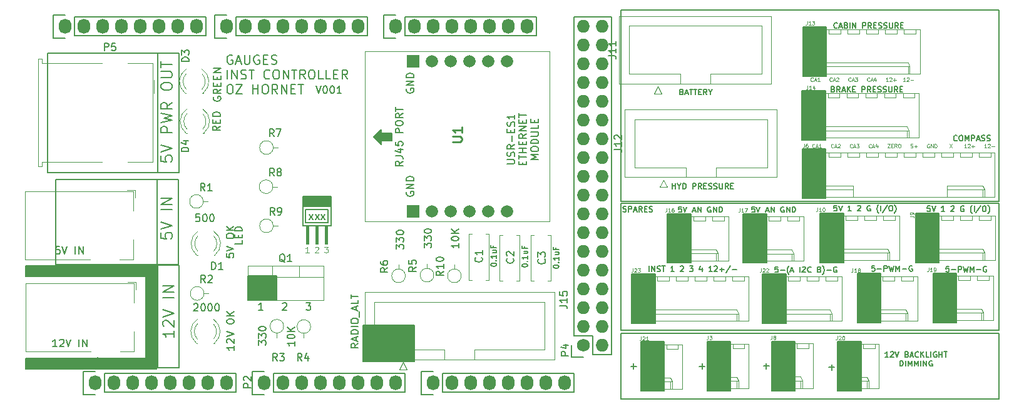
<source format=gbr>
G04 #@! TF.GenerationSoftware,KiCad,Pcbnew,7.0.9*
G04 #@! TF.CreationDate,2024-01-20T08:56:29+10:00*
G04 #@! TF.ProjectId,INSTRUMENTS_CONTROLLER,494e5354-5255-44d4-954e-54535f434f4e,rev?*
G04 #@! TF.SameCoordinates,Original*
G04 #@! TF.FileFunction,Legend,Top*
G04 #@! TF.FilePolarity,Positive*
%FSLAX46Y46*%
G04 Gerber Fmt 4.6, Leading zero omitted, Abs format (unit mm)*
G04 Created by KiCad (PCBNEW 7.0.9) date 2024-01-20 08:56:29*
%MOMM*%
%LPD*%
G01*
G04 APERTURE LIST*
%ADD10C,0.150000*%
%ADD11C,0.100000*%
%ADD12C,0.254000*%
%ADD13C,0.120000*%
%ADD14C,1.727200*%
%ADD15O,1.727200X1.727200*%
%ADD16O,1.727200X2.032000*%
%ADD17R,1.665000X1.665000*%
%ADD18C,1.665000*%
G04 APERTURE END LIST*
D10*
X139800000Y-74507000D02*
X142700000Y-74507000D01*
X142700000Y-90650000D01*
X139800000Y-90650000D01*
X139800000Y-74507000D01*
X159450000Y-95250000D02*
X163300000Y-95250000D01*
X163300000Y-97850000D01*
X159450000Y-97850000D01*
X159450000Y-95250000D01*
X221650000Y-104375000D02*
X224800000Y-104375000D01*
X224800000Y-111050000D01*
X221650000Y-111050000D01*
X221650000Y-104375000D01*
G36*
X221650000Y-104375000D02*
G01*
X224800000Y-104375000D01*
X224800000Y-111050000D01*
X221650000Y-111050000D01*
X221650000Y-104375000D01*
G37*
X219030000Y-96195000D02*
X222180000Y-96195000D01*
X222180000Y-102870000D01*
X219030000Y-102870000D01*
X219030000Y-96195000D01*
G36*
X219030000Y-96195000D02*
G01*
X222180000Y-96195000D01*
X222180000Y-102870000D01*
X219030000Y-102870000D01*
X219030000Y-96195000D01*
G37*
X205150000Y-113525000D02*
X208300000Y-113525000D01*
X208300000Y-120200000D01*
X205150000Y-120200000D01*
X205150000Y-113525000D01*
G36*
X205150000Y-113525000D02*
G01*
X208300000Y-113525000D01*
X208300000Y-120200000D01*
X205150000Y-120200000D01*
X205150000Y-113525000D01*
G37*
X159450000Y-93850000D02*
X163300000Y-93850000D01*
X163300000Y-95250000D01*
X159450000Y-95250000D01*
X159450000Y-93850000D01*
G36*
X159450000Y-93850000D02*
G01*
X163300000Y-93850000D01*
X163300000Y-95250000D01*
X159450000Y-95250000D01*
X159450000Y-93850000D01*
G37*
X152050000Y-104625000D02*
X155900000Y-104625000D01*
X155900000Y-107900000D01*
X152050000Y-107900000D01*
X152050000Y-104625000D01*
G36*
X152050000Y-104625000D02*
G01*
X155900000Y-104625000D01*
X155900000Y-107900000D01*
X152050000Y-107900000D01*
X152050000Y-104625000D01*
G37*
X162550000Y-97900000D02*
X162800000Y-97900000D01*
X162800000Y-100300000D01*
X162550000Y-100300000D01*
X162550000Y-97900000D01*
G36*
X162550000Y-97900000D02*
G01*
X162800000Y-97900000D01*
X162800000Y-100300000D01*
X162550000Y-100300000D01*
X162550000Y-97900000D01*
G37*
X244700000Y-104275000D02*
X247850000Y-104275000D01*
X247850000Y-110950000D01*
X244700000Y-110950000D01*
X244700000Y-104275000D01*
G36*
X244700000Y-104275000D02*
G01*
X247850000Y-104275000D01*
X247850000Y-110950000D01*
X244700000Y-110950000D01*
X244700000Y-104275000D01*
G37*
X214150000Y-113475000D02*
X217300000Y-113475000D01*
X217300000Y-120150000D01*
X214150000Y-120150000D01*
X214150000Y-113475000D01*
G36*
X214150000Y-113475000D02*
G01*
X217300000Y-113475000D01*
X217300000Y-120150000D01*
X214150000Y-120150000D01*
X214150000Y-113475000D01*
G37*
X126050000Y-91557000D02*
X139700000Y-91557000D01*
X139700000Y-103050000D01*
X126050000Y-103050000D01*
X126050000Y-91557000D01*
X242380000Y-96145000D02*
X245530000Y-96145000D01*
X245530000Y-102820000D01*
X242380000Y-102820000D01*
X242380000Y-96145000D01*
G36*
X242380000Y-96145000D02*
G01*
X245530000Y-96145000D01*
X245530000Y-102820000D01*
X242380000Y-102820000D01*
X242380000Y-96145000D01*
G37*
X222850000Y-113475000D02*
X226000000Y-113475000D01*
X226000000Y-120150000D01*
X222850000Y-120150000D01*
X222850000Y-113475000D01*
G36*
X222850000Y-113475000D02*
G01*
X226000000Y-113475000D01*
X226000000Y-120150000D01*
X222850000Y-120150000D01*
X222850000Y-113475000D01*
G37*
X159950000Y-97900000D02*
X160200000Y-97900000D01*
X160200000Y-100300000D01*
X159950000Y-100300000D01*
X159950000Y-97900000D01*
G36*
X159950000Y-97900000D02*
G01*
X160200000Y-97900000D01*
X160200000Y-100300000D01*
X159950000Y-100300000D01*
X159950000Y-97900000D01*
G37*
X202450000Y-112400000D02*
X253650000Y-112400000D01*
X253650000Y-121250000D01*
X202450000Y-121250000D01*
X202450000Y-112400000D01*
X229430000Y-96145000D02*
X232580000Y-96145000D01*
X232580000Y-102820000D01*
X229430000Y-102820000D01*
X229430000Y-96145000D01*
G36*
X229430000Y-96145000D02*
G01*
X232580000Y-96145000D01*
X232580000Y-102820000D01*
X229430000Y-102820000D01*
X229430000Y-96145000D01*
G37*
X139800000Y-103203500D02*
X142700000Y-103203500D01*
X142700000Y-117096500D01*
X139800000Y-117096500D01*
X139800000Y-103203500D01*
X231800000Y-113475000D02*
X234950000Y-113475000D01*
X234950000Y-120150000D01*
X231800000Y-120150000D01*
X231800000Y-113475000D01*
G36*
X231800000Y-113475000D02*
G01*
X234950000Y-113475000D01*
X234950000Y-120150000D01*
X231800000Y-120150000D01*
X231800000Y-113475000D01*
G37*
X161250000Y-97900000D02*
X161500000Y-97900000D01*
X161500000Y-100300000D01*
X161250000Y-100300000D01*
X161250000Y-97900000D01*
G36*
X161250000Y-97900000D02*
G01*
X161500000Y-97900000D01*
X161500000Y-100300000D01*
X161250000Y-100300000D01*
X161250000Y-97900000D01*
G37*
X227115000Y-70912500D02*
X230265000Y-70912500D01*
X230265000Y-77587500D01*
X227115000Y-77587500D01*
X227115000Y-70912500D01*
G36*
X227115000Y-70912500D02*
G01*
X230265000Y-70912500D01*
X230265000Y-77587500D01*
X227115000Y-77587500D01*
X227115000Y-70912500D01*
G37*
X159850000Y-95650000D02*
X162850000Y-95650000D01*
X162850000Y-97450000D01*
X159850000Y-97450000D01*
X159850000Y-95650000D01*
X234450000Y-104275000D02*
X237600000Y-104275000D01*
X237600000Y-110950000D01*
X234450000Y-110950000D01*
X234450000Y-104275000D01*
G36*
X234450000Y-104275000D02*
G01*
X237600000Y-104275000D01*
X237600000Y-110950000D01*
X234450000Y-110950000D01*
X234450000Y-104275000D01*
G37*
X227050000Y-87462500D02*
X230200000Y-87462500D01*
X230200000Y-94137500D01*
X227050000Y-94137500D01*
X227050000Y-87462500D01*
G36*
X227050000Y-87462500D02*
G01*
X230200000Y-87462500D01*
X230200000Y-94137500D01*
X227050000Y-94137500D01*
X227050000Y-87462500D01*
G37*
X121971500Y-115800000D02*
X139671500Y-115800000D01*
X139671500Y-117243000D01*
X121971500Y-117243000D01*
X121971500Y-115800000D01*
G36*
X121971500Y-115800000D02*
G01*
X139671500Y-115800000D01*
X139671500Y-117243000D01*
X121971500Y-117243000D01*
X121971500Y-115800000D01*
G37*
X208780000Y-96195000D02*
X211930000Y-96195000D01*
X211930000Y-102870000D01*
X208780000Y-102870000D01*
X208780000Y-96195000D01*
G36*
X208780000Y-96195000D02*
G01*
X211930000Y-96195000D01*
X211930000Y-102870000D01*
X208780000Y-102870000D01*
X208780000Y-96195000D01*
G37*
X167600000Y-111275000D02*
X174550000Y-111275000D01*
X174550000Y-116200000D01*
X167600000Y-116200000D01*
X167600000Y-111275000D01*
G36*
X167600000Y-111275000D02*
G01*
X174550000Y-111275000D01*
X174550000Y-116200000D01*
X167600000Y-116200000D01*
X167600000Y-111275000D01*
G37*
X121971500Y-103253500D02*
X139721500Y-103253500D01*
X139721500Y-104696500D01*
X121971500Y-104696500D01*
X121971500Y-103253500D01*
G36*
X121971500Y-103253500D02*
G01*
X139721500Y-103253500D01*
X139721500Y-104696500D01*
X121971500Y-104696500D01*
X121971500Y-103253500D01*
G37*
X138250000Y-103250000D02*
X139693000Y-103250000D01*
X139693000Y-117150000D01*
X138250000Y-117150000D01*
X138250000Y-103250000D01*
G36*
X138250000Y-103250000D02*
G01*
X139693000Y-103250000D01*
X139693000Y-117150000D01*
X138250000Y-117150000D01*
X138250000Y-103250000D01*
G37*
X124900000Y-74507000D02*
X139800000Y-74507000D01*
X139800000Y-90650000D01*
X124900000Y-90650000D01*
X124900000Y-74507000D01*
X202450000Y-94800000D02*
X253650000Y-94800000D01*
X253650000Y-111950000D01*
X202450000Y-111950000D01*
X202450000Y-94800000D01*
X170020000Y-85290000D02*
X171520000Y-85290000D01*
X171520000Y-86290000D01*
X170020000Y-86290000D01*
X170020000Y-86790000D01*
X169020000Y-85790000D01*
X170020000Y-84790000D01*
X170020000Y-85290000D01*
G36*
X170020000Y-85290000D02*
G01*
X171520000Y-85290000D01*
X171520000Y-86290000D01*
X170020000Y-86290000D01*
X170020000Y-86790000D01*
X169020000Y-85790000D01*
X170020000Y-84790000D01*
X170020000Y-85290000D01*
G37*
X226975000Y-79525000D02*
X230125000Y-79525000D01*
X230125000Y-86200000D01*
X226975000Y-86200000D01*
X226975000Y-79525000D01*
G36*
X226975000Y-79525000D02*
G01*
X230125000Y-79525000D01*
X230125000Y-86200000D01*
X226975000Y-86200000D01*
X226975000Y-79525000D01*
G37*
X139700000Y-91557000D02*
X142600000Y-91557000D01*
X142600000Y-103050000D01*
X139700000Y-103050000D01*
X139700000Y-91557000D01*
X202450000Y-68650000D02*
X253650000Y-68650000D01*
X253650000Y-94500000D01*
X202450000Y-94500000D01*
X202450000Y-68650000D01*
X203950000Y-104375000D02*
X207100000Y-104375000D01*
X207100000Y-111050000D01*
X203950000Y-111050000D01*
X203950000Y-104375000D01*
G36*
X203950000Y-104375000D02*
G01*
X207100000Y-104375000D01*
X207100000Y-111050000D01*
X203950000Y-111050000D01*
X203950000Y-104375000D01*
G37*
X206271427Y-104039164D02*
X206271427Y-103289164D01*
X206628570Y-104039164D02*
X206628570Y-103289164D01*
X206628570Y-103289164D02*
X207057141Y-104039164D01*
X207057141Y-104039164D02*
X207057141Y-103289164D01*
X207378570Y-104003450D02*
X207485713Y-104039164D01*
X207485713Y-104039164D02*
X207664284Y-104039164D01*
X207664284Y-104039164D02*
X207735713Y-104003450D01*
X207735713Y-104003450D02*
X207771427Y-103967735D01*
X207771427Y-103967735D02*
X207807141Y-103896307D01*
X207807141Y-103896307D02*
X207807141Y-103824878D01*
X207807141Y-103824878D02*
X207771427Y-103753450D01*
X207771427Y-103753450D02*
X207735713Y-103717735D01*
X207735713Y-103717735D02*
X207664284Y-103682021D01*
X207664284Y-103682021D02*
X207521427Y-103646307D01*
X207521427Y-103646307D02*
X207449998Y-103610592D01*
X207449998Y-103610592D02*
X207414284Y-103574878D01*
X207414284Y-103574878D02*
X207378570Y-103503450D01*
X207378570Y-103503450D02*
X207378570Y-103432021D01*
X207378570Y-103432021D02*
X207414284Y-103360592D01*
X207414284Y-103360592D02*
X207449998Y-103324878D01*
X207449998Y-103324878D02*
X207521427Y-103289164D01*
X207521427Y-103289164D02*
X207699998Y-103289164D01*
X207699998Y-103289164D02*
X207807141Y-103324878D01*
X208021427Y-103289164D02*
X208449999Y-103289164D01*
X208235713Y-104039164D02*
X208235713Y-103289164D01*
X209664285Y-104039164D02*
X209235714Y-104039164D01*
X209449999Y-104039164D02*
X209449999Y-103289164D01*
X209449999Y-103289164D02*
X209378571Y-103396307D01*
X209378571Y-103396307D02*
X209307142Y-103467735D01*
X209307142Y-103467735D02*
X209235714Y-103503450D01*
X210521429Y-103360592D02*
X210557143Y-103324878D01*
X210557143Y-103324878D02*
X210628572Y-103289164D01*
X210628572Y-103289164D02*
X210807143Y-103289164D01*
X210807143Y-103289164D02*
X210878572Y-103324878D01*
X210878572Y-103324878D02*
X210914286Y-103360592D01*
X210914286Y-103360592D02*
X210950000Y-103432021D01*
X210950000Y-103432021D02*
X210950000Y-103503450D01*
X210950000Y-103503450D02*
X210914286Y-103610592D01*
X210914286Y-103610592D02*
X210485714Y-104039164D01*
X210485714Y-104039164D02*
X210950000Y-104039164D01*
X211771429Y-103289164D02*
X212235715Y-103289164D01*
X212235715Y-103289164D02*
X211985715Y-103574878D01*
X211985715Y-103574878D02*
X212092858Y-103574878D01*
X212092858Y-103574878D02*
X212164287Y-103610592D01*
X212164287Y-103610592D02*
X212200001Y-103646307D01*
X212200001Y-103646307D02*
X212235715Y-103717735D01*
X212235715Y-103717735D02*
X212235715Y-103896307D01*
X212235715Y-103896307D02*
X212200001Y-103967735D01*
X212200001Y-103967735D02*
X212164287Y-104003450D01*
X212164287Y-104003450D02*
X212092858Y-104039164D01*
X212092858Y-104039164D02*
X211878572Y-104039164D01*
X211878572Y-104039164D02*
X211807144Y-104003450D01*
X211807144Y-104003450D02*
X211771429Y-103967735D01*
X213450002Y-103539164D02*
X213450002Y-104039164D01*
X213271430Y-103253450D02*
X213092859Y-103789164D01*
X213092859Y-103789164D02*
X213557144Y-103789164D01*
X214807145Y-104039164D02*
X214378574Y-104039164D01*
X214592859Y-104039164D02*
X214592859Y-103289164D01*
X214592859Y-103289164D02*
X214521431Y-103396307D01*
X214521431Y-103396307D02*
X214450002Y-103467735D01*
X214450002Y-103467735D02*
X214378574Y-103503450D01*
X215092860Y-103360592D02*
X215128574Y-103324878D01*
X215128574Y-103324878D02*
X215200003Y-103289164D01*
X215200003Y-103289164D02*
X215378574Y-103289164D01*
X215378574Y-103289164D02*
X215450003Y-103324878D01*
X215450003Y-103324878D02*
X215485717Y-103360592D01*
X215485717Y-103360592D02*
X215521431Y-103432021D01*
X215521431Y-103432021D02*
X215521431Y-103503450D01*
X215521431Y-103503450D02*
X215485717Y-103610592D01*
X215485717Y-103610592D02*
X215057145Y-104039164D01*
X215057145Y-104039164D02*
X215521431Y-104039164D01*
X215842860Y-103753450D02*
X216414289Y-103753450D01*
X216128574Y-104039164D02*
X216128574Y-103467735D01*
X217307145Y-103253450D02*
X216664288Y-104217735D01*
X217557145Y-103753450D02*
X218128574Y-103753450D01*
X160328571Y-96954819D02*
X160852380Y-96288152D01*
X160328571Y-96288152D02*
X160852380Y-96954819D01*
X161138095Y-96954819D02*
X161661904Y-96288152D01*
X161138095Y-96288152D02*
X161661904Y-96954819D01*
X161947619Y-96954819D02*
X162471428Y-96288152D01*
X161947619Y-96288152D02*
X162471428Y-96954819D01*
X230619048Y-116973866D02*
X231380953Y-116973866D01*
X231000000Y-117354819D02*
X231000000Y-116592914D01*
X231196429Y-79346307D02*
X231303572Y-79382021D01*
X231303572Y-79382021D02*
X231339286Y-79417735D01*
X231339286Y-79417735D02*
X231375000Y-79489164D01*
X231375000Y-79489164D02*
X231375000Y-79596307D01*
X231375000Y-79596307D02*
X231339286Y-79667735D01*
X231339286Y-79667735D02*
X231303572Y-79703450D01*
X231303572Y-79703450D02*
X231232143Y-79739164D01*
X231232143Y-79739164D02*
X230946429Y-79739164D01*
X230946429Y-79739164D02*
X230946429Y-78989164D01*
X230946429Y-78989164D02*
X231196429Y-78989164D01*
X231196429Y-78989164D02*
X231267858Y-79024878D01*
X231267858Y-79024878D02*
X231303572Y-79060592D01*
X231303572Y-79060592D02*
X231339286Y-79132021D01*
X231339286Y-79132021D02*
X231339286Y-79203450D01*
X231339286Y-79203450D02*
X231303572Y-79274878D01*
X231303572Y-79274878D02*
X231267858Y-79310592D01*
X231267858Y-79310592D02*
X231196429Y-79346307D01*
X231196429Y-79346307D02*
X230946429Y-79346307D01*
X232125000Y-79739164D02*
X231875000Y-79382021D01*
X231696429Y-79739164D02*
X231696429Y-78989164D01*
X231696429Y-78989164D02*
X231982143Y-78989164D01*
X231982143Y-78989164D02*
X232053572Y-79024878D01*
X232053572Y-79024878D02*
X232089286Y-79060592D01*
X232089286Y-79060592D02*
X232125000Y-79132021D01*
X232125000Y-79132021D02*
X232125000Y-79239164D01*
X232125000Y-79239164D02*
X232089286Y-79310592D01*
X232089286Y-79310592D02*
X232053572Y-79346307D01*
X232053572Y-79346307D02*
X231982143Y-79382021D01*
X231982143Y-79382021D02*
X231696429Y-79382021D01*
X232410715Y-79524878D02*
X232767858Y-79524878D01*
X232339286Y-79739164D02*
X232589286Y-78989164D01*
X232589286Y-78989164D02*
X232839286Y-79739164D01*
X233089286Y-79739164D02*
X233089286Y-78989164D01*
X233517857Y-79739164D02*
X233196429Y-79310592D01*
X233517857Y-78989164D02*
X233089286Y-79417735D01*
X233839286Y-79346307D02*
X234089286Y-79346307D01*
X234196429Y-79739164D02*
X233839286Y-79739164D01*
X233839286Y-79739164D02*
X233839286Y-78989164D01*
X233839286Y-78989164D02*
X234196429Y-78989164D01*
X235089286Y-79739164D02*
X235089286Y-78989164D01*
X235089286Y-78989164D02*
X235375000Y-78989164D01*
X235375000Y-78989164D02*
X235446429Y-79024878D01*
X235446429Y-79024878D02*
X235482143Y-79060592D01*
X235482143Y-79060592D02*
X235517857Y-79132021D01*
X235517857Y-79132021D02*
X235517857Y-79239164D01*
X235517857Y-79239164D02*
X235482143Y-79310592D01*
X235482143Y-79310592D02*
X235446429Y-79346307D01*
X235446429Y-79346307D02*
X235375000Y-79382021D01*
X235375000Y-79382021D02*
X235089286Y-79382021D01*
X236267857Y-79739164D02*
X236017857Y-79382021D01*
X235839286Y-79739164D02*
X235839286Y-78989164D01*
X235839286Y-78989164D02*
X236125000Y-78989164D01*
X236125000Y-78989164D02*
X236196429Y-79024878D01*
X236196429Y-79024878D02*
X236232143Y-79060592D01*
X236232143Y-79060592D02*
X236267857Y-79132021D01*
X236267857Y-79132021D02*
X236267857Y-79239164D01*
X236267857Y-79239164D02*
X236232143Y-79310592D01*
X236232143Y-79310592D02*
X236196429Y-79346307D01*
X236196429Y-79346307D02*
X236125000Y-79382021D01*
X236125000Y-79382021D02*
X235839286Y-79382021D01*
X236589286Y-79346307D02*
X236839286Y-79346307D01*
X236946429Y-79739164D02*
X236589286Y-79739164D01*
X236589286Y-79739164D02*
X236589286Y-78989164D01*
X236589286Y-78989164D02*
X236946429Y-78989164D01*
X237232143Y-79703450D02*
X237339286Y-79739164D01*
X237339286Y-79739164D02*
X237517857Y-79739164D01*
X237517857Y-79739164D02*
X237589286Y-79703450D01*
X237589286Y-79703450D02*
X237625000Y-79667735D01*
X237625000Y-79667735D02*
X237660714Y-79596307D01*
X237660714Y-79596307D02*
X237660714Y-79524878D01*
X237660714Y-79524878D02*
X237625000Y-79453450D01*
X237625000Y-79453450D02*
X237589286Y-79417735D01*
X237589286Y-79417735D02*
X237517857Y-79382021D01*
X237517857Y-79382021D02*
X237375000Y-79346307D01*
X237375000Y-79346307D02*
X237303571Y-79310592D01*
X237303571Y-79310592D02*
X237267857Y-79274878D01*
X237267857Y-79274878D02*
X237232143Y-79203450D01*
X237232143Y-79203450D02*
X237232143Y-79132021D01*
X237232143Y-79132021D02*
X237267857Y-79060592D01*
X237267857Y-79060592D02*
X237303571Y-79024878D01*
X237303571Y-79024878D02*
X237375000Y-78989164D01*
X237375000Y-78989164D02*
X237553571Y-78989164D01*
X237553571Y-78989164D02*
X237660714Y-79024878D01*
X237946429Y-79703450D02*
X238053572Y-79739164D01*
X238053572Y-79739164D02*
X238232143Y-79739164D01*
X238232143Y-79739164D02*
X238303572Y-79703450D01*
X238303572Y-79703450D02*
X238339286Y-79667735D01*
X238339286Y-79667735D02*
X238375000Y-79596307D01*
X238375000Y-79596307D02*
X238375000Y-79524878D01*
X238375000Y-79524878D02*
X238339286Y-79453450D01*
X238339286Y-79453450D02*
X238303572Y-79417735D01*
X238303572Y-79417735D02*
X238232143Y-79382021D01*
X238232143Y-79382021D02*
X238089286Y-79346307D01*
X238089286Y-79346307D02*
X238017857Y-79310592D01*
X238017857Y-79310592D02*
X237982143Y-79274878D01*
X237982143Y-79274878D02*
X237946429Y-79203450D01*
X237946429Y-79203450D02*
X237946429Y-79132021D01*
X237946429Y-79132021D02*
X237982143Y-79060592D01*
X237982143Y-79060592D02*
X238017857Y-79024878D01*
X238017857Y-79024878D02*
X238089286Y-78989164D01*
X238089286Y-78989164D02*
X238267857Y-78989164D01*
X238267857Y-78989164D02*
X238375000Y-79024878D01*
X238696429Y-78989164D02*
X238696429Y-79596307D01*
X238696429Y-79596307D02*
X238732143Y-79667735D01*
X238732143Y-79667735D02*
X238767858Y-79703450D01*
X238767858Y-79703450D02*
X238839286Y-79739164D01*
X238839286Y-79739164D02*
X238982143Y-79739164D01*
X238982143Y-79739164D02*
X239053572Y-79703450D01*
X239053572Y-79703450D02*
X239089286Y-79667735D01*
X239089286Y-79667735D02*
X239125000Y-79596307D01*
X239125000Y-79596307D02*
X239125000Y-78989164D01*
X239910714Y-79739164D02*
X239660714Y-79382021D01*
X239482143Y-79739164D02*
X239482143Y-78989164D01*
X239482143Y-78989164D02*
X239767857Y-78989164D01*
X239767857Y-78989164D02*
X239839286Y-79024878D01*
X239839286Y-79024878D02*
X239875000Y-79060592D01*
X239875000Y-79060592D02*
X239910714Y-79132021D01*
X239910714Y-79132021D02*
X239910714Y-79239164D01*
X239910714Y-79239164D02*
X239875000Y-79310592D01*
X239875000Y-79310592D02*
X239839286Y-79346307D01*
X239839286Y-79346307D02*
X239767857Y-79382021D01*
X239767857Y-79382021D02*
X239482143Y-79382021D01*
X240232143Y-79346307D02*
X240482143Y-79346307D01*
X240589286Y-79739164D02*
X240232143Y-79739164D01*
X240232143Y-79739164D02*
X240232143Y-78989164D01*
X240232143Y-78989164D02*
X240589286Y-78989164D01*
X220558571Y-95259164D02*
X220201428Y-95259164D01*
X220201428Y-95259164D02*
X220165714Y-95616307D01*
X220165714Y-95616307D02*
X220201428Y-95580592D01*
X220201428Y-95580592D02*
X220272857Y-95544878D01*
X220272857Y-95544878D02*
X220451428Y-95544878D01*
X220451428Y-95544878D02*
X220522857Y-95580592D01*
X220522857Y-95580592D02*
X220558571Y-95616307D01*
X220558571Y-95616307D02*
X220594285Y-95687735D01*
X220594285Y-95687735D02*
X220594285Y-95866307D01*
X220594285Y-95866307D02*
X220558571Y-95937735D01*
X220558571Y-95937735D02*
X220522857Y-95973450D01*
X220522857Y-95973450D02*
X220451428Y-96009164D01*
X220451428Y-96009164D02*
X220272857Y-96009164D01*
X220272857Y-96009164D02*
X220201428Y-95973450D01*
X220201428Y-95973450D02*
X220165714Y-95937735D01*
X220808571Y-95259164D02*
X221058571Y-96009164D01*
X221058571Y-96009164D02*
X221308571Y-95259164D01*
X222094286Y-95794878D02*
X222451429Y-95794878D01*
X222022857Y-96009164D02*
X222272857Y-95259164D01*
X222272857Y-95259164D02*
X222522857Y-96009164D01*
X222772857Y-96009164D02*
X222772857Y-95259164D01*
X222772857Y-95259164D02*
X223201428Y-96009164D01*
X223201428Y-96009164D02*
X223201428Y-95259164D01*
X224522857Y-95294878D02*
X224451429Y-95259164D01*
X224451429Y-95259164D02*
X224344286Y-95259164D01*
X224344286Y-95259164D02*
X224237143Y-95294878D01*
X224237143Y-95294878D02*
X224165714Y-95366307D01*
X224165714Y-95366307D02*
X224130000Y-95437735D01*
X224130000Y-95437735D02*
X224094286Y-95580592D01*
X224094286Y-95580592D02*
X224094286Y-95687735D01*
X224094286Y-95687735D02*
X224130000Y-95830592D01*
X224130000Y-95830592D02*
X224165714Y-95902021D01*
X224165714Y-95902021D02*
X224237143Y-95973450D01*
X224237143Y-95973450D02*
X224344286Y-96009164D01*
X224344286Y-96009164D02*
X224415714Y-96009164D01*
X224415714Y-96009164D02*
X224522857Y-95973450D01*
X224522857Y-95973450D02*
X224558571Y-95937735D01*
X224558571Y-95937735D02*
X224558571Y-95687735D01*
X224558571Y-95687735D02*
X224415714Y-95687735D01*
X224880000Y-96009164D02*
X224880000Y-95259164D01*
X224880000Y-95259164D02*
X225308571Y-96009164D01*
X225308571Y-96009164D02*
X225308571Y-95259164D01*
X225665714Y-96009164D02*
X225665714Y-95259164D01*
X225665714Y-95259164D02*
X225844285Y-95259164D01*
X225844285Y-95259164D02*
X225951428Y-95294878D01*
X225951428Y-95294878D02*
X226022857Y-95366307D01*
X226022857Y-95366307D02*
X226058571Y-95437735D01*
X226058571Y-95437735D02*
X226094285Y-95580592D01*
X226094285Y-95580592D02*
X226094285Y-95687735D01*
X226094285Y-95687735D02*
X226058571Y-95830592D01*
X226058571Y-95830592D02*
X226022857Y-95902021D01*
X226022857Y-95902021D02*
X225951428Y-95973450D01*
X225951428Y-95973450D02*
X225844285Y-96009164D01*
X225844285Y-96009164D02*
X225665714Y-96009164D01*
X173512438Y-93261904D02*
X173464819Y-93357142D01*
X173464819Y-93357142D02*
X173464819Y-93499999D01*
X173464819Y-93499999D02*
X173512438Y-93642856D01*
X173512438Y-93642856D02*
X173607676Y-93738094D01*
X173607676Y-93738094D02*
X173702914Y-93785713D01*
X173702914Y-93785713D02*
X173893390Y-93833332D01*
X173893390Y-93833332D02*
X174036247Y-93833332D01*
X174036247Y-93833332D02*
X174226723Y-93785713D01*
X174226723Y-93785713D02*
X174321961Y-93738094D01*
X174321961Y-93738094D02*
X174417200Y-93642856D01*
X174417200Y-93642856D02*
X174464819Y-93499999D01*
X174464819Y-93499999D02*
X174464819Y-93404761D01*
X174464819Y-93404761D02*
X174417200Y-93261904D01*
X174417200Y-93261904D02*
X174369580Y-93214285D01*
X174369580Y-93214285D02*
X174036247Y-93214285D01*
X174036247Y-93214285D02*
X174036247Y-93404761D01*
X174464819Y-92785713D02*
X173464819Y-92785713D01*
X173464819Y-92785713D02*
X174464819Y-92214285D01*
X174464819Y-92214285D02*
X173464819Y-92214285D01*
X174464819Y-91738094D02*
X173464819Y-91738094D01*
X173464819Y-91738094D02*
X173464819Y-91499999D01*
X173464819Y-91499999D02*
X173512438Y-91357142D01*
X173512438Y-91357142D02*
X173607676Y-91261904D01*
X173607676Y-91261904D02*
X173702914Y-91214285D01*
X173702914Y-91214285D02*
X173893390Y-91166666D01*
X173893390Y-91166666D02*
X174036247Y-91166666D01*
X174036247Y-91166666D02*
X174226723Y-91214285D01*
X174226723Y-91214285D02*
X174321961Y-91261904D01*
X174321961Y-91261904D02*
X174417200Y-91357142D01*
X174417200Y-91357142D02*
X174464819Y-91499999D01*
X174464819Y-91499999D02*
X174464819Y-91738094D01*
D11*
X228670550Y-87228490D02*
X228646741Y-87252300D01*
X228646741Y-87252300D02*
X228575312Y-87276109D01*
X228575312Y-87276109D02*
X228527693Y-87276109D01*
X228527693Y-87276109D02*
X228456265Y-87252300D01*
X228456265Y-87252300D02*
X228408646Y-87204680D01*
X228408646Y-87204680D02*
X228384836Y-87157061D01*
X228384836Y-87157061D02*
X228361027Y-87061823D01*
X228361027Y-87061823D02*
X228361027Y-86990395D01*
X228361027Y-86990395D02*
X228384836Y-86895157D01*
X228384836Y-86895157D02*
X228408646Y-86847538D01*
X228408646Y-86847538D02*
X228456265Y-86799919D01*
X228456265Y-86799919D02*
X228527693Y-86776109D01*
X228527693Y-86776109D02*
X228575312Y-86776109D01*
X228575312Y-86776109D02*
X228646741Y-86799919D01*
X228646741Y-86799919D02*
X228670550Y-86823728D01*
X228861027Y-87133252D02*
X229099122Y-87133252D01*
X228813408Y-87276109D02*
X228980074Y-86776109D01*
X228980074Y-86776109D02*
X229146741Y-87276109D01*
X229575312Y-87276109D02*
X229289598Y-87276109D01*
X229432455Y-87276109D02*
X229432455Y-86776109D01*
X229432455Y-86776109D02*
X229384836Y-86847538D01*
X229384836Y-86847538D02*
X229337217Y-86895157D01*
X229337217Y-86895157D02*
X229289598Y-86918966D01*
X231218167Y-87228490D02*
X231194358Y-87252300D01*
X231194358Y-87252300D02*
X231122929Y-87276109D01*
X231122929Y-87276109D02*
X231075310Y-87276109D01*
X231075310Y-87276109D02*
X231003882Y-87252300D01*
X231003882Y-87252300D02*
X230956263Y-87204680D01*
X230956263Y-87204680D02*
X230932453Y-87157061D01*
X230932453Y-87157061D02*
X230908644Y-87061823D01*
X230908644Y-87061823D02*
X230908644Y-86990395D01*
X230908644Y-86990395D02*
X230932453Y-86895157D01*
X230932453Y-86895157D02*
X230956263Y-86847538D01*
X230956263Y-86847538D02*
X231003882Y-86799919D01*
X231003882Y-86799919D02*
X231075310Y-86776109D01*
X231075310Y-86776109D02*
X231122929Y-86776109D01*
X231122929Y-86776109D02*
X231194358Y-86799919D01*
X231194358Y-86799919D02*
X231218167Y-86823728D01*
X231408644Y-87133252D02*
X231646739Y-87133252D01*
X231361025Y-87276109D02*
X231527691Y-86776109D01*
X231527691Y-86776109D02*
X231694358Y-87276109D01*
X231837215Y-86823728D02*
X231861024Y-86799919D01*
X231861024Y-86799919D02*
X231908643Y-86776109D01*
X231908643Y-86776109D02*
X232027691Y-86776109D01*
X232027691Y-86776109D02*
X232075310Y-86799919D01*
X232075310Y-86799919D02*
X232099119Y-86823728D01*
X232099119Y-86823728D02*
X232122929Y-86871347D01*
X232122929Y-86871347D02*
X232122929Y-86918966D01*
X232122929Y-86918966D02*
X232099119Y-86990395D01*
X232099119Y-86990395D02*
X231813405Y-87276109D01*
X231813405Y-87276109D02*
X232122929Y-87276109D01*
X233765784Y-87228490D02*
X233741975Y-87252300D01*
X233741975Y-87252300D02*
X233670546Y-87276109D01*
X233670546Y-87276109D02*
X233622927Y-87276109D01*
X233622927Y-87276109D02*
X233551499Y-87252300D01*
X233551499Y-87252300D02*
X233503880Y-87204680D01*
X233503880Y-87204680D02*
X233480070Y-87157061D01*
X233480070Y-87157061D02*
X233456261Y-87061823D01*
X233456261Y-87061823D02*
X233456261Y-86990395D01*
X233456261Y-86990395D02*
X233480070Y-86895157D01*
X233480070Y-86895157D02*
X233503880Y-86847538D01*
X233503880Y-86847538D02*
X233551499Y-86799919D01*
X233551499Y-86799919D02*
X233622927Y-86776109D01*
X233622927Y-86776109D02*
X233670546Y-86776109D01*
X233670546Y-86776109D02*
X233741975Y-86799919D01*
X233741975Y-86799919D02*
X233765784Y-86823728D01*
X233956261Y-87133252D02*
X234194356Y-87133252D01*
X233908642Y-87276109D02*
X234075308Y-86776109D01*
X234075308Y-86776109D02*
X234241975Y-87276109D01*
X234361022Y-86776109D02*
X234670546Y-86776109D01*
X234670546Y-86776109D02*
X234503879Y-86966585D01*
X234503879Y-86966585D02*
X234575308Y-86966585D01*
X234575308Y-86966585D02*
X234622927Y-86990395D01*
X234622927Y-86990395D02*
X234646736Y-87014204D01*
X234646736Y-87014204D02*
X234670546Y-87061823D01*
X234670546Y-87061823D02*
X234670546Y-87180871D01*
X234670546Y-87180871D02*
X234646736Y-87228490D01*
X234646736Y-87228490D02*
X234622927Y-87252300D01*
X234622927Y-87252300D02*
X234575308Y-87276109D01*
X234575308Y-87276109D02*
X234432451Y-87276109D01*
X234432451Y-87276109D02*
X234384832Y-87252300D01*
X234384832Y-87252300D02*
X234361022Y-87228490D01*
X236313401Y-87228490D02*
X236289592Y-87252300D01*
X236289592Y-87252300D02*
X236218163Y-87276109D01*
X236218163Y-87276109D02*
X236170544Y-87276109D01*
X236170544Y-87276109D02*
X236099116Y-87252300D01*
X236099116Y-87252300D02*
X236051497Y-87204680D01*
X236051497Y-87204680D02*
X236027687Y-87157061D01*
X236027687Y-87157061D02*
X236003878Y-87061823D01*
X236003878Y-87061823D02*
X236003878Y-86990395D01*
X236003878Y-86990395D02*
X236027687Y-86895157D01*
X236027687Y-86895157D02*
X236051497Y-86847538D01*
X236051497Y-86847538D02*
X236099116Y-86799919D01*
X236099116Y-86799919D02*
X236170544Y-86776109D01*
X236170544Y-86776109D02*
X236218163Y-86776109D01*
X236218163Y-86776109D02*
X236289592Y-86799919D01*
X236289592Y-86799919D02*
X236313401Y-86823728D01*
X236503878Y-87133252D02*
X236741973Y-87133252D01*
X236456259Y-87276109D02*
X236622925Y-86776109D01*
X236622925Y-86776109D02*
X236789592Y-87276109D01*
X237170544Y-86942776D02*
X237170544Y-87276109D01*
X237051496Y-86752300D02*
X236932449Y-87109442D01*
X236932449Y-87109442D02*
X237241972Y-87109442D01*
X238527685Y-86776109D02*
X238861018Y-86776109D01*
X238861018Y-86776109D02*
X238527685Y-87276109D01*
X238527685Y-87276109D02*
X238861018Y-87276109D01*
X239051494Y-87014204D02*
X239218161Y-87014204D01*
X239289589Y-87276109D02*
X239051494Y-87276109D01*
X239051494Y-87276109D02*
X239051494Y-86776109D01*
X239051494Y-86776109D02*
X239289589Y-86776109D01*
X239789589Y-87276109D02*
X239622923Y-87038014D01*
X239503875Y-87276109D02*
X239503875Y-86776109D01*
X239503875Y-86776109D02*
X239694351Y-86776109D01*
X239694351Y-86776109D02*
X239741970Y-86799919D01*
X239741970Y-86799919D02*
X239765780Y-86823728D01*
X239765780Y-86823728D02*
X239789589Y-86871347D01*
X239789589Y-86871347D02*
X239789589Y-86942776D01*
X239789589Y-86942776D02*
X239765780Y-86990395D01*
X239765780Y-86990395D02*
X239741970Y-87014204D01*
X239741970Y-87014204D02*
X239694351Y-87038014D01*
X239694351Y-87038014D02*
X239503875Y-87038014D01*
X240099113Y-86776109D02*
X240194351Y-86776109D01*
X240194351Y-86776109D02*
X240241970Y-86799919D01*
X240241970Y-86799919D02*
X240289589Y-86847538D01*
X240289589Y-86847538D02*
X240313399Y-86942776D01*
X240313399Y-86942776D02*
X240313399Y-87109442D01*
X240313399Y-87109442D02*
X240289589Y-87204680D01*
X240289589Y-87204680D02*
X240241970Y-87252300D01*
X240241970Y-87252300D02*
X240194351Y-87276109D01*
X240194351Y-87276109D02*
X240099113Y-87276109D01*
X240099113Y-87276109D02*
X240051494Y-87252300D01*
X240051494Y-87252300D02*
X240003875Y-87204680D01*
X240003875Y-87204680D02*
X239980066Y-87109442D01*
X239980066Y-87109442D02*
X239980066Y-86942776D01*
X239980066Y-86942776D02*
X240003875Y-86847538D01*
X240003875Y-86847538D02*
X240051494Y-86799919D01*
X240051494Y-86799919D02*
X240099113Y-86776109D01*
X241908636Y-86776109D02*
X241670541Y-86776109D01*
X241670541Y-86776109D02*
X241646732Y-87014204D01*
X241646732Y-87014204D02*
X241670541Y-86990395D01*
X241670541Y-86990395D02*
X241718160Y-86966585D01*
X241718160Y-86966585D02*
X241837208Y-86966585D01*
X241837208Y-86966585D02*
X241884827Y-86990395D01*
X241884827Y-86990395D02*
X241908636Y-87014204D01*
X241908636Y-87014204D02*
X241932446Y-87061823D01*
X241932446Y-87061823D02*
X241932446Y-87180871D01*
X241932446Y-87180871D02*
X241908636Y-87228490D01*
X241908636Y-87228490D02*
X241884827Y-87252300D01*
X241884827Y-87252300D02*
X241837208Y-87276109D01*
X241837208Y-87276109D02*
X241718160Y-87276109D01*
X241718160Y-87276109D02*
X241670541Y-87252300D01*
X241670541Y-87252300D02*
X241646732Y-87228490D01*
X242146731Y-87085633D02*
X242527684Y-87085633D01*
X242337207Y-87276109D02*
X242337207Y-86895157D01*
X244170540Y-86799919D02*
X244122921Y-86776109D01*
X244122921Y-86776109D02*
X244051492Y-86776109D01*
X244051492Y-86776109D02*
X243980064Y-86799919D01*
X243980064Y-86799919D02*
X243932445Y-86847538D01*
X243932445Y-86847538D02*
X243908635Y-86895157D01*
X243908635Y-86895157D02*
X243884826Y-86990395D01*
X243884826Y-86990395D02*
X243884826Y-87061823D01*
X243884826Y-87061823D02*
X243908635Y-87157061D01*
X243908635Y-87157061D02*
X243932445Y-87204680D01*
X243932445Y-87204680D02*
X243980064Y-87252300D01*
X243980064Y-87252300D02*
X244051492Y-87276109D01*
X244051492Y-87276109D02*
X244099111Y-87276109D01*
X244099111Y-87276109D02*
X244170540Y-87252300D01*
X244170540Y-87252300D02*
X244194349Y-87228490D01*
X244194349Y-87228490D02*
X244194349Y-87061823D01*
X244194349Y-87061823D02*
X244099111Y-87061823D01*
X244408635Y-87276109D02*
X244408635Y-86776109D01*
X244408635Y-86776109D02*
X244694349Y-87276109D01*
X244694349Y-87276109D02*
X244694349Y-86776109D01*
X244932445Y-87276109D02*
X244932445Y-86776109D01*
X244932445Y-86776109D02*
X245051493Y-86776109D01*
X245051493Y-86776109D02*
X245122921Y-86799919D01*
X245122921Y-86799919D02*
X245170540Y-86847538D01*
X245170540Y-86847538D02*
X245194350Y-86895157D01*
X245194350Y-86895157D02*
X245218159Y-86990395D01*
X245218159Y-86990395D02*
X245218159Y-87061823D01*
X245218159Y-87061823D02*
X245194350Y-87157061D01*
X245194350Y-87157061D02*
X245170540Y-87204680D01*
X245170540Y-87204680D02*
X245122921Y-87252300D01*
X245122921Y-87252300D02*
X245051493Y-87276109D01*
X245051493Y-87276109D02*
X244932445Y-87276109D01*
X246908634Y-86776109D02*
X247241967Y-87276109D01*
X247241967Y-86776109D02*
X246908634Y-87276109D01*
X249218156Y-87276109D02*
X248932442Y-87276109D01*
X249075299Y-87276109D02*
X249075299Y-86776109D01*
X249075299Y-86776109D02*
X249027680Y-86847538D01*
X249027680Y-86847538D02*
X248980061Y-86895157D01*
X248980061Y-86895157D02*
X248932442Y-86918966D01*
X249408632Y-86823728D02*
X249432441Y-86799919D01*
X249432441Y-86799919D02*
X249480060Y-86776109D01*
X249480060Y-86776109D02*
X249599108Y-86776109D01*
X249599108Y-86776109D02*
X249646727Y-86799919D01*
X249646727Y-86799919D02*
X249670536Y-86823728D01*
X249670536Y-86823728D02*
X249694346Y-86871347D01*
X249694346Y-86871347D02*
X249694346Y-86918966D01*
X249694346Y-86918966D02*
X249670536Y-86990395D01*
X249670536Y-86990395D02*
X249384822Y-87276109D01*
X249384822Y-87276109D02*
X249694346Y-87276109D01*
X249908631Y-87085633D02*
X250289584Y-87085633D01*
X250099107Y-87276109D02*
X250099107Y-86895157D01*
X251932440Y-87276109D02*
X251646726Y-87276109D01*
X251789583Y-87276109D02*
X251789583Y-86776109D01*
X251789583Y-86776109D02*
X251741964Y-86847538D01*
X251741964Y-86847538D02*
X251694345Y-86895157D01*
X251694345Y-86895157D02*
X251646726Y-86918966D01*
X252122916Y-86823728D02*
X252146725Y-86799919D01*
X252146725Y-86799919D02*
X252194344Y-86776109D01*
X252194344Y-86776109D02*
X252313392Y-86776109D01*
X252313392Y-86776109D02*
X252361011Y-86799919D01*
X252361011Y-86799919D02*
X252384820Y-86823728D01*
X252384820Y-86823728D02*
X252408630Y-86871347D01*
X252408630Y-86871347D02*
X252408630Y-86918966D01*
X252408630Y-86918966D02*
X252384820Y-86990395D01*
X252384820Y-86990395D02*
X252099106Y-87276109D01*
X252099106Y-87276109D02*
X252408630Y-87276109D01*
X252622915Y-87085633D02*
X253003868Y-87085633D01*
D10*
X238667856Y-115635414D02*
X238239285Y-115635414D01*
X238453570Y-115635414D02*
X238453570Y-114885414D01*
X238453570Y-114885414D02*
X238382142Y-114992557D01*
X238382142Y-114992557D02*
X238310713Y-115063985D01*
X238310713Y-115063985D02*
X238239285Y-115099700D01*
X238953571Y-114956842D02*
X238989285Y-114921128D01*
X238989285Y-114921128D02*
X239060714Y-114885414D01*
X239060714Y-114885414D02*
X239239285Y-114885414D01*
X239239285Y-114885414D02*
X239310714Y-114921128D01*
X239310714Y-114921128D02*
X239346428Y-114956842D01*
X239346428Y-114956842D02*
X239382142Y-115028271D01*
X239382142Y-115028271D02*
X239382142Y-115099700D01*
X239382142Y-115099700D02*
X239346428Y-115206842D01*
X239346428Y-115206842D02*
X238917856Y-115635414D01*
X238917856Y-115635414D02*
X239382142Y-115635414D01*
X239596428Y-114885414D02*
X239846428Y-115635414D01*
X239846428Y-115635414D02*
X240096428Y-114885414D01*
X241167857Y-115242557D02*
X241275000Y-115278271D01*
X241275000Y-115278271D02*
X241310714Y-115313985D01*
X241310714Y-115313985D02*
X241346428Y-115385414D01*
X241346428Y-115385414D02*
X241346428Y-115492557D01*
X241346428Y-115492557D02*
X241310714Y-115563985D01*
X241310714Y-115563985D02*
X241275000Y-115599700D01*
X241275000Y-115599700D02*
X241203571Y-115635414D01*
X241203571Y-115635414D02*
X240917857Y-115635414D01*
X240917857Y-115635414D02*
X240917857Y-114885414D01*
X240917857Y-114885414D02*
X241167857Y-114885414D01*
X241167857Y-114885414D02*
X241239286Y-114921128D01*
X241239286Y-114921128D02*
X241275000Y-114956842D01*
X241275000Y-114956842D02*
X241310714Y-115028271D01*
X241310714Y-115028271D02*
X241310714Y-115099700D01*
X241310714Y-115099700D02*
X241275000Y-115171128D01*
X241275000Y-115171128D02*
X241239286Y-115206842D01*
X241239286Y-115206842D02*
X241167857Y-115242557D01*
X241167857Y-115242557D02*
X240917857Y-115242557D01*
X241632143Y-115421128D02*
X241989286Y-115421128D01*
X241560714Y-115635414D02*
X241810714Y-114885414D01*
X241810714Y-114885414D02*
X242060714Y-115635414D01*
X242739285Y-115563985D02*
X242703571Y-115599700D01*
X242703571Y-115599700D02*
X242596428Y-115635414D01*
X242596428Y-115635414D02*
X242525000Y-115635414D01*
X242525000Y-115635414D02*
X242417857Y-115599700D01*
X242417857Y-115599700D02*
X242346428Y-115528271D01*
X242346428Y-115528271D02*
X242310714Y-115456842D01*
X242310714Y-115456842D02*
X242275000Y-115313985D01*
X242275000Y-115313985D02*
X242275000Y-115206842D01*
X242275000Y-115206842D02*
X242310714Y-115063985D01*
X242310714Y-115063985D02*
X242346428Y-114992557D01*
X242346428Y-114992557D02*
X242417857Y-114921128D01*
X242417857Y-114921128D02*
X242525000Y-114885414D01*
X242525000Y-114885414D02*
X242596428Y-114885414D01*
X242596428Y-114885414D02*
X242703571Y-114921128D01*
X242703571Y-114921128D02*
X242739285Y-114956842D01*
X243060714Y-115635414D02*
X243060714Y-114885414D01*
X243489285Y-115635414D02*
X243167857Y-115206842D01*
X243489285Y-114885414D02*
X243060714Y-115313985D01*
X244167857Y-115635414D02*
X243810714Y-115635414D01*
X243810714Y-115635414D02*
X243810714Y-114885414D01*
X244417857Y-115635414D02*
X244417857Y-114885414D01*
X245167857Y-114921128D02*
X245096429Y-114885414D01*
X245096429Y-114885414D02*
X244989286Y-114885414D01*
X244989286Y-114885414D02*
X244882143Y-114921128D01*
X244882143Y-114921128D02*
X244810714Y-114992557D01*
X244810714Y-114992557D02*
X244775000Y-115063985D01*
X244775000Y-115063985D02*
X244739286Y-115206842D01*
X244739286Y-115206842D02*
X244739286Y-115313985D01*
X244739286Y-115313985D02*
X244775000Y-115456842D01*
X244775000Y-115456842D02*
X244810714Y-115528271D01*
X244810714Y-115528271D02*
X244882143Y-115599700D01*
X244882143Y-115599700D02*
X244989286Y-115635414D01*
X244989286Y-115635414D02*
X245060714Y-115635414D01*
X245060714Y-115635414D02*
X245167857Y-115599700D01*
X245167857Y-115599700D02*
X245203571Y-115563985D01*
X245203571Y-115563985D02*
X245203571Y-115313985D01*
X245203571Y-115313985D02*
X245060714Y-115313985D01*
X245525000Y-115635414D02*
X245525000Y-114885414D01*
X245525000Y-115242557D02*
X245953571Y-115242557D01*
X245953571Y-115635414D02*
X245953571Y-114885414D01*
X246203571Y-114885414D02*
X246632143Y-114885414D01*
X246417857Y-115635414D02*
X246417857Y-114885414D01*
X240221428Y-116842914D02*
X240221428Y-116092914D01*
X240221428Y-116092914D02*
X240399999Y-116092914D01*
X240399999Y-116092914D02*
X240507142Y-116128628D01*
X240507142Y-116128628D02*
X240578571Y-116200057D01*
X240578571Y-116200057D02*
X240614285Y-116271485D01*
X240614285Y-116271485D02*
X240649999Y-116414342D01*
X240649999Y-116414342D02*
X240649999Y-116521485D01*
X240649999Y-116521485D02*
X240614285Y-116664342D01*
X240614285Y-116664342D02*
X240578571Y-116735771D01*
X240578571Y-116735771D02*
X240507142Y-116807200D01*
X240507142Y-116807200D02*
X240399999Y-116842914D01*
X240399999Y-116842914D02*
X240221428Y-116842914D01*
X240971428Y-116842914D02*
X240971428Y-116092914D01*
X241328571Y-116842914D02*
X241328571Y-116092914D01*
X241328571Y-116092914D02*
X241578571Y-116628628D01*
X241578571Y-116628628D02*
X241828571Y-116092914D01*
X241828571Y-116092914D02*
X241828571Y-116842914D01*
X242185714Y-116842914D02*
X242185714Y-116092914D01*
X242185714Y-116092914D02*
X242435714Y-116628628D01*
X242435714Y-116628628D02*
X242685714Y-116092914D01*
X242685714Y-116092914D02*
X242685714Y-116842914D01*
X243042857Y-116842914D02*
X243042857Y-116092914D01*
X243400000Y-116842914D02*
X243400000Y-116092914D01*
X243400000Y-116092914D02*
X243828571Y-116842914D01*
X243828571Y-116842914D02*
X243828571Y-116092914D01*
X244578571Y-116128628D02*
X244507143Y-116092914D01*
X244507143Y-116092914D02*
X244400000Y-116092914D01*
X244400000Y-116092914D02*
X244292857Y-116128628D01*
X244292857Y-116128628D02*
X244221428Y-116200057D01*
X244221428Y-116200057D02*
X244185714Y-116271485D01*
X244185714Y-116271485D02*
X244150000Y-116414342D01*
X244150000Y-116414342D02*
X244150000Y-116521485D01*
X244150000Y-116521485D02*
X244185714Y-116664342D01*
X244185714Y-116664342D02*
X244221428Y-116735771D01*
X244221428Y-116735771D02*
X244292857Y-116807200D01*
X244292857Y-116807200D02*
X244400000Y-116842914D01*
X244400000Y-116842914D02*
X244471428Y-116842914D01*
X244471428Y-116842914D02*
X244578571Y-116807200D01*
X244578571Y-116807200D02*
X244614285Y-116771485D01*
X244614285Y-116771485D02*
X244614285Y-116521485D01*
X244614285Y-116521485D02*
X244471428Y-116521485D01*
X246842857Y-103339164D02*
X246485714Y-103339164D01*
X246485714Y-103339164D02*
X246450000Y-103696307D01*
X246450000Y-103696307D02*
X246485714Y-103660592D01*
X246485714Y-103660592D02*
X246557143Y-103624878D01*
X246557143Y-103624878D02*
X246735714Y-103624878D01*
X246735714Y-103624878D02*
X246807143Y-103660592D01*
X246807143Y-103660592D02*
X246842857Y-103696307D01*
X246842857Y-103696307D02*
X246878571Y-103767735D01*
X246878571Y-103767735D02*
X246878571Y-103946307D01*
X246878571Y-103946307D02*
X246842857Y-104017735D01*
X246842857Y-104017735D02*
X246807143Y-104053450D01*
X246807143Y-104053450D02*
X246735714Y-104089164D01*
X246735714Y-104089164D02*
X246557143Y-104089164D01*
X246557143Y-104089164D02*
X246485714Y-104053450D01*
X246485714Y-104053450D02*
X246450000Y-104017735D01*
X247200000Y-103803450D02*
X247771429Y-103803450D01*
X248128571Y-104089164D02*
X248128571Y-103339164D01*
X248128571Y-103339164D02*
X248414285Y-103339164D01*
X248414285Y-103339164D02*
X248485714Y-103374878D01*
X248485714Y-103374878D02*
X248521428Y-103410592D01*
X248521428Y-103410592D02*
X248557142Y-103482021D01*
X248557142Y-103482021D02*
X248557142Y-103589164D01*
X248557142Y-103589164D02*
X248521428Y-103660592D01*
X248521428Y-103660592D02*
X248485714Y-103696307D01*
X248485714Y-103696307D02*
X248414285Y-103732021D01*
X248414285Y-103732021D02*
X248128571Y-103732021D01*
X248807142Y-103339164D02*
X248985714Y-104089164D01*
X248985714Y-104089164D02*
X249128571Y-103553450D01*
X249128571Y-103553450D02*
X249271428Y-104089164D01*
X249271428Y-104089164D02*
X249450000Y-103339164D01*
X249735714Y-104089164D02*
X249735714Y-103339164D01*
X249735714Y-103339164D02*
X249985714Y-103874878D01*
X249985714Y-103874878D02*
X250235714Y-103339164D01*
X250235714Y-103339164D02*
X250235714Y-104089164D01*
X250592857Y-103803450D02*
X251164286Y-103803450D01*
X251914285Y-103374878D02*
X251842857Y-103339164D01*
X251842857Y-103339164D02*
X251735714Y-103339164D01*
X251735714Y-103339164D02*
X251628571Y-103374878D01*
X251628571Y-103374878D02*
X251557142Y-103446307D01*
X251557142Y-103446307D02*
X251521428Y-103517735D01*
X251521428Y-103517735D02*
X251485714Y-103660592D01*
X251485714Y-103660592D02*
X251485714Y-103767735D01*
X251485714Y-103767735D02*
X251521428Y-103910592D01*
X251521428Y-103910592D02*
X251557142Y-103982021D01*
X251557142Y-103982021D02*
X251628571Y-104053450D01*
X251628571Y-104053450D02*
X251735714Y-104089164D01*
X251735714Y-104089164D02*
X251807142Y-104089164D01*
X251807142Y-104089164D02*
X251914285Y-104053450D01*
X251914285Y-104053450D02*
X251949999Y-104017735D01*
X251949999Y-104017735D02*
X251949999Y-103767735D01*
X251949999Y-103767735D02*
X251807142Y-103767735D01*
X209442857Y-92839164D02*
X209442857Y-92089164D01*
X209442857Y-92446307D02*
X209871428Y-92446307D01*
X209871428Y-92839164D02*
X209871428Y-92089164D01*
X210371428Y-92482021D02*
X210371428Y-92839164D01*
X210121428Y-92089164D02*
X210371428Y-92482021D01*
X210371428Y-92482021D02*
X210621428Y-92089164D01*
X210871428Y-92839164D02*
X210871428Y-92089164D01*
X210871428Y-92089164D02*
X211049999Y-92089164D01*
X211049999Y-92089164D02*
X211157142Y-92124878D01*
X211157142Y-92124878D02*
X211228571Y-92196307D01*
X211228571Y-92196307D02*
X211264285Y-92267735D01*
X211264285Y-92267735D02*
X211299999Y-92410592D01*
X211299999Y-92410592D02*
X211299999Y-92517735D01*
X211299999Y-92517735D02*
X211264285Y-92660592D01*
X211264285Y-92660592D02*
X211228571Y-92732021D01*
X211228571Y-92732021D02*
X211157142Y-92803450D01*
X211157142Y-92803450D02*
X211049999Y-92839164D01*
X211049999Y-92839164D02*
X210871428Y-92839164D01*
X212192857Y-92839164D02*
X212192857Y-92089164D01*
X212192857Y-92089164D02*
X212478571Y-92089164D01*
X212478571Y-92089164D02*
X212550000Y-92124878D01*
X212550000Y-92124878D02*
X212585714Y-92160592D01*
X212585714Y-92160592D02*
X212621428Y-92232021D01*
X212621428Y-92232021D02*
X212621428Y-92339164D01*
X212621428Y-92339164D02*
X212585714Y-92410592D01*
X212585714Y-92410592D02*
X212550000Y-92446307D01*
X212550000Y-92446307D02*
X212478571Y-92482021D01*
X212478571Y-92482021D02*
X212192857Y-92482021D01*
X213371428Y-92839164D02*
X213121428Y-92482021D01*
X212942857Y-92839164D02*
X212942857Y-92089164D01*
X212942857Y-92089164D02*
X213228571Y-92089164D01*
X213228571Y-92089164D02*
X213300000Y-92124878D01*
X213300000Y-92124878D02*
X213335714Y-92160592D01*
X213335714Y-92160592D02*
X213371428Y-92232021D01*
X213371428Y-92232021D02*
X213371428Y-92339164D01*
X213371428Y-92339164D02*
X213335714Y-92410592D01*
X213335714Y-92410592D02*
X213300000Y-92446307D01*
X213300000Y-92446307D02*
X213228571Y-92482021D01*
X213228571Y-92482021D02*
X212942857Y-92482021D01*
X213692857Y-92446307D02*
X213942857Y-92446307D01*
X214050000Y-92839164D02*
X213692857Y-92839164D01*
X213692857Y-92839164D02*
X213692857Y-92089164D01*
X213692857Y-92089164D02*
X214050000Y-92089164D01*
X214335714Y-92803450D02*
X214442857Y-92839164D01*
X214442857Y-92839164D02*
X214621428Y-92839164D01*
X214621428Y-92839164D02*
X214692857Y-92803450D01*
X214692857Y-92803450D02*
X214728571Y-92767735D01*
X214728571Y-92767735D02*
X214764285Y-92696307D01*
X214764285Y-92696307D02*
X214764285Y-92624878D01*
X214764285Y-92624878D02*
X214728571Y-92553450D01*
X214728571Y-92553450D02*
X214692857Y-92517735D01*
X214692857Y-92517735D02*
X214621428Y-92482021D01*
X214621428Y-92482021D02*
X214478571Y-92446307D01*
X214478571Y-92446307D02*
X214407142Y-92410592D01*
X214407142Y-92410592D02*
X214371428Y-92374878D01*
X214371428Y-92374878D02*
X214335714Y-92303450D01*
X214335714Y-92303450D02*
X214335714Y-92232021D01*
X214335714Y-92232021D02*
X214371428Y-92160592D01*
X214371428Y-92160592D02*
X214407142Y-92124878D01*
X214407142Y-92124878D02*
X214478571Y-92089164D01*
X214478571Y-92089164D02*
X214657142Y-92089164D01*
X214657142Y-92089164D02*
X214764285Y-92124878D01*
X215050000Y-92803450D02*
X215157143Y-92839164D01*
X215157143Y-92839164D02*
X215335714Y-92839164D01*
X215335714Y-92839164D02*
X215407143Y-92803450D01*
X215407143Y-92803450D02*
X215442857Y-92767735D01*
X215442857Y-92767735D02*
X215478571Y-92696307D01*
X215478571Y-92696307D02*
X215478571Y-92624878D01*
X215478571Y-92624878D02*
X215442857Y-92553450D01*
X215442857Y-92553450D02*
X215407143Y-92517735D01*
X215407143Y-92517735D02*
X215335714Y-92482021D01*
X215335714Y-92482021D02*
X215192857Y-92446307D01*
X215192857Y-92446307D02*
X215121428Y-92410592D01*
X215121428Y-92410592D02*
X215085714Y-92374878D01*
X215085714Y-92374878D02*
X215050000Y-92303450D01*
X215050000Y-92303450D02*
X215050000Y-92232021D01*
X215050000Y-92232021D02*
X215085714Y-92160592D01*
X215085714Y-92160592D02*
X215121428Y-92124878D01*
X215121428Y-92124878D02*
X215192857Y-92089164D01*
X215192857Y-92089164D02*
X215371428Y-92089164D01*
X215371428Y-92089164D02*
X215478571Y-92124878D01*
X215800000Y-92089164D02*
X215800000Y-92696307D01*
X215800000Y-92696307D02*
X215835714Y-92767735D01*
X215835714Y-92767735D02*
X215871429Y-92803450D01*
X215871429Y-92803450D02*
X215942857Y-92839164D01*
X215942857Y-92839164D02*
X216085714Y-92839164D01*
X216085714Y-92839164D02*
X216157143Y-92803450D01*
X216157143Y-92803450D02*
X216192857Y-92767735D01*
X216192857Y-92767735D02*
X216228571Y-92696307D01*
X216228571Y-92696307D02*
X216228571Y-92089164D01*
X217014285Y-92839164D02*
X216764285Y-92482021D01*
X216585714Y-92839164D02*
X216585714Y-92089164D01*
X216585714Y-92089164D02*
X216871428Y-92089164D01*
X216871428Y-92089164D02*
X216942857Y-92124878D01*
X216942857Y-92124878D02*
X216978571Y-92160592D01*
X216978571Y-92160592D02*
X217014285Y-92232021D01*
X217014285Y-92232021D02*
X217014285Y-92339164D01*
X217014285Y-92339164D02*
X216978571Y-92410592D01*
X216978571Y-92410592D02*
X216942857Y-92446307D01*
X216942857Y-92446307D02*
X216871428Y-92482021D01*
X216871428Y-92482021D02*
X216585714Y-92482021D01*
X217335714Y-92446307D02*
X217585714Y-92446307D01*
X217692857Y-92839164D02*
X217335714Y-92839164D01*
X217335714Y-92839164D02*
X217335714Y-92089164D01*
X217335714Y-92089164D02*
X217692857Y-92089164D01*
X142036128Y-112039356D02*
X142036128Y-112896499D01*
X142036128Y-112467928D02*
X140536128Y-112467928D01*
X140536128Y-112467928D02*
X140750414Y-112610785D01*
X140750414Y-112610785D02*
X140893271Y-112753642D01*
X140893271Y-112753642D02*
X140964700Y-112896499D01*
X140678985Y-111467928D02*
X140607557Y-111396500D01*
X140607557Y-111396500D02*
X140536128Y-111253643D01*
X140536128Y-111253643D02*
X140536128Y-110896500D01*
X140536128Y-110896500D02*
X140607557Y-110753643D01*
X140607557Y-110753643D02*
X140678985Y-110682214D01*
X140678985Y-110682214D02*
X140821842Y-110610785D01*
X140821842Y-110610785D02*
X140964700Y-110610785D01*
X140964700Y-110610785D02*
X141178985Y-110682214D01*
X141178985Y-110682214D02*
X142036128Y-111539357D01*
X142036128Y-111539357D02*
X142036128Y-110610785D01*
X140536128Y-110182214D02*
X142036128Y-109682214D01*
X142036128Y-109682214D02*
X140536128Y-109182214D01*
X142036128Y-107539358D02*
X140536128Y-107539358D01*
X142036128Y-106825072D02*
X140536128Y-106825072D01*
X140536128Y-106825072D02*
X142036128Y-105967929D01*
X142036128Y-105967929D02*
X140536128Y-105967929D01*
X231660713Y-95089164D02*
X231303570Y-95089164D01*
X231303570Y-95089164D02*
X231267856Y-95446307D01*
X231267856Y-95446307D02*
X231303570Y-95410592D01*
X231303570Y-95410592D02*
X231374999Y-95374878D01*
X231374999Y-95374878D02*
X231553570Y-95374878D01*
X231553570Y-95374878D02*
X231624999Y-95410592D01*
X231624999Y-95410592D02*
X231660713Y-95446307D01*
X231660713Y-95446307D02*
X231696427Y-95517735D01*
X231696427Y-95517735D02*
X231696427Y-95696307D01*
X231696427Y-95696307D02*
X231660713Y-95767735D01*
X231660713Y-95767735D02*
X231624999Y-95803450D01*
X231624999Y-95803450D02*
X231553570Y-95839164D01*
X231553570Y-95839164D02*
X231374999Y-95839164D01*
X231374999Y-95839164D02*
X231303570Y-95803450D01*
X231303570Y-95803450D02*
X231267856Y-95767735D01*
X231910713Y-95089164D02*
X232160713Y-95839164D01*
X232160713Y-95839164D02*
X232410713Y-95089164D01*
X233624999Y-95839164D02*
X233196428Y-95839164D01*
X233410713Y-95839164D02*
X233410713Y-95089164D01*
X233410713Y-95089164D02*
X233339285Y-95196307D01*
X233339285Y-95196307D02*
X233267856Y-95267735D01*
X233267856Y-95267735D02*
X233196428Y-95303450D01*
X234482143Y-95160592D02*
X234517857Y-95124878D01*
X234517857Y-95124878D02*
X234589286Y-95089164D01*
X234589286Y-95089164D02*
X234767857Y-95089164D01*
X234767857Y-95089164D02*
X234839286Y-95124878D01*
X234839286Y-95124878D02*
X234875000Y-95160592D01*
X234875000Y-95160592D02*
X234910714Y-95232021D01*
X234910714Y-95232021D02*
X234910714Y-95303450D01*
X234910714Y-95303450D02*
X234875000Y-95410592D01*
X234875000Y-95410592D02*
X234446428Y-95839164D01*
X234446428Y-95839164D02*
X234910714Y-95839164D01*
X236196429Y-95124878D02*
X236125001Y-95089164D01*
X236125001Y-95089164D02*
X236017858Y-95089164D01*
X236017858Y-95089164D02*
X235910715Y-95124878D01*
X235910715Y-95124878D02*
X235839286Y-95196307D01*
X235839286Y-95196307D02*
X235803572Y-95267735D01*
X235803572Y-95267735D02*
X235767858Y-95410592D01*
X235767858Y-95410592D02*
X235767858Y-95517735D01*
X235767858Y-95517735D02*
X235803572Y-95660592D01*
X235803572Y-95660592D02*
X235839286Y-95732021D01*
X235839286Y-95732021D02*
X235910715Y-95803450D01*
X235910715Y-95803450D02*
X236017858Y-95839164D01*
X236017858Y-95839164D02*
X236089286Y-95839164D01*
X236089286Y-95839164D02*
X236196429Y-95803450D01*
X236196429Y-95803450D02*
X236232143Y-95767735D01*
X236232143Y-95767735D02*
X236232143Y-95517735D01*
X236232143Y-95517735D02*
X236089286Y-95517735D01*
X237339287Y-96124878D02*
X237303572Y-96089164D01*
X237303572Y-96089164D02*
X237232144Y-95982021D01*
X237232144Y-95982021D02*
X237196430Y-95910592D01*
X237196430Y-95910592D02*
X237160715Y-95803450D01*
X237160715Y-95803450D02*
X237125001Y-95624878D01*
X237125001Y-95624878D02*
X237125001Y-95482021D01*
X237125001Y-95482021D02*
X237160715Y-95303450D01*
X237160715Y-95303450D02*
X237196430Y-95196307D01*
X237196430Y-95196307D02*
X237232144Y-95124878D01*
X237232144Y-95124878D02*
X237303572Y-95017735D01*
X237303572Y-95017735D02*
X237339287Y-94982021D01*
X237625001Y-95839164D02*
X237625001Y-95089164D01*
X238517858Y-95053450D02*
X237875001Y-96017735D01*
X238910715Y-95089164D02*
X239053572Y-95089164D01*
X239053572Y-95089164D02*
X239125001Y-95124878D01*
X239125001Y-95124878D02*
X239196429Y-95196307D01*
X239196429Y-95196307D02*
X239232144Y-95339164D01*
X239232144Y-95339164D02*
X239232144Y-95589164D01*
X239232144Y-95589164D02*
X239196429Y-95732021D01*
X239196429Y-95732021D02*
X239125001Y-95803450D01*
X239125001Y-95803450D02*
X239053572Y-95839164D01*
X239053572Y-95839164D02*
X238910715Y-95839164D01*
X238910715Y-95839164D02*
X238839287Y-95803450D01*
X238839287Y-95803450D02*
X238767858Y-95732021D01*
X238767858Y-95732021D02*
X238732144Y-95589164D01*
X238732144Y-95589164D02*
X238732144Y-95339164D01*
X238732144Y-95339164D02*
X238767858Y-95196307D01*
X238767858Y-95196307D02*
X238839287Y-95124878D01*
X238839287Y-95124878D02*
X238910715Y-95089164D01*
X239482143Y-96124878D02*
X239517858Y-96089164D01*
X239517858Y-96089164D02*
X239589286Y-95982021D01*
X239589286Y-95982021D02*
X239625001Y-95910592D01*
X239625001Y-95910592D02*
X239660715Y-95803450D01*
X239660715Y-95803450D02*
X239696429Y-95624878D01*
X239696429Y-95624878D02*
X239696429Y-95482021D01*
X239696429Y-95482021D02*
X239660715Y-95303450D01*
X239660715Y-95303450D02*
X239625001Y-95196307D01*
X239625001Y-95196307D02*
X239589286Y-95124878D01*
X239589286Y-95124878D02*
X239517858Y-95017735D01*
X239517858Y-95017735D02*
X239482143Y-94982021D01*
X140286128Y-98799999D02*
X140286128Y-99514285D01*
X140286128Y-99514285D02*
X141000414Y-99585713D01*
X141000414Y-99585713D02*
X140928985Y-99514285D01*
X140928985Y-99514285D02*
X140857557Y-99371428D01*
X140857557Y-99371428D02*
X140857557Y-99014285D01*
X140857557Y-99014285D02*
X140928985Y-98871428D01*
X140928985Y-98871428D02*
X141000414Y-98799999D01*
X141000414Y-98799999D02*
X141143271Y-98728570D01*
X141143271Y-98728570D02*
X141500414Y-98728570D01*
X141500414Y-98728570D02*
X141643271Y-98799999D01*
X141643271Y-98799999D02*
X141714700Y-98871428D01*
X141714700Y-98871428D02*
X141786128Y-99014285D01*
X141786128Y-99014285D02*
X141786128Y-99371428D01*
X141786128Y-99371428D02*
X141714700Y-99514285D01*
X141714700Y-99514285D02*
X141643271Y-99585713D01*
X140286128Y-98299999D02*
X141786128Y-97799999D01*
X141786128Y-97799999D02*
X140286128Y-97299999D01*
X141786128Y-95657143D02*
X140286128Y-95657143D01*
X141786128Y-94942857D02*
X140286128Y-94942857D01*
X140286128Y-94942857D02*
X141786128Y-94085714D01*
X141786128Y-94085714D02*
X140286128Y-94085714D01*
X213069048Y-116873866D02*
X213830953Y-116873866D01*
X213450000Y-117254819D02*
X213450000Y-116492914D01*
X210725000Y-79696307D02*
X210832143Y-79732021D01*
X210832143Y-79732021D02*
X210867857Y-79767735D01*
X210867857Y-79767735D02*
X210903571Y-79839164D01*
X210903571Y-79839164D02*
X210903571Y-79946307D01*
X210903571Y-79946307D02*
X210867857Y-80017735D01*
X210867857Y-80017735D02*
X210832143Y-80053450D01*
X210832143Y-80053450D02*
X210760714Y-80089164D01*
X210760714Y-80089164D02*
X210475000Y-80089164D01*
X210475000Y-80089164D02*
X210475000Y-79339164D01*
X210475000Y-79339164D02*
X210725000Y-79339164D01*
X210725000Y-79339164D02*
X210796429Y-79374878D01*
X210796429Y-79374878D02*
X210832143Y-79410592D01*
X210832143Y-79410592D02*
X210867857Y-79482021D01*
X210867857Y-79482021D02*
X210867857Y-79553450D01*
X210867857Y-79553450D02*
X210832143Y-79624878D01*
X210832143Y-79624878D02*
X210796429Y-79660592D01*
X210796429Y-79660592D02*
X210725000Y-79696307D01*
X210725000Y-79696307D02*
X210475000Y-79696307D01*
X211189286Y-79874878D02*
X211546429Y-79874878D01*
X211117857Y-80089164D02*
X211367857Y-79339164D01*
X211367857Y-79339164D02*
X211617857Y-80089164D01*
X211760714Y-79339164D02*
X212189286Y-79339164D01*
X211975000Y-80089164D02*
X211975000Y-79339164D01*
X212332143Y-79339164D02*
X212760715Y-79339164D01*
X212546429Y-80089164D02*
X212546429Y-79339164D01*
X213010715Y-79696307D02*
X213260715Y-79696307D01*
X213367858Y-80089164D02*
X213010715Y-80089164D01*
X213010715Y-80089164D02*
X213010715Y-79339164D01*
X213010715Y-79339164D02*
X213367858Y-79339164D01*
X214117857Y-80089164D02*
X213867857Y-79732021D01*
X213689286Y-80089164D02*
X213689286Y-79339164D01*
X213689286Y-79339164D02*
X213975000Y-79339164D01*
X213975000Y-79339164D02*
X214046429Y-79374878D01*
X214046429Y-79374878D02*
X214082143Y-79410592D01*
X214082143Y-79410592D02*
X214117857Y-79482021D01*
X214117857Y-79482021D02*
X214117857Y-79589164D01*
X214117857Y-79589164D02*
X214082143Y-79660592D01*
X214082143Y-79660592D02*
X214046429Y-79696307D01*
X214046429Y-79696307D02*
X213975000Y-79732021D01*
X213975000Y-79732021D02*
X213689286Y-79732021D01*
X214582143Y-79732021D02*
X214582143Y-80089164D01*
X214332143Y-79339164D02*
X214582143Y-79732021D01*
X214582143Y-79732021D02*
X214832143Y-79339164D01*
D11*
X160278570Y-101441764D02*
X159849999Y-101441764D01*
X160064284Y-101441764D02*
X160064284Y-100691764D01*
X160064284Y-100691764D02*
X159992856Y-100798907D01*
X159992856Y-100798907D02*
X159921427Y-100870335D01*
X159921427Y-100870335D02*
X159849999Y-100906050D01*
X161135714Y-100763192D02*
X161171428Y-100727478D01*
X161171428Y-100727478D02*
X161242857Y-100691764D01*
X161242857Y-100691764D02*
X161421428Y-100691764D01*
X161421428Y-100691764D02*
X161492857Y-100727478D01*
X161492857Y-100727478D02*
X161528571Y-100763192D01*
X161528571Y-100763192D02*
X161564285Y-100834621D01*
X161564285Y-100834621D02*
X161564285Y-100906050D01*
X161564285Y-100906050D02*
X161528571Y-101013192D01*
X161528571Y-101013192D02*
X161099999Y-101441764D01*
X161099999Y-101441764D02*
X161564285Y-101441764D01*
X162385714Y-100691764D02*
X162850000Y-100691764D01*
X162850000Y-100691764D02*
X162600000Y-100977478D01*
X162600000Y-100977478D02*
X162707143Y-100977478D01*
X162707143Y-100977478D02*
X162778572Y-101013192D01*
X162778572Y-101013192D02*
X162814286Y-101048907D01*
X162814286Y-101048907D02*
X162850000Y-101120335D01*
X162850000Y-101120335D02*
X162850000Y-101298907D01*
X162850000Y-101298907D02*
X162814286Y-101370335D01*
X162814286Y-101370335D02*
X162778572Y-101406050D01*
X162778572Y-101406050D02*
X162707143Y-101441764D01*
X162707143Y-101441764D02*
X162492857Y-101441764D01*
X162492857Y-101441764D02*
X162421429Y-101406050D01*
X162421429Y-101406050D02*
X162385714Y-101370335D01*
D10*
X154047618Y-109254819D02*
X153476190Y-109254819D01*
X153761904Y-109254819D02*
X153761904Y-108254819D01*
X153761904Y-108254819D02*
X153666666Y-108397676D01*
X153666666Y-108397676D02*
X153571428Y-108492914D01*
X153571428Y-108492914D02*
X153476190Y-108540533D01*
X156714286Y-108350057D02*
X156761905Y-108302438D01*
X156761905Y-108302438D02*
X156857143Y-108254819D01*
X156857143Y-108254819D02*
X157095238Y-108254819D01*
X157095238Y-108254819D02*
X157190476Y-108302438D01*
X157190476Y-108302438D02*
X157238095Y-108350057D01*
X157238095Y-108350057D02*
X157285714Y-108445295D01*
X157285714Y-108445295D02*
X157285714Y-108540533D01*
X157285714Y-108540533D02*
X157238095Y-108683390D01*
X157238095Y-108683390D02*
X156666667Y-109254819D01*
X156666667Y-109254819D02*
X157285714Y-109254819D01*
X159904763Y-108254819D02*
X160523810Y-108254819D01*
X160523810Y-108254819D02*
X160190477Y-108635771D01*
X160190477Y-108635771D02*
X160333334Y-108635771D01*
X160333334Y-108635771D02*
X160428572Y-108683390D01*
X160428572Y-108683390D02*
X160476191Y-108731009D01*
X160476191Y-108731009D02*
X160523810Y-108826247D01*
X160523810Y-108826247D02*
X160523810Y-109064342D01*
X160523810Y-109064342D02*
X160476191Y-109159580D01*
X160476191Y-109159580D02*
X160428572Y-109207200D01*
X160428572Y-109207200D02*
X160333334Y-109254819D01*
X160333334Y-109254819D02*
X160047620Y-109254819D01*
X160047620Y-109254819D02*
X159952382Y-109207200D01*
X159952382Y-109207200D02*
X159904763Y-109159580D01*
X231757857Y-71017735D02*
X231722143Y-71053450D01*
X231722143Y-71053450D02*
X231615000Y-71089164D01*
X231615000Y-71089164D02*
X231543572Y-71089164D01*
X231543572Y-71089164D02*
X231436429Y-71053450D01*
X231436429Y-71053450D02*
X231365000Y-70982021D01*
X231365000Y-70982021D02*
X231329286Y-70910592D01*
X231329286Y-70910592D02*
X231293572Y-70767735D01*
X231293572Y-70767735D02*
X231293572Y-70660592D01*
X231293572Y-70660592D02*
X231329286Y-70517735D01*
X231329286Y-70517735D02*
X231365000Y-70446307D01*
X231365000Y-70446307D02*
X231436429Y-70374878D01*
X231436429Y-70374878D02*
X231543572Y-70339164D01*
X231543572Y-70339164D02*
X231615000Y-70339164D01*
X231615000Y-70339164D02*
X231722143Y-70374878D01*
X231722143Y-70374878D02*
X231757857Y-70410592D01*
X232043572Y-70874878D02*
X232400715Y-70874878D01*
X231972143Y-71089164D02*
X232222143Y-70339164D01*
X232222143Y-70339164D02*
X232472143Y-71089164D01*
X232972143Y-70696307D02*
X233079286Y-70732021D01*
X233079286Y-70732021D02*
X233115000Y-70767735D01*
X233115000Y-70767735D02*
X233150714Y-70839164D01*
X233150714Y-70839164D02*
X233150714Y-70946307D01*
X233150714Y-70946307D02*
X233115000Y-71017735D01*
X233115000Y-71017735D02*
X233079286Y-71053450D01*
X233079286Y-71053450D02*
X233007857Y-71089164D01*
X233007857Y-71089164D02*
X232722143Y-71089164D01*
X232722143Y-71089164D02*
X232722143Y-70339164D01*
X232722143Y-70339164D02*
X232972143Y-70339164D01*
X232972143Y-70339164D02*
X233043572Y-70374878D01*
X233043572Y-70374878D02*
X233079286Y-70410592D01*
X233079286Y-70410592D02*
X233115000Y-70482021D01*
X233115000Y-70482021D02*
X233115000Y-70553450D01*
X233115000Y-70553450D02*
X233079286Y-70624878D01*
X233079286Y-70624878D02*
X233043572Y-70660592D01*
X233043572Y-70660592D02*
X232972143Y-70696307D01*
X232972143Y-70696307D02*
X232722143Y-70696307D01*
X233472143Y-71089164D02*
X233472143Y-70339164D01*
X233829286Y-71089164D02*
X233829286Y-70339164D01*
X233829286Y-70339164D02*
X234257857Y-71089164D01*
X234257857Y-71089164D02*
X234257857Y-70339164D01*
X235186429Y-71089164D02*
X235186429Y-70339164D01*
X235186429Y-70339164D02*
X235472143Y-70339164D01*
X235472143Y-70339164D02*
X235543572Y-70374878D01*
X235543572Y-70374878D02*
X235579286Y-70410592D01*
X235579286Y-70410592D02*
X235615000Y-70482021D01*
X235615000Y-70482021D02*
X235615000Y-70589164D01*
X235615000Y-70589164D02*
X235579286Y-70660592D01*
X235579286Y-70660592D02*
X235543572Y-70696307D01*
X235543572Y-70696307D02*
X235472143Y-70732021D01*
X235472143Y-70732021D02*
X235186429Y-70732021D01*
X236365000Y-71089164D02*
X236115000Y-70732021D01*
X235936429Y-71089164D02*
X235936429Y-70339164D01*
X235936429Y-70339164D02*
X236222143Y-70339164D01*
X236222143Y-70339164D02*
X236293572Y-70374878D01*
X236293572Y-70374878D02*
X236329286Y-70410592D01*
X236329286Y-70410592D02*
X236365000Y-70482021D01*
X236365000Y-70482021D02*
X236365000Y-70589164D01*
X236365000Y-70589164D02*
X236329286Y-70660592D01*
X236329286Y-70660592D02*
X236293572Y-70696307D01*
X236293572Y-70696307D02*
X236222143Y-70732021D01*
X236222143Y-70732021D02*
X235936429Y-70732021D01*
X236686429Y-70696307D02*
X236936429Y-70696307D01*
X237043572Y-71089164D02*
X236686429Y-71089164D01*
X236686429Y-71089164D02*
X236686429Y-70339164D01*
X236686429Y-70339164D02*
X237043572Y-70339164D01*
X237329286Y-71053450D02*
X237436429Y-71089164D01*
X237436429Y-71089164D02*
X237615000Y-71089164D01*
X237615000Y-71089164D02*
X237686429Y-71053450D01*
X237686429Y-71053450D02*
X237722143Y-71017735D01*
X237722143Y-71017735D02*
X237757857Y-70946307D01*
X237757857Y-70946307D02*
X237757857Y-70874878D01*
X237757857Y-70874878D02*
X237722143Y-70803450D01*
X237722143Y-70803450D02*
X237686429Y-70767735D01*
X237686429Y-70767735D02*
X237615000Y-70732021D01*
X237615000Y-70732021D02*
X237472143Y-70696307D01*
X237472143Y-70696307D02*
X237400714Y-70660592D01*
X237400714Y-70660592D02*
X237365000Y-70624878D01*
X237365000Y-70624878D02*
X237329286Y-70553450D01*
X237329286Y-70553450D02*
X237329286Y-70482021D01*
X237329286Y-70482021D02*
X237365000Y-70410592D01*
X237365000Y-70410592D02*
X237400714Y-70374878D01*
X237400714Y-70374878D02*
X237472143Y-70339164D01*
X237472143Y-70339164D02*
X237650714Y-70339164D01*
X237650714Y-70339164D02*
X237757857Y-70374878D01*
X238043572Y-71053450D02*
X238150715Y-71089164D01*
X238150715Y-71089164D02*
X238329286Y-71089164D01*
X238329286Y-71089164D02*
X238400715Y-71053450D01*
X238400715Y-71053450D02*
X238436429Y-71017735D01*
X238436429Y-71017735D02*
X238472143Y-70946307D01*
X238472143Y-70946307D02*
X238472143Y-70874878D01*
X238472143Y-70874878D02*
X238436429Y-70803450D01*
X238436429Y-70803450D02*
X238400715Y-70767735D01*
X238400715Y-70767735D02*
X238329286Y-70732021D01*
X238329286Y-70732021D02*
X238186429Y-70696307D01*
X238186429Y-70696307D02*
X238115000Y-70660592D01*
X238115000Y-70660592D02*
X238079286Y-70624878D01*
X238079286Y-70624878D02*
X238043572Y-70553450D01*
X238043572Y-70553450D02*
X238043572Y-70482021D01*
X238043572Y-70482021D02*
X238079286Y-70410592D01*
X238079286Y-70410592D02*
X238115000Y-70374878D01*
X238115000Y-70374878D02*
X238186429Y-70339164D01*
X238186429Y-70339164D02*
X238365000Y-70339164D01*
X238365000Y-70339164D02*
X238472143Y-70374878D01*
X238793572Y-70339164D02*
X238793572Y-70946307D01*
X238793572Y-70946307D02*
X238829286Y-71017735D01*
X238829286Y-71017735D02*
X238865001Y-71053450D01*
X238865001Y-71053450D02*
X238936429Y-71089164D01*
X238936429Y-71089164D02*
X239079286Y-71089164D01*
X239079286Y-71089164D02*
X239150715Y-71053450D01*
X239150715Y-71053450D02*
X239186429Y-71017735D01*
X239186429Y-71017735D02*
X239222143Y-70946307D01*
X239222143Y-70946307D02*
X239222143Y-70339164D01*
X240007857Y-71089164D02*
X239757857Y-70732021D01*
X239579286Y-71089164D02*
X239579286Y-70339164D01*
X239579286Y-70339164D02*
X239865000Y-70339164D01*
X239865000Y-70339164D02*
X239936429Y-70374878D01*
X239936429Y-70374878D02*
X239972143Y-70410592D01*
X239972143Y-70410592D02*
X240007857Y-70482021D01*
X240007857Y-70482021D02*
X240007857Y-70589164D01*
X240007857Y-70589164D02*
X239972143Y-70660592D01*
X239972143Y-70660592D02*
X239936429Y-70696307D01*
X239936429Y-70696307D02*
X239865000Y-70732021D01*
X239865000Y-70732021D02*
X239579286Y-70732021D01*
X240329286Y-70696307D02*
X240579286Y-70696307D01*
X240686429Y-71089164D02*
X240329286Y-71089164D01*
X240329286Y-71089164D02*
X240329286Y-70339164D01*
X240329286Y-70339164D02*
X240686429Y-70339164D01*
X126188095Y-114204819D02*
X125616667Y-114204819D01*
X125902381Y-114204819D02*
X125902381Y-113204819D01*
X125902381Y-113204819D02*
X125807143Y-113347676D01*
X125807143Y-113347676D02*
X125711905Y-113442914D01*
X125711905Y-113442914D02*
X125616667Y-113490533D01*
X126569048Y-113300057D02*
X126616667Y-113252438D01*
X126616667Y-113252438D02*
X126711905Y-113204819D01*
X126711905Y-113204819D02*
X126950000Y-113204819D01*
X126950000Y-113204819D02*
X127045238Y-113252438D01*
X127045238Y-113252438D02*
X127092857Y-113300057D01*
X127092857Y-113300057D02*
X127140476Y-113395295D01*
X127140476Y-113395295D02*
X127140476Y-113490533D01*
X127140476Y-113490533D02*
X127092857Y-113633390D01*
X127092857Y-113633390D02*
X126521429Y-114204819D01*
X126521429Y-114204819D02*
X127140476Y-114204819D01*
X127426191Y-113204819D02*
X127759524Y-114204819D01*
X127759524Y-114204819D02*
X128092857Y-113204819D01*
X129188096Y-114204819D02*
X129188096Y-113204819D01*
X129664286Y-114204819D02*
X129664286Y-113204819D01*
X129664286Y-113204819D02*
X130235714Y-114204819D01*
X130235714Y-114204819D02*
X130235714Y-113204819D01*
X131722819Y-115650285D02*
X131722819Y-116221713D01*
X131722819Y-115935999D02*
X130722819Y-115935999D01*
X130722819Y-115935999D02*
X130865676Y-116031237D01*
X130865676Y-116031237D02*
X130960914Y-116126475D01*
X130960914Y-116126475D02*
X131008533Y-116221713D01*
X149901064Y-74767497D02*
X149782017Y-74707973D01*
X149782017Y-74707973D02*
X149603445Y-74707973D01*
X149603445Y-74707973D02*
X149424874Y-74767497D01*
X149424874Y-74767497D02*
X149305826Y-74886545D01*
X149305826Y-74886545D02*
X149246303Y-75005592D01*
X149246303Y-75005592D02*
X149186779Y-75243688D01*
X149186779Y-75243688D02*
X149186779Y-75422259D01*
X149186779Y-75422259D02*
X149246303Y-75660354D01*
X149246303Y-75660354D02*
X149305826Y-75779402D01*
X149305826Y-75779402D02*
X149424874Y-75898450D01*
X149424874Y-75898450D02*
X149603445Y-75957973D01*
X149603445Y-75957973D02*
X149722493Y-75957973D01*
X149722493Y-75957973D02*
X149901064Y-75898450D01*
X149901064Y-75898450D02*
X149960588Y-75838926D01*
X149960588Y-75838926D02*
X149960588Y-75422259D01*
X149960588Y-75422259D02*
X149722493Y-75422259D01*
X150436779Y-75600830D02*
X151032017Y-75600830D01*
X150317731Y-75957973D02*
X150734398Y-74707973D01*
X150734398Y-74707973D02*
X151151064Y-75957973D01*
X151567732Y-74707973D02*
X151567732Y-75719878D01*
X151567732Y-75719878D02*
X151627255Y-75838926D01*
X151627255Y-75838926D02*
X151686779Y-75898450D01*
X151686779Y-75898450D02*
X151805827Y-75957973D01*
X151805827Y-75957973D02*
X152043922Y-75957973D01*
X152043922Y-75957973D02*
X152162970Y-75898450D01*
X152162970Y-75898450D02*
X152222493Y-75838926D01*
X152222493Y-75838926D02*
X152282017Y-75719878D01*
X152282017Y-75719878D02*
X152282017Y-74707973D01*
X153532017Y-74767497D02*
X153412970Y-74707973D01*
X153412970Y-74707973D02*
X153234398Y-74707973D01*
X153234398Y-74707973D02*
X153055827Y-74767497D01*
X153055827Y-74767497D02*
X152936779Y-74886545D01*
X152936779Y-74886545D02*
X152877256Y-75005592D01*
X152877256Y-75005592D02*
X152817732Y-75243688D01*
X152817732Y-75243688D02*
X152817732Y-75422259D01*
X152817732Y-75422259D02*
X152877256Y-75660354D01*
X152877256Y-75660354D02*
X152936779Y-75779402D01*
X152936779Y-75779402D02*
X153055827Y-75898450D01*
X153055827Y-75898450D02*
X153234398Y-75957973D01*
X153234398Y-75957973D02*
X153353446Y-75957973D01*
X153353446Y-75957973D02*
X153532017Y-75898450D01*
X153532017Y-75898450D02*
X153591541Y-75838926D01*
X153591541Y-75838926D02*
X153591541Y-75422259D01*
X153591541Y-75422259D02*
X153353446Y-75422259D01*
X154127256Y-75303211D02*
X154543922Y-75303211D01*
X154722494Y-75957973D02*
X154127256Y-75957973D01*
X154127256Y-75957973D02*
X154127256Y-74707973D01*
X154127256Y-74707973D02*
X154722494Y-74707973D01*
X155198684Y-75898450D02*
X155377255Y-75957973D01*
X155377255Y-75957973D02*
X155674874Y-75957973D01*
X155674874Y-75957973D02*
X155793922Y-75898450D01*
X155793922Y-75898450D02*
X155853446Y-75838926D01*
X155853446Y-75838926D02*
X155912969Y-75719878D01*
X155912969Y-75719878D02*
X155912969Y-75600830D01*
X155912969Y-75600830D02*
X155853446Y-75481783D01*
X155853446Y-75481783D02*
X155793922Y-75422259D01*
X155793922Y-75422259D02*
X155674874Y-75362735D01*
X155674874Y-75362735D02*
X155436779Y-75303211D01*
X155436779Y-75303211D02*
X155317731Y-75243688D01*
X155317731Y-75243688D02*
X155258208Y-75184164D01*
X155258208Y-75184164D02*
X155198684Y-75065116D01*
X155198684Y-75065116D02*
X155198684Y-74946069D01*
X155198684Y-74946069D02*
X155258208Y-74827021D01*
X155258208Y-74827021D02*
X155317731Y-74767497D01*
X155317731Y-74767497D02*
X155436779Y-74707973D01*
X155436779Y-74707973D02*
X155734398Y-74707973D01*
X155734398Y-74707973D02*
X155912969Y-74767497D01*
X149246303Y-77970473D02*
X149246303Y-76720473D01*
X149841541Y-77970473D02*
X149841541Y-76720473D01*
X149841541Y-76720473D02*
X150555826Y-77970473D01*
X150555826Y-77970473D02*
X150555826Y-76720473D01*
X151091541Y-77910950D02*
X151270112Y-77970473D01*
X151270112Y-77970473D02*
X151567731Y-77970473D01*
X151567731Y-77970473D02*
X151686779Y-77910950D01*
X151686779Y-77910950D02*
X151746303Y-77851426D01*
X151746303Y-77851426D02*
X151805826Y-77732378D01*
X151805826Y-77732378D02*
X151805826Y-77613330D01*
X151805826Y-77613330D02*
X151746303Y-77494283D01*
X151746303Y-77494283D02*
X151686779Y-77434759D01*
X151686779Y-77434759D02*
X151567731Y-77375235D01*
X151567731Y-77375235D02*
X151329636Y-77315711D01*
X151329636Y-77315711D02*
X151210588Y-77256188D01*
X151210588Y-77256188D02*
X151151065Y-77196664D01*
X151151065Y-77196664D02*
X151091541Y-77077616D01*
X151091541Y-77077616D02*
X151091541Y-76958569D01*
X151091541Y-76958569D02*
X151151065Y-76839521D01*
X151151065Y-76839521D02*
X151210588Y-76779997D01*
X151210588Y-76779997D02*
X151329636Y-76720473D01*
X151329636Y-76720473D02*
X151627255Y-76720473D01*
X151627255Y-76720473D02*
X151805826Y-76779997D01*
X152162969Y-76720473D02*
X152877255Y-76720473D01*
X152520112Y-77970473D02*
X152520112Y-76720473D01*
X154960588Y-77851426D02*
X154901064Y-77910950D01*
X154901064Y-77910950D02*
X154722493Y-77970473D01*
X154722493Y-77970473D02*
X154603445Y-77970473D01*
X154603445Y-77970473D02*
X154424874Y-77910950D01*
X154424874Y-77910950D02*
X154305826Y-77791902D01*
X154305826Y-77791902D02*
X154246303Y-77672854D01*
X154246303Y-77672854D02*
X154186779Y-77434759D01*
X154186779Y-77434759D02*
X154186779Y-77256188D01*
X154186779Y-77256188D02*
X154246303Y-77018092D01*
X154246303Y-77018092D02*
X154305826Y-76899045D01*
X154305826Y-76899045D02*
X154424874Y-76779997D01*
X154424874Y-76779997D02*
X154603445Y-76720473D01*
X154603445Y-76720473D02*
X154722493Y-76720473D01*
X154722493Y-76720473D02*
X154901064Y-76779997D01*
X154901064Y-76779997D02*
X154960588Y-76839521D01*
X155734398Y-76720473D02*
X155972493Y-76720473D01*
X155972493Y-76720473D02*
X156091541Y-76779997D01*
X156091541Y-76779997D02*
X156210588Y-76899045D01*
X156210588Y-76899045D02*
X156270112Y-77137140D01*
X156270112Y-77137140D02*
X156270112Y-77553807D01*
X156270112Y-77553807D02*
X156210588Y-77791902D01*
X156210588Y-77791902D02*
X156091541Y-77910950D01*
X156091541Y-77910950D02*
X155972493Y-77970473D01*
X155972493Y-77970473D02*
X155734398Y-77970473D01*
X155734398Y-77970473D02*
X155615350Y-77910950D01*
X155615350Y-77910950D02*
X155496303Y-77791902D01*
X155496303Y-77791902D02*
X155436779Y-77553807D01*
X155436779Y-77553807D02*
X155436779Y-77137140D01*
X155436779Y-77137140D02*
X155496303Y-76899045D01*
X155496303Y-76899045D02*
X155615350Y-76779997D01*
X155615350Y-76779997D02*
X155734398Y-76720473D01*
X156805827Y-77970473D02*
X156805827Y-76720473D01*
X156805827Y-76720473D02*
X157520112Y-77970473D01*
X157520112Y-77970473D02*
X157520112Y-76720473D01*
X157936779Y-76720473D02*
X158651065Y-76720473D01*
X158293922Y-77970473D02*
X158293922Y-76720473D01*
X159782017Y-77970473D02*
X159365351Y-77375235D01*
X159067732Y-77970473D02*
X159067732Y-76720473D01*
X159067732Y-76720473D02*
X159543922Y-76720473D01*
X159543922Y-76720473D02*
X159662970Y-76779997D01*
X159662970Y-76779997D02*
X159722493Y-76839521D01*
X159722493Y-76839521D02*
X159782017Y-76958569D01*
X159782017Y-76958569D02*
X159782017Y-77137140D01*
X159782017Y-77137140D02*
X159722493Y-77256188D01*
X159722493Y-77256188D02*
X159662970Y-77315711D01*
X159662970Y-77315711D02*
X159543922Y-77375235D01*
X159543922Y-77375235D02*
X159067732Y-77375235D01*
X160555827Y-76720473D02*
X160793922Y-76720473D01*
X160793922Y-76720473D02*
X160912970Y-76779997D01*
X160912970Y-76779997D02*
X161032017Y-76899045D01*
X161032017Y-76899045D02*
X161091541Y-77137140D01*
X161091541Y-77137140D02*
X161091541Y-77553807D01*
X161091541Y-77553807D02*
X161032017Y-77791902D01*
X161032017Y-77791902D02*
X160912970Y-77910950D01*
X160912970Y-77910950D02*
X160793922Y-77970473D01*
X160793922Y-77970473D02*
X160555827Y-77970473D01*
X160555827Y-77970473D02*
X160436779Y-77910950D01*
X160436779Y-77910950D02*
X160317732Y-77791902D01*
X160317732Y-77791902D02*
X160258208Y-77553807D01*
X160258208Y-77553807D02*
X160258208Y-77137140D01*
X160258208Y-77137140D02*
X160317732Y-76899045D01*
X160317732Y-76899045D02*
X160436779Y-76779997D01*
X160436779Y-76779997D02*
X160555827Y-76720473D01*
X162222494Y-77970473D02*
X161627256Y-77970473D01*
X161627256Y-77970473D02*
X161627256Y-76720473D01*
X163234399Y-77970473D02*
X162639161Y-77970473D01*
X162639161Y-77970473D02*
X162639161Y-76720473D01*
X163651066Y-77315711D02*
X164067732Y-77315711D01*
X164246304Y-77970473D02*
X163651066Y-77970473D01*
X163651066Y-77970473D02*
X163651066Y-76720473D01*
X163651066Y-76720473D02*
X164246304Y-76720473D01*
X165496303Y-77970473D02*
X165079637Y-77375235D01*
X164782018Y-77970473D02*
X164782018Y-76720473D01*
X164782018Y-76720473D02*
X165258208Y-76720473D01*
X165258208Y-76720473D02*
X165377256Y-76779997D01*
X165377256Y-76779997D02*
X165436779Y-76839521D01*
X165436779Y-76839521D02*
X165496303Y-76958569D01*
X165496303Y-76958569D02*
X165496303Y-77137140D01*
X165496303Y-77137140D02*
X165436779Y-77256188D01*
X165436779Y-77256188D02*
X165377256Y-77315711D01*
X165377256Y-77315711D02*
X165258208Y-77375235D01*
X165258208Y-77375235D02*
X164782018Y-77375235D01*
X149484398Y-78732973D02*
X149722493Y-78732973D01*
X149722493Y-78732973D02*
X149841541Y-78792497D01*
X149841541Y-78792497D02*
X149960588Y-78911545D01*
X149960588Y-78911545D02*
X150020112Y-79149640D01*
X150020112Y-79149640D02*
X150020112Y-79566307D01*
X150020112Y-79566307D02*
X149960588Y-79804402D01*
X149960588Y-79804402D02*
X149841541Y-79923450D01*
X149841541Y-79923450D02*
X149722493Y-79982973D01*
X149722493Y-79982973D02*
X149484398Y-79982973D01*
X149484398Y-79982973D02*
X149365350Y-79923450D01*
X149365350Y-79923450D02*
X149246303Y-79804402D01*
X149246303Y-79804402D02*
X149186779Y-79566307D01*
X149186779Y-79566307D02*
X149186779Y-79149640D01*
X149186779Y-79149640D02*
X149246303Y-78911545D01*
X149246303Y-78911545D02*
X149365350Y-78792497D01*
X149365350Y-78792497D02*
X149484398Y-78732973D01*
X150436779Y-78732973D02*
X151270112Y-78732973D01*
X151270112Y-78732973D02*
X150436779Y-79982973D01*
X150436779Y-79982973D02*
X151270112Y-79982973D01*
X152698684Y-79982973D02*
X152698684Y-78732973D01*
X152698684Y-79328211D02*
X153412969Y-79328211D01*
X153412969Y-79982973D02*
X153412969Y-78732973D01*
X154246303Y-78732973D02*
X154484398Y-78732973D01*
X154484398Y-78732973D02*
X154603446Y-78792497D01*
X154603446Y-78792497D02*
X154722493Y-78911545D01*
X154722493Y-78911545D02*
X154782017Y-79149640D01*
X154782017Y-79149640D02*
X154782017Y-79566307D01*
X154782017Y-79566307D02*
X154722493Y-79804402D01*
X154722493Y-79804402D02*
X154603446Y-79923450D01*
X154603446Y-79923450D02*
X154484398Y-79982973D01*
X154484398Y-79982973D02*
X154246303Y-79982973D01*
X154246303Y-79982973D02*
X154127255Y-79923450D01*
X154127255Y-79923450D02*
X154008208Y-79804402D01*
X154008208Y-79804402D02*
X153948684Y-79566307D01*
X153948684Y-79566307D02*
X153948684Y-79149640D01*
X153948684Y-79149640D02*
X154008208Y-78911545D01*
X154008208Y-78911545D02*
X154127255Y-78792497D01*
X154127255Y-78792497D02*
X154246303Y-78732973D01*
X156032017Y-79982973D02*
X155615351Y-79387735D01*
X155317732Y-79982973D02*
X155317732Y-78732973D01*
X155317732Y-78732973D02*
X155793922Y-78732973D01*
X155793922Y-78732973D02*
X155912970Y-78792497D01*
X155912970Y-78792497D02*
X155972493Y-78852021D01*
X155972493Y-78852021D02*
X156032017Y-78971069D01*
X156032017Y-78971069D02*
X156032017Y-79149640D01*
X156032017Y-79149640D02*
X155972493Y-79268688D01*
X155972493Y-79268688D02*
X155912970Y-79328211D01*
X155912970Y-79328211D02*
X155793922Y-79387735D01*
X155793922Y-79387735D02*
X155317732Y-79387735D01*
X156567732Y-79982973D02*
X156567732Y-78732973D01*
X156567732Y-78732973D02*
X157282017Y-79982973D01*
X157282017Y-79982973D02*
X157282017Y-78732973D01*
X157877256Y-79328211D02*
X158293922Y-79328211D01*
X158472494Y-79982973D02*
X157877256Y-79982973D01*
X157877256Y-79982973D02*
X157877256Y-78732973D01*
X157877256Y-78732973D02*
X158472494Y-78732973D01*
X158829636Y-78732973D02*
X159543922Y-78732973D01*
X159186779Y-79982973D02*
X159186779Y-78732973D01*
X203819048Y-116873866D02*
X204580953Y-116873866D01*
X204200000Y-117254819D02*
X204200000Y-116492914D01*
X173512438Y-79291904D02*
X173464819Y-79387142D01*
X173464819Y-79387142D02*
X173464819Y-79529999D01*
X173464819Y-79529999D02*
X173512438Y-79672856D01*
X173512438Y-79672856D02*
X173607676Y-79768094D01*
X173607676Y-79768094D02*
X173702914Y-79815713D01*
X173702914Y-79815713D02*
X173893390Y-79863332D01*
X173893390Y-79863332D02*
X174036247Y-79863332D01*
X174036247Y-79863332D02*
X174226723Y-79815713D01*
X174226723Y-79815713D02*
X174321961Y-79768094D01*
X174321961Y-79768094D02*
X174417200Y-79672856D01*
X174417200Y-79672856D02*
X174464819Y-79529999D01*
X174464819Y-79529999D02*
X174464819Y-79434761D01*
X174464819Y-79434761D02*
X174417200Y-79291904D01*
X174417200Y-79291904D02*
X174369580Y-79244285D01*
X174369580Y-79244285D02*
X174036247Y-79244285D01*
X174036247Y-79244285D02*
X174036247Y-79434761D01*
X174464819Y-78815713D02*
X173464819Y-78815713D01*
X173464819Y-78815713D02*
X174464819Y-78244285D01*
X174464819Y-78244285D02*
X173464819Y-78244285D01*
X174464819Y-77768094D02*
X173464819Y-77768094D01*
X173464819Y-77768094D02*
X173464819Y-77529999D01*
X173464819Y-77529999D02*
X173512438Y-77387142D01*
X173512438Y-77387142D02*
X173607676Y-77291904D01*
X173607676Y-77291904D02*
X173702914Y-77244285D01*
X173702914Y-77244285D02*
X173893390Y-77196666D01*
X173893390Y-77196666D02*
X174036247Y-77196666D01*
X174036247Y-77196666D02*
X174226723Y-77244285D01*
X174226723Y-77244285D02*
X174321961Y-77291904D01*
X174321961Y-77291904D02*
X174417200Y-77387142D01*
X174417200Y-77387142D02*
X174464819Y-77529999D01*
X174464819Y-77529999D02*
X174464819Y-77768094D01*
X140286128Y-88378571D02*
X140286128Y-89092857D01*
X140286128Y-89092857D02*
X141000414Y-89164285D01*
X141000414Y-89164285D02*
X140928985Y-89092857D01*
X140928985Y-89092857D02*
X140857557Y-88950000D01*
X140857557Y-88950000D02*
X140857557Y-88592857D01*
X140857557Y-88592857D02*
X140928985Y-88450000D01*
X140928985Y-88450000D02*
X141000414Y-88378571D01*
X141000414Y-88378571D02*
X141143271Y-88307142D01*
X141143271Y-88307142D02*
X141500414Y-88307142D01*
X141500414Y-88307142D02*
X141643271Y-88378571D01*
X141643271Y-88378571D02*
X141714700Y-88450000D01*
X141714700Y-88450000D02*
X141786128Y-88592857D01*
X141786128Y-88592857D02*
X141786128Y-88950000D01*
X141786128Y-88950000D02*
X141714700Y-89092857D01*
X141714700Y-89092857D02*
X141643271Y-89164285D01*
X140286128Y-87878571D02*
X141786128Y-87378571D01*
X141786128Y-87378571D02*
X140286128Y-86878571D01*
X141786128Y-85235715D02*
X140286128Y-85235715D01*
X140286128Y-85235715D02*
X140286128Y-84664286D01*
X140286128Y-84664286D02*
X140357557Y-84521429D01*
X140357557Y-84521429D02*
X140428985Y-84450000D01*
X140428985Y-84450000D02*
X140571842Y-84378572D01*
X140571842Y-84378572D02*
X140786128Y-84378572D01*
X140786128Y-84378572D02*
X140928985Y-84450000D01*
X140928985Y-84450000D02*
X141000414Y-84521429D01*
X141000414Y-84521429D02*
X141071842Y-84664286D01*
X141071842Y-84664286D02*
X141071842Y-85235715D01*
X140286128Y-83878572D02*
X141786128Y-83521429D01*
X141786128Y-83521429D02*
X140714700Y-83235715D01*
X140714700Y-83235715D02*
X141786128Y-82950000D01*
X141786128Y-82950000D02*
X140286128Y-82592858D01*
X141786128Y-81164286D02*
X141071842Y-81664286D01*
X141786128Y-82021429D02*
X140286128Y-82021429D01*
X140286128Y-82021429D02*
X140286128Y-81450000D01*
X140286128Y-81450000D02*
X140357557Y-81307143D01*
X140357557Y-81307143D02*
X140428985Y-81235714D01*
X140428985Y-81235714D02*
X140571842Y-81164286D01*
X140571842Y-81164286D02*
X140786128Y-81164286D01*
X140786128Y-81164286D02*
X140928985Y-81235714D01*
X140928985Y-81235714D02*
X141000414Y-81307143D01*
X141000414Y-81307143D02*
X141071842Y-81450000D01*
X141071842Y-81450000D02*
X141071842Y-82021429D01*
X140286128Y-79092857D02*
X140286128Y-78807143D01*
X140286128Y-78807143D02*
X140357557Y-78664286D01*
X140357557Y-78664286D02*
X140500414Y-78521429D01*
X140500414Y-78521429D02*
X140786128Y-78450000D01*
X140786128Y-78450000D02*
X141286128Y-78450000D01*
X141286128Y-78450000D02*
X141571842Y-78521429D01*
X141571842Y-78521429D02*
X141714700Y-78664286D01*
X141714700Y-78664286D02*
X141786128Y-78807143D01*
X141786128Y-78807143D02*
X141786128Y-79092857D01*
X141786128Y-79092857D02*
X141714700Y-79235715D01*
X141714700Y-79235715D02*
X141571842Y-79378572D01*
X141571842Y-79378572D02*
X141286128Y-79450000D01*
X141286128Y-79450000D02*
X140786128Y-79450000D01*
X140786128Y-79450000D02*
X140500414Y-79378572D01*
X140500414Y-79378572D02*
X140357557Y-79235715D01*
X140357557Y-79235715D02*
X140286128Y-79092857D01*
X140286128Y-77807143D02*
X141500414Y-77807143D01*
X141500414Y-77807143D02*
X141643271Y-77735714D01*
X141643271Y-77735714D02*
X141714700Y-77664286D01*
X141714700Y-77664286D02*
X141786128Y-77521428D01*
X141786128Y-77521428D02*
X141786128Y-77235714D01*
X141786128Y-77235714D02*
X141714700Y-77092857D01*
X141714700Y-77092857D02*
X141643271Y-77021428D01*
X141643271Y-77021428D02*
X141500414Y-76950000D01*
X141500414Y-76950000D02*
X140286128Y-76950000D01*
X140286128Y-76449999D02*
X140286128Y-75592857D01*
X141786128Y-76021428D02*
X140286128Y-76021428D01*
X236792857Y-103239164D02*
X236435714Y-103239164D01*
X236435714Y-103239164D02*
X236400000Y-103596307D01*
X236400000Y-103596307D02*
X236435714Y-103560592D01*
X236435714Y-103560592D02*
X236507143Y-103524878D01*
X236507143Y-103524878D02*
X236685714Y-103524878D01*
X236685714Y-103524878D02*
X236757143Y-103560592D01*
X236757143Y-103560592D02*
X236792857Y-103596307D01*
X236792857Y-103596307D02*
X236828571Y-103667735D01*
X236828571Y-103667735D02*
X236828571Y-103846307D01*
X236828571Y-103846307D02*
X236792857Y-103917735D01*
X236792857Y-103917735D02*
X236757143Y-103953450D01*
X236757143Y-103953450D02*
X236685714Y-103989164D01*
X236685714Y-103989164D02*
X236507143Y-103989164D01*
X236507143Y-103989164D02*
X236435714Y-103953450D01*
X236435714Y-103953450D02*
X236400000Y-103917735D01*
X237150000Y-103703450D02*
X237721429Y-103703450D01*
X238078571Y-103989164D02*
X238078571Y-103239164D01*
X238078571Y-103239164D02*
X238364285Y-103239164D01*
X238364285Y-103239164D02*
X238435714Y-103274878D01*
X238435714Y-103274878D02*
X238471428Y-103310592D01*
X238471428Y-103310592D02*
X238507142Y-103382021D01*
X238507142Y-103382021D02*
X238507142Y-103489164D01*
X238507142Y-103489164D02*
X238471428Y-103560592D01*
X238471428Y-103560592D02*
X238435714Y-103596307D01*
X238435714Y-103596307D02*
X238364285Y-103632021D01*
X238364285Y-103632021D02*
X238078571Y-103632021D01*
X238757142Y-103239164D02*
X238935714Y-103989164D01*
X238935714Y-103989164D02*
X239078571Y-103453450D01*
X239078571Y-103453450D02*
X239221428Y-103989164D01*
X239221428Y-103989164D02*
X239400000Y-103239164D01*
X239685714Y-103989164D02*
X239685714Y-103239164D01*
X239685714Y-103239164D02*
X239935714Y-103774878D01*
X239935714Y-103774878D02*
X240185714Y-103239164D01*
X240185714Y-103239164D02*
X240185714Y-103989164D01*
X240542857Y-103703450D02*
X241114286Y-103703450D01*
X241864285Y-103274878D02*
X241792857Y-103239164D01*
X241792857Y-103239164D02*
X241685714Y-103239164D01*
X241685714Y-103239164D02*
X241578571Y-103274878D01*
X241578571Y-103274878D02*
X241507142Y-103346307D01*
X241507142Y-103346307D02*
X241471428Y-103417735D01*
X241471428Y-103417735D02*
X241435714Y-103560592D01*
X241435714Y-103560592D02*
X241435714Y-103667735D01*
X241435714Y-103667735D02*
X241471428Y-103810592D01*
X241471428Y-103810592D02*
X241507142Y-103882021D01*
X241507142Y-103882021D02*
X241578571Y-103953450D01*
X241578571Y-103953450D02*
X241685714Y-103989164D01*
X241685714Y-103989164D02*
X241757142Y-103989164D01*
X241757142Y-103989164D02*
X241864285Y-103953450D01*
X241864285Y-103953450D02*
X241899999Y-103917735D01*
X241899999Y-103917735D02*
X241899999Y-103667735D01*
X241899999Y-103667735D02*
X241757142Y-103667735D01*
D11*
X228460550Y-78228490D02*
X228436741Y-78252300D01*
X228436741Y-78252300D02*
X228365312Y-78276109D01*
X228365312Y-78276109D02*
X228317693Y-78276109D01*
X228317693Y-78276109D02*
X228246265Y-78252300D01*
X228246265Y-78252300D02*
X228198646Y-78204680D01*
X228198646Y-78204680D02*
X228174836Y-78157061D01*
X228174836Y-78157061D02*
X228151027Y-78061823D01*
X228151027Y-78061823D02*
X228151027Y-77990395D01*
X228151027Y-77990395D02*
X228174836Y-77895157D01*
X228174836Y-77895157D02*
X228198646Y-77847538D01*
X228198646Y-77847538D02*
X228246265Y-77799919D01*
X228246265Y-77799919D02*
X228317693Y-77776109D01*
X228317693Y-77776109D02*
X228365312Y-77776109D01*
X228365312Y-77776109D02*
X228436741Y-77799919D01*
X228436741Y-77799919D02*
X228460550Y-77823728D01*
X228651027Y-78133252D02*
X228889122Y-78133252D01*
X228603408Y-78276109D02*
X228770074Y-77776109D01*
X228770074Y-77776109D02*
X228936741Y-78276109D01*
X229365312Y-78276109D02*
X229079598Y-78276109D01*
X229222455Y-78276109D02*
X229222455Y-77776109D01*
X229222455Y-77776109D02*
X229174836Y-77847538D01*
X229174836Y-77847538D02*
X229127217Y-77895157D01*
X229127217Y-77895157D02*
X229079598Y-77918966D01*
X231008167Y-78228490D02*
X230984358Y-78252300D01*
X230984358Y-78252300D02*
X230912929Y-78276109D01*
X230912929Y-78276109D02*
X230865310Y-78276109D01*
X230865310Y-78276109D02*
X230793882Y-78252300D01*
X230793882Y-78252300D02*
X230746263Y-78204680D01*
X230746263Y-78204680D02*
X230722453Y-78157061D01*
X230722453Y-78157061D02*
X230698644Y-78061823D01*
X230698644Y-78061823D02*
X230698644Y-77990395D01*
X230698644Y-77990395D02*
X230722453Y-77895157D01*
X230722453Y-77895157D02*
X230746263Y-77847538D01*
X230746263Y-77847538D02*
X230793882Y-77799919D01*
X230793882Y-77799919D02*
X230865310Y-77776109D01*
X230865310Y-77776109D02*
X230912929Y-77776109D01*
X230912929Y-77776109D02*
X230984358Y-77799919D01*
X230984358Y-77799919D02*
X231008167Y-77823728D01*
X231198644Y-78133252D02*
X231436739Y-78133252D01*
X231151025Y-78276109D02*
X231317691Y-77776109D01*
X231317691Y-77776109D02*
X231484358Y-78276109D01*
X231627215Y-77823728D02*
X231651024Y-77799919D01*
X231651024Y-77799919D02*
X231698643Y-77776109D01*
X231698643Y-77776109D02*
X231817691Y-77776109D01*
X231817691Y-77776109D02*
X231865310Y-77799919D01*
X231865310Y-77799919D02*
X231889119Y-77823728D01*
X231889119Y-77823728D02*
X231912929Y-77871347D01*
X231912929Y-77871347D02*
X231912929Y-77918966D01*
X231912929Y-77918966D02*
X231889119Y-77990395D01*
X231889119Y-77990395D02*
X231603405Y-78276109D01*
X231603405Y-78276109D02*
X231912929Y-78276109D01*
X233555784Y-78228490D02*
X233531975Y-78252300D01*
X233531975Y-78252300D02*
X233460546Y-78276109D01*
X233460546Y-78276109D02*
X233412927Y-78276109D01*
X233412927Y-78276109D02*
X233341499Y-78252300D01*
X233341499Y-78252300D02*
X233293880Y-78204680D01*
X233293880Y-78204680D02*
X233270070Y-78157061D01*
X233270070Y-78157061D02*
X233246261Y-78061823D01*
X233246261Y-78061823D02*
X233246261Y-77990395D01*
X233246261Y-77990395D02*
X233270070Y-77895157D01*
X233270070Y-77895157D02*
X233293880Y-77847538D01*
X233293880Y-77847538D02*
X233341499Y-77799919D01*
X233341499Y-77799919D02*
X233412927Y-77776109D01*
X233412927Y-77776109D02*
X233460546Y-77776109D01*
X233460546Y-77776109D02*
X233531975Y-77799919D01*
X233531975Y-77799919D02*
X233555784Y-77823728D01*
X233746261Y-78133252D02*
X233984356Y-78133252D01*
X233698642Y-78276109D02*
X233865308Y-77776109D01*
X233865308Y-77776109D02*
X234031975Y-78276109D01*
X234151022Y-77776109D02*
X234460546Y-77776109D01*
X234460546Y-77776109D02*
X234293879Y-77966585D01*
X234293879Y-77966585D02*
X234365308Y-77966585D01*
X234365308Y-77966585D02*
X234412927Y-77990395D01*
X234412927Y-77990395D02*
X234436736Y-78014204D01*
X234436736Y-78014204D02*
X234460546Y-78061823D01*
X234460546Y-78061823D02*
X234460546Y-78180871D01*
X234460546Y-78180871D02*
X234436736Y-78228490D01*
X234436736Y-78228490D02*
X234412927Y-78252300D01*
X234412927Y-78252300D02*
X234365308Y-78276109D01*
X234365308Y-78276109D02*
X234222451Y-78276109D01*
X234222451Y-78276109D02*
X234174832Y-78252300D01*
X234174832Y-78252300D02*
X234151022Y-78228490D01*
X236103401Y-78228490D02*
X236079592Y-78252300D01*
X236079592Y-78252300D02*
X236008163Y-78276109D01*
X236008163Y-78276109D02*
X235960544Y-78276109D01*
X235960544Y-78276109D02*
X235889116Y-78252300D01*
X235889116Y-78252300D02*
X235841497Y-78204680D01*
X235841497Y-78204680D02*
X235817687Y-78157061D01*
X235817687Y-78157061D02*
X235793878Y-78061823D01*
X235793878Y-78061823D02*
X235793878Y-77990395D01*
X235793878Y-77990395D02*
X235817687Y-77895157D01*
X235817687Y-77895157D02*
X235841497Y-77847538D01*
X235841497Y-77847538D02*
X235889116Y-77799919D01*
X235889116Y-77799919D02*
X235960544Y-77776109D01*
X235960544Y-77776109D02*
X236008163Y-77776109D01*
X236008163Y-77776109D02*
X236079592Y-77799919D01*
X236079592Y-77799919D02*
X236103401Y-77823728D01*
X236293878Y-78133252D02*
X236531973Y-78133252D01*
X236246259Y-78276109D02*
X236412925Y-77776109D01*
X236412925Y-77776109D02*
X236579592Y-78276109D01*
X236960544Y-77942776D02*
X236960544Y-78276109D01*
X236841496Y-77752300D02*
X236722449Y-78109442D01*
X236722449Y-78109442D02*
X237031972Y-78109442D01*
X238627209Y-78276109D02*
X238341495Y-78276109D01*
X238484352Y-78276109D02*
X238484352Y-77776109D01*
X238484352Y-77776109D02*
X238436733Y-77847538D01*
X238436733Y-77847538D02*
X238389114Y-77895157D01*
X238389114Y-77895157D02*
X238341495Y-77918966D01*
X238817685Y-77823728D02*
X238841494Y-77799919D01*
X238841494Y-77799919D02*
X238889113Y-77776109D01*
X238889113Y-77776109D02*
X239008161Y-77776109D01*
X239008161Y-77776109D02*
X239055780Y-77799919D01*
X239055780Y-77799919D02*
X239079589Y-77823728D01*
X239079589Y-77823728D02*
X239103399Y-77871347D01*
X239103399Y-77871347D02*
X239103399Y-77918966D01*
X239103399Y-77918966D02*
X239079589Y-77990395D01*
X239079589Y-77990395D02*
X238793875Y-78276109D01*
X238793875Y-78276109D02*
X239103399Y-78276109D01*
X239317684Y-78085633D02*
X239698637Y-78085633D01*
X239508160Y-78276109D02*
X239508160Y-77895157D01*
X240960541Y-78276109D02*
X240674827Y-78276109D01*
X240817684Y-78276109D02*
X240817684Y-77776109D01*
X240817684Y-77776109D02*
X240770065Y-77847538D01*
X240770065Y-77847538D02*
X240722446Y-77895157D01*
X240722446Y-77895157D02*
X240674827Y-77918966D01*
X241151017Y-77823728D02*
X241174826Y-77799919D01*
X241174826Y-77799919D02*
X241222445Y-77776109D01*
X241222445Y-77776109D02*
X241341493Y-77776109D01*
X241341493Y-77776109D02*
X241389112Y-77799919D01*
X241389112Y-77799919D02*
X241412921Y-77823728D01*
X241412921Y-77823728D02*
X241436731Y-77871347D01*
X241436731Y-77871347D02*
X241436731Y-77918966D01*
X241436731Y-77918966D02*
X241412921Y-77990395D01*
X241412921Y-77990395D02*
X241127207Y-78276109D01*
X241127207Y-78276109D02*
X241436731Y-78276109D01*
X241651016Y-78085633D02*
X242031969Y-78085633D01*
D10*
X161238095Y-78904819D02*
X161571428Y-79904819D01*
X161571428Y-79904819D02*
X161904761Y-78904819D01*
X162428571Y-78904819D02*
X162523809Y-78904819D01*
X162523809Y-78904819D02*
X162619047Y-78952438D01*
X162619047Y-78952438D02*
X162666666Y-79000057D01*
X162666666Y-79000057D02*
X162714285Y-79095295D01*
X162714285Y-79095295D02*
X162761904Y-79285771D01*
X162761904Y-79285771D02*
X162761904Y-79523866D01*
X162761904Y-79523866D02*
X162714285Y-79714342D01*
X162714285Y-79714342D02*
X162666666Y-79809580D01*
X162666666Y-79809580D02*
X162619047Y-79857200D01*
X162619047Y-79857200D02*
X162523809Y-79904819D01*
X162523809Y-79904819D02*
X162428571Y-79904819D01*
X162428571Y-79904819D02*
X162333333Y-79857200D01*
X162333333Y-79857200D02*
X162285714Y-79809580D01*
X162285714Y-79809580D02*
X162238095Y-79714342D01*
X162238095Y-79714342D02*
X162190476Y-79523866D01*
X162190476Y-79523866D02*
X162190476Y-79285771D01*
X162190476Y-79285771D02*
X162238095Y-79095295D01*
X162238095Y-79095295D02*
X162285714Y-79000057D01*
X162285714Y-79000057D02*
X162333333Y-78952438D01*
X162333333Y-78952438D02*
X162428571Y-78904819D01*
X163380952Y-78904819D02*
X163476190Y-78904819D01*
X163476190Y-78904819D02*
X163571428Y-78952438D01*
X163571428Y-78952438D02*
X163619047Y-79000057D01*
X163619047Y-79000057D02*
X163666666Y-79095295D01*
X163666666Y-79095295D02*
X163714285Y-79285771D01*
X163714285Y-79285771D02*
X163714285Y-79523866D01*
X163714285Y-79523866D02*
X163666666Y-79714342D01*
X163666666Y-79714342D02*
X163619047Y-79809580D01*
X163619047Y-79809580D02*
X163571428Y-79857200D01*
X163571428Y-79857200D02*
X163476190Y-79904819D01*
X163476190Y-79904819D02*
X163380952Y-79904819D01*
X163380952Y-79904819D02*
X163285714Y-79857200D01*
X163285714Y-79857200D02*
X163238095Y-79809580D01*
X163238095Y-79809580D02*
X163190476Y-79714342D01*
X163190476Y-79714342D02*
X163142857Y-79523866D01*
X163142857Y-79523866D02*
X163142857Y-79285771D01*
X163142857Y-79285771D02*
X163190476Y-79095295D01*
X163190476Y-79095295D02*
X163238095Y-79000057D01*
X163238095Y-79000057D02*
X163285714Y-78952438D01*
X163285714Y-78952438D02*
X163380952Y-78904819D01*
X164666666Y-79904819D02*
X164095238Y-79904819D01*
X164380952Y-79904819D02*
X164380952Y-78904819D01*
X164380952Y-78904819D02*
X164285714Y-79047676D01*
X164285714Y-79047676D02*
X164190476Y-79142914D01*
X164190476Y-79142914D02*
X164095238Y-79190533D01*
X247949999Y-86267735D02*
X247914285Y-86303450D01*
X247914285Y-86303450D02*
X247807142Y-86339164D01*
X247807142Y-86339164D02*
X247735714Y-86339164D01*
X247735714Y-86339164D02*
X247628571Y-86303450D01*
X247628571Y-86303450D02*
X247557142Y-86232021D01*
X247557142Y-86232021D02*
X247521428Y-86160592D01*
X247521428Y-86160592D02*
X247485714Y-86017735D01*
X247485714Y-86017735D02*
X247485714Y-85910592D01*
X247485714Y-85910592D02*
X247521428Y-85767735D01*
X247521428Y-85767735D02*
X247557142Y-85696307D01*
X247557142Y-85696307D02*
X247628571Y-85624878D01*
X247628571Y-85624878D02*
X247735714Y-85589164D01*
X247735714Y-85589164D02*
X247807142Y-85589164D01*
X247807142Y-85589164D02*
X247914285Y-85624878D01*
X247914285Y-85624878D02*
X247949999Y-85660592D01*
X248414285Y-85589164D02*
X248557142Y-85589164D01*
X248557142Y-85589164D02*
X248628571Y-85624878D01*
X248628571Y-85624878D02*
X248699999Y-85696307D01*
X248699999Y-85696307D02*
X248735714Y-85839164D01*
X248735714Y-85839164D02*
X248735714Y-86089164D01*
X248735714Y-86089164D02*
X248699999Y-86232021D01*
X248699999Y-86232021D02*
X248628571Y-86303450D01*
X248628571Y-86303450D02*
X248557142Y-86339164D01*
X248557142Y-86339164D02*
X248414285Y-86339164D01*
X248414285Y-86339164D02*
X248342857Y-86303450D01*
X248342857Y-86303450D02*
X248271428Y-86232021D01*
X248271428Y-86232021D02*
X248235714Y-86089164D01*
X248235714Y-86089164D02*
X248235714Y-85839164D01*
X248235714Y-85839164D02*
X248271428Y-85696307D01*
X248271428Y-85696307D02*
X248342857Y-85624878D01*
X248342857Y-85624878D02*
X248414285Y-85589164D01*
X249057142Y-86339164D02*
X249057142Y-85589164D01*
X249057142Y-85589164D02*
X249307142Y-86124878D01*
X249307142Y-86124878D02*
X249557142Y-85589164D01*
X249557142Y-85589164D02*
X249557142Y-86339164D01*
X249914285Y-86339164D02*
X249914285Y-85589164D01*
X249914285Y-85589164D02*
X250199999Y-85589164D01*
X250199999Y-85589164D02*
X250271428Y-85624878D01*
X250271428Y-85624878D02*
X250307142Y-85660592D01*
X250307142Y-85660592D02*
X250342856Y-85732021D01*
X250342856Y-85732021D02*
X250342856Y-85839164D01*
X250342856Y-85839164D02*
X250307142Y-85910592D01*
X250307142Y-85910592D02*
X250271428Y-85946307D01*
X250271428Y-85946307D02*
X250199999Y-85982021D01*
X250199999Y-85982021D02*
X249914285Y-85982021D01*
X250628571Y-86124878D02*
X250985714Y-86124878D01*
X250557142Y-86339164D02*
X250807142Y-85589164D01*
X250807142Y-85589164D02*
X251057142Y-86339164D01*
X251271428Y-86303450D02*
X251378571Y-86339164D01*
X251378571Y-86339164D02*
X251557142Y-86339164D01*
X251557142Y-86339164D02*
X251628571Y-86303450D01*
X251628571Y-86303450D02*
X251664285Y-86267735D01*
X251664285Y-86267735D02*
X251699999Y-86196307D01*
X251699999Y-86196307D02*
X251699999Y-86124878D01*
X251699999Y-86124878D02*
X251664285Y-86053450D01*
X251664285Y-86053450D02*
X251628571Y-86017735D01*
X251628571Y-86017735D02*
X251557142Y-85982021D01*
X251557142Y-85982021D02*
X251414285Y-85946307D01*
X251414285Y-85946307D02*
X251342856Y-85910592D01*
X251342856Y-85910592D02*
X251307142Y-85874878D01*
X251307142Y-85874878D02*
X251271428Y-85803450D01*
X251271428Y-85803450D02*
X251271428Y-85732021D01*
X251271428Y-85732021D02*
X251307142Y-85660592D01*
X251307142Y-85660592D02*
X251342856Y-85624878D01*
X251342856Y-85624878D02*
X251414285Y-85589164D01*
X251414285Y-85589164D02*
X251592856Y-85589164D01*
X251592856Y-85589164D02*
X251699999Y-85624878D01*
X251985714Y-86303450D02*
X252092857Y-86339164D01*
X252092857Y-86339164D02*
X252271428Y-86339164D01*
X252271428Y-86339164D02*
X252342857Y-86303450D01*
X252342857Y-86303450D02*
X252378571Y-86267735D01*
X252378571Y-86267735D02*
X252414285Y-86196307D01*
X252414285Y-86196307D02*
X252414285Y-86124878D01*
X252414285Y-86124878D02*
X252378571Y-86053450D01*
X252378571Y-86053450D02*
X252342857Y-86017735D01*
X252342857Y-86017735D02*
X252271428Y-85982021D01*
X252271428Y-85982021D02*
X252128571Y-85946307D01*
X252128571Y-85946307D02*
X252057142Y-85910592D01*
X252057142Y-85910592D02*
X252021428Y-85874878D01*
X252021428Y-85874878D02*
X251985714Y-85803450D01*
X251985714Y-85803450D02*
X251985714Y-85732021D01*
X251985714Y-85732021D02*
X252021428Y-85660592D01*
X252021428Y-85660592D02*
X252057142Y-85624878D01*
X252057142Y-85624878D02*
X252128571Y-85589164D01*
X252128571Y-85589164D02*
X252307142Y-85589164D01*
X252307142Y-85589164D02*
X252414285Y-85624878D01*
X223696428Y-103389164D02*
X223339285Y-103389164D01*
X223339285Y-103389164D02*
X223303571Y-103746307D01*
X223303571Y-103746307D02*
X223339285Y-103710592D01*
X223339285Y-103710592D02*
X223410714Y-103674878D01*
X223410714Y-103674878D02*
X223589285Y-103674878D01*
X223589285Y-103674878D02*
X223660714Y-103710592D01*
X223660714Y-103710592D02*
X223696428Y-103746307D01*
X223696428Y-103746307D02*
X223732142Y-103817735D01*
X223732142Y-103817735D02*
X223732142Y-103996307D01*
X223732142Y-103996307D02*
X223696428Y-104067735D01*
X223696428Y-104067735D02*
X223660714Y-104103450D01*
X223660714Y-104103450D02*
X223589285Y-104139164D01*
X223589285Y-104139164D02*
X223410714Y-104139164D01*
X223410714Y-104139164D02*
X223339285Y-104103450D01*
X223339285Y-104103450D02*
X223303571Y-104067735D01*
X224053571Y-103853450D02*
X224625000Y-103853450D01*
X225196428Y-104424878D02*
X225160713Y-104389164D01*
X225160713Y-104389164D02*
X225089285Y-104282021D01*
X225089285Y-104282021D02*
X225053571Y-104210592D01*
X225053571Y-104210592D02*
X225017856Y-104103450D01*
X225017856Y-104103450D02*
X224982142Y-103924878D01*
X224982142Y-103924878D02*
X224982142Y-103782021D01*
X224982142Y-103782021D02*
X225017856Y-103603450D01*
X225017856Y-103603450D02*
X225053571Y-103496307D01*
X225053571Y-103496307D02*
X225089285Y-103424878D01*
X225089285Y-103424878D02*
X225160713Y-103317735D01*
X225160713Y-103317735D02*
X225196428Y-103282021D01*
X225446428Y-103924878D02*
X225803571Y-103924878D01*
X225374999Y-104139164D02*
X225624999Y-103389164D01*
X225624999Y-103389164D02*
X225874999Y-104139164D01*
X226696428Y-104139164D02*
X226696428Y-103389164D01*
X227017857Y-103460592D02*
X227053571Y-103424878D01*
X227053571Y-103424878D02*
X227125000Y-103389164D01*
X227125000Y-103389164D02*
X227303571Y-103389164D01*
X227303571Y-103389164D02*
X227375000Y-103424878D01*
X227375000Y-103424878D02*
X227410714Y-103460592D01*
X227410714Y-103460592D02*
X227446428Y-103532021D01*
X227446428Y-103532021D02*
X227446428Y-103603450D01*
X227446428Y-103603450D02*
X227410714Y-103710592D01*
X227410714Y-103710592D02*
X226982142Y-104139164D01*
X226982142Y-104139164D02*
X227446428Y-104139164D01*
X228196428Y-104067735D02*
X228160714Y-104103450D01*
X228160714Y-104103450D02*
X228053571Y-104139164D01*
X228053571Y-104139164D02*
X227982143Y-104139164D01*
X227982143Y-104139164D02*
X227875000Y-104103450D01*
X227875000Y-104103450D02*
X227803571Y-104032021D01*
X227803571Y-104032021D02*
X227767857Y-103960592D01*
X227767857Y-103960592D02*
X227732143Y-103817735D01*
X227732143Y-103817735D02*
X227732143Y-103710592D01*
X227732143Y-103710592D02*
X227767857Y-103567735D01*
X227767857Y-103567735D02*
X227803571Y-103496307D01*
X227803571Y-103496307D02*
X227875000Y-103424878D01*
X227875000Y-103424878D02*
X227982143Y-103389164D01*
X227982143Y-103389164D02*
X228053571Y-103389164D01*
X228053571Y-103389164D02*
X228160714Y-103424878D01*
X228160714Y-103424878D02*
X228196428Y-103460592D01*
X229339286Y-103746307D02*
X229446429Y-103782021D01*
X229446429Y-103782021D02*
X229482143Y-103817735D01*
X229482143Y-103817735D02*
X229517857Y-103889164D01*
X229517857Y-103889164D02*
X229517857Y-103996307D01*
X229517857Y-103996307D02*
X229482143Y-104067735D01*
X229482143Y-104067735D02*
X229446429Y-104103450D01*
X229446429Y-104103450D02*
X229375000Y-104139164D01*
X229375000Y-104139164D02*
X229089286Y-104139164D01*
X229089286Y-104139164D02*
X229089286Y-103389164D01*
X229089286Y-103389164D02*
X229339286Y-103389164D01*
X229339286Y-103389164D02*
X229410715Y-103424878D01*
X229410715Y-103424878D02*
X229446429Y-103460592D01*
X229446429Y-103460592D02*
X229482143Y-103532021D01*
X229482143Y-103532021D02*
X229482143Y-103603450D01*
X229482143Y-103603450D02*
X229446429Y-103674878D01*
X229446429Y-103674878D02*
X229410715Y-103710592D01*
X229410715Y-103710592D02*
X229339286Y-103746307D01*
X229339286Y-103746307D02*
X229089286Y-103746307D01*
X229767857Y-104424878D02*
X229803572Y-104389164D01*
X229803572Y-104389164D02*
X229875000Y-104282021D01*
X229875000Y-104282021D02*
X229910715Y-104210592D01*
X229910715Y-104210592D02*
X229946429Y-104103450D01*
X229946429Y-104103450D02*
X229982143Y-103924878D01*
X229982143Y-103924878D02*
X229982143Y-103782021D01*
X229982143Y-103782021D02*
X229946429Y-103603450D01*
X229946429Y-103603450D02*
X229910715Y-103496307D01*
X229910715Y-103496307D02*
X229875000Y-103424878D01*
X229875000Y-103424878D02*
X229803572Y-103317735D01*
X229803572Y-103317735D02*
X229767857Y-103282021D01*
X230339286Y-103853450D02*
X230910715Y-103853450D01*
X231660714Y-103424878D02*
X231589286Y-103389164D01*
X231589286Y-103389164D02*
X231482143Y-103389164D01*
X231482143Y-103389164D02*
X231375000Y-103424878D01*
X231375000Y-103424878D02*
X231303571Y-103496307D01*
X231303571Y-103496307D02*
X231267857Y-103567735D01*
X231267857Y-103567735D02*
X231232143Y-103710592D01*
X231232143Y-103710592D02*
X231232143Y-103817735D01*
X231232143Y-103817735D02*
X231267857Y-103960592D01*
X231267857Y-103960592D02*
X231303571Y-104032021D01*
X231303571Y-104032021D02*
X231375000Y-104103450D01*
X231375000Y-104103450D02*
X231482143Y-104139164D01*
X231482143Y-104139164D02*
X231553571Y-104139164D01*
X231553571Y-104139164D02*
X231660714Y-104103450D01*
X231660714Y-104103450D02*
X231696428Y-104067735D01*
X231696428Y-104067735D02*
X231696428Y-103817735D01*
X231696428Y-103817735D02*
X231553571Y-103817735D01*
X244310713Y-95139164D02*
X243953570Y-95139164D01*
X243953570Y-95139164D02*
X243917856Y-95496307D01*
X243917856Y-95496307D02*
X243953570Y-95460592D01*
X243953570Y-95460592D02*
X244024999Y-95424878D01*
X244024999Y-95424878D02*
X244203570Y-95424878D01*
X244203570Y-95424878D02*
X244274999Y-95460592D01*
X244274999Y-95460592D02*
X244310713Y-95496307D01*
X244310713Y-95496307D02*
X244346427Y-95567735D01*
X244346427Y-95567735D02*
X244346427Y-95746307D01*
X244346427Y-95746307D02*
X244310713Y-95817735D01*
X244310713Y-95817735D02*
X244274999Y-95853450D01*
X244274999Y-95853450D02*
X244203570Y-95889164D01*
X244203570Y-95889164D02*
X244024999Y-95889164D01*
X244024999Y-95889164D02*
X243953570Y-95853450D01*
X243953570Y-95853450D02*
X243917856Y-95817735D01*
X244560713Y-95139164D02*
X244810713Y-95889164D01*
X244810713Y-95889164D02*
X245060713Y-95139164D01*
X246274999Y-95889164D02*
X245846428Y-95889164D01*
X246060713Y-95889164D02*
X246060713Y-95139164D01*
X246060713Y-95139164D02*
X245989285Y-95246307D01*
X245989285Y-95246307D02*
X245917856Y-95317735D01*
X245917856Y-95317735D02*
X245846428Y-95353450D01*
X247132143Y-95210592D02*
X247167857Y-95174878D01*
X247167857Y-95174878D02*
X247239286Y-95139164D01*
X247239286Y-95139164D02*
X247417857Y-95139164D01*
X247417857Y-95139164D02*
X247489286Y-95174878D01*
X247489286Y-95174878D02*
X247525000Y-95210592D01*
X247525000Y-95210592D02*
X247560714Y-95282021D01*
X247560714Y-95282021D02*
X247560714Y-95353450D01*
X247560714Y-95353450D02*
X247525000Y-95460592D01*
X247525000Y-95460592D02*
X247096428Y-95889164D01*
X247096428Y-95889164D02*
X247560714Y-95889164D01*
X248846429Y-95174878D02*
X248775001Y-95139164D01*
X248775001Y-95139164D02*
X248667858Y-95139164D01*
X248667858Y-95139164D02*
X248560715Y-95174878D01*
X248560715Y-95174878D02*
X248489286Y-95246307D01*
X248489286Y-95246307D02*
X248453572Y-95317735D01*
X248453572Y-95317735D02*
X248417858Y-95460592D01*
X248417858Y-95460592D02*
X248417858Y-95567735D01*
X248417858Y-95567735D02*
X248453572Y-95710592D01*
X248453572Y-95710592D02*
X248489286Y-95782021D01*
X248489286Y-95782021D02*
X248560715Y-95853450D01*
X248560715Y-95853450D02*
X248667858Y-95889164D01*
X248667858Y-95889164D02*
X248739286Y-95889164D01*
X248739286Y-95889164D02*
X248846429Y-95853450D01*
X248846429Y-95853450D02*
X248882143Y-95817735D01*
X248882143Y-95817735D02*
X248882143Y-95567735D01*
X248882143Y-95567735D02*
X248739286Y-95567735D01*
X249989287Y-96174878D02*
X249953572Y-96139164D01*
X249953572Y-96139164D02*
X249882144Y-96032021D01*
X249882144Y-96032021D02*
X249846430Y-95960592D01*
X249846430Y-95960592D02*
X249810715Y-95853450D01*
X249810715Y-95853450D02*
X249775001Y-95674878D01*
X249775001Y-95674878D02*
X249775001Y-95532021D01*
X249775001Y-95532021D02*
X249810715Y-95353450D01*
X249810715Y-95353450D02*
X249846430Y-95246307D01*
X249846430Y-95246307D02*
X249882144Y-95174878D01*
X249882144Y-95174878D02*
X249953572Y-95067735D01*
X249953572Y-95067735D02*
X249989287Y-95032021D01*
X250275001Y-95889164D02*
X250275001Y-95139164D01*
X251167858Y-95103450D02*
X250525001Y-96067735D01*
X251560715Y-95139164D02*
X251703572Y-95139164D01*
X251703572Y-95139164D02*
X251775001Y-95174878D01*
X251775001Y-95174878D02*
X251846429Y-95246307D01*
X251846429Y-95246307D02*
X251882144Y-95389164D01*
X251882144Y-95389164D02*
X251882144Y-95639164D01*
X251882144Y-95639164D02*
X251846429Y-95782021D01*
X251846429Y-95782021D02*
X251775001Y-95853450D01*
X251775001Y-95853450D02*
X251703572Y-95889164D01*
X251703572Y-95889164D02*
X251560715Y-95889164D01*
X251560715Y-95889164D02*
X251489287Y-95853450D01*
X251489287Y-95853450D02*
X251417858Y-95782021D01*
X251417858Y-95782021D02*
X251382144Y-95639164D01*
X251382144Y-95639164D02*
X251382144Y-95389164D01*
X251382144Y-95389164D02*
X251417858Y-95246307D01*
X251417858Y-95246307D02*
X251489287Y-95174878D01*
X251489287Y-95174878D02*
X251560715Y-95139164D01*
X252132143Y-96174878D02*
X252167858Y-96139164D01*
X252167858Y-96139164D02*
X252239286Y-96032021D01*
X252239286Y-96032021D02*
X252275001Y-95960592D01*
X252275001Y-95960592D02*
X252310715Y-95853450D01*
X252310715Y-95853450D02*
X252346429Y-95674878D01*
X252346429Y-95674878D02*
X252346429Y-95532021D01*
X252346429Y-95532021D02*
X252310715Y-95353450D01*
X252310715Y-95353450D02*
X252275001Y-95246307D01*
X252275001Y-95246307D02*
X252239286Y-95174878D01*
X252239286Y-95174878D02*
X252167858Y-95067735D01*
X252167858Y-95067735D02*
X252132143Y-95032021D01*
X221769048Y-116823866D02*
X222530953Y-116823866D01*
X222150000Y-117204819D02*
X222150000Y-116442914D01*
X202767857Y-95903450D02*
X202875000Y-95939164D01*
X202875000Y-95939164D02*
X203053571Y-95939164D01*
X203053571Y-95939164D02*
X203125000Y-95903450D01*
X203125000Y-95903450D02*
X203160714Y-95867735D01*
X203160714Y-95867735D02*
X203196428Y-95796307D01*
X203196428Y-95796307D02*
X203196428Y-95724878D01*
X203196428Y-95724878D02*
X203160714Y-95653450D01*
X203160714Y-95653450D02*
X203125000Y-95617735D01*
X203125000Y-95617735D02*
X203053571Y-95582021D01*
X203053571Y-95582021D02*
X202910714Y-95546307D01*
X202910714Y-95546307D02*
X202839285Y-95510592D01*
X202839285Y-95510592D02*
X202803571Y-95474878D01*
X202803571Y-95474878D02*
X202767857Y-95403450D01*
X202767857Y-95403450D02*
X202767857Y-95332021D01*
X202767857Y-95332021D02*
X202803571Y-95260592D01*
X202803571Y-95260592D02*
X202839285Y-95224878D01*
X202839285Y-95224878D02*
X202910714Y-95189164D01*
X202910714Y-95189164D02*
X203089285Y-95189164D01*
X203089285Y-95189164D02*
X203196428Y-95224878D01*
X203517857Y-95939164D02*
X203517857Y-95189164D01*
X203517857Y-95189164D02*
X203803571Y-95189164D01*
X203803571Y-95189164D02*
X203875000Y-95224878D01*
X203875000Y-95224878D02*
X203910714Y-95260592D01*
X203910714Y-95260592D02*
X203946428Y-95332021D01*
X203946428Y-95332021D02*
X203946428Y-95439164D01*
X203946428Y-95439164D02*
X203910714Y-95510592D01*
X203910714Y-95510592D02*
X203875000Y-95546307D01*
X203875000Y-95546307D02*
X203803571Y-95582021D01*
X203803571Y-95582021D02*
X203517857Y-95582021D01*
X204232143Y-95724878D02*
X204589286Y-95724878D01*
X204160714Y-95939164D02*
X204410714Y-95189164D01*
X204410714Y-95189164D02*
X204660714Y-95939164D01*
X205339285Y-95939164D02*
X205089285Y-95582021D01*
X204910714Y-95939164D02*
X204910714Y-95189164D01*
X204910714Y-95189164D02*
X205196428Y-95189164D01*
X205196428Y-95189164D02*
X205267857Y-95224878D01*
X205267857Y-95224878D02*
X205303571Y-95260592D01*
X205303571Y-95260592D02*
X205339285Y-95332021D01*
X205339285Y-95332021D02*
X205339285Y-95439164D01*
X205339285Y-95439164D02*
X205303571Y-95510592D01*
X205303571Y-95510592D02*
X205267857Y-95546307D01*
X205267857Y-95546307D02*
X205196428Y-95582021D01*
X205196428Y-95582021D02*
X204910714Y-95582021D01*
X205660714Y-95546307D02*
X205910714Y-95546307D01*
X206017857Y-95939164D02*
X205660714Y-95939164D01*
X205660714Y-95939164D02*
X205660714Y-95189164D01*
X205660714Y-95189164D02*
X206017857Y-95189164D01*
X206303571Y-95903450D02*
X206410714Y-95939164D01*
X206410714Y-95939164D02*
X206589285Y-95939164D01*
X206589285Y-95939164D02*
X206660714Y-95903450D01*
X206660714Y-95903450D02*
X206696428Y-95867735D01*
X206696428Y-95867735D02*
X206732142Y-95796307D01*
X206732142Y-95796307D02*
X206732142Y-95724878D01*
X206732142Y-95724878D02*
X206696428Y-95653450D01*
X206696428Y-95653450D02*
X206660714Y-95617735D01*
X206660714Y-95617735D02*
X206589285Y-95582021D01*
X206589285Y-95582021D02*
X206446428Y-95546307D01*
X206446428Y-95546307D02*
X206374999Y-95510592D01*
X206374999Y-95510592D02*
X206339285Y-95474878D01*
X206339285Y-95474878D02*
X206303571Y-95403450D01*
X206303571Y-95403450D02*
X206303571Y-95332021D01*
X206303571Y-95332021D02*
X206339285Y-95260592D01*
X206339285Y-95260592D02*
X206374999Y-95224878D01*
X206374999Y-95224878D02*
X206446428Y-95189164D01*
X206446428Y-95189164D02*
X206624999Y-95189164D01*
X206624999Y-95189164D02*
X206732142Y-95224878D01*
X149104819Y-101595238D02*
X149104819Y-102071428D01*
X149104819Y-102071428D02*
X149581009Y-102119047D01*
X149581009Y-102119047D02*
X149533390Y-102071428D01*
X149533390Y-102071428D02*
X149485771Y-101976190D01*
X149485771Y-101976190D02*
X149485771Y-101738095D01*
X149485771Y-101738095D02*
X149533390Y-101642857D01*
X149533390Y-101642857D02*
X149581009Y-101595238D01*
X149581009Y-101595238D02*
X149676247Y-101547619D01*
X149676247Y-101547619D02*
X149914342Y-101547619D01*
X149914342Y-101547619D02*
X150009580Y-101595238D01*
X150009580Y-101595238D02*
X150057200Y-101642857D01*
X150057200Y-101642857D02*
X150104819Y-101738095D01*
X150104819Y-101738095D02*
X150104819Y-101976190D01*
X150104819Y-101976190D02*
X150057200Y-102071428D01*
X150057200Y-102071428D02*
X150009580Y-102119047D01*
X149104819Y-101261904D02*
X150104819Y-100928571D01*
X150104819Y-100928571D02*
X149104819Y-100595238D01*
X149104819Y-99309523D02*
X149104819Y-99119047D01*
X149104819Y-99119047D02*
X149152438Y-99023809D01*
X149152438Y-99023809D02*
X149247676Y-98928571D01*
X149247676Y-98928571D02*
X149438152Y-98880952D01*
X149438152Y-98880952D02*
X149771485Y-98880952D01*
X149771485Y-98880952D02*
X149961961Y-98928571D01*
X149961961Y-98928571D02*
X150057200Y-99023809D01*
X150057200Y-99023809D02*
X150104819Y-99119047D01*
X150104819Y-99119047D02*
X150104819Y-99309523D01*
X150104819Y-99309523D02*
X150057200Y-99404761D01*
X150057200Y-99404761D02*
X149961961Y-99499999D01*
X149961961Y-99499999D02*
X149771485Y-99547618D01*
X149771485Y-99547618D02*
X149438152Y-99547618D01*
X149438152Y-99547618D02*
X149247676Y-99499999D01*
X149247676Y-99499999D02*
X149152438Y-99404761D01*
X149152438Y-99404761D02*
X149104819Y-99309523D01*
X150104819Y-98452380D02*
X149104819Y-98452380D01*
X150104819Y-97880952D02*
X149533390Y-98309523D01*
X149104819Y-97880952D02*
X149676247Y-98452380D01*
X172974819Y-89099524D02*
X172498628Y-89432857D01*
X172974819Y-89670952D02*
X171974819Y-89670952D01*
X171974819Y-89670952D02*
X171974819Y-89290000D01*
X171974819Y-89290000D02*
X172022438Y-89194762D01*
X172022438Y-89194762D02*
X172070057Y-89147143D01*
X172070057Y-89147143D02*
X172165295Y-89099524D01*
X172165295Y-89099524D02*
X172308152Y-89099524D01*
X172308152Y-89099524D02*
X172403390Y-89147143D01*
X172403390Y-89147143D02*
X172451009Y-89194762D01*
X172451009Y-89194762D02*
X172498628Y-89290000D01*
X172498628Y-89290000D02*
X172498628Y-89670952D01*
X171974819Y-88385238D02*
X172689104Y-88385238D01*
X172689104Y-88385238D02*
X172831961Y-88432857D01*
X172831961Y-88432857D02*
X172927200Y-88528095D01*
X172927200Y-88528095D02*
X172974819Y-88670952D01*
X172974819Y-88670952D02*
X172974819Y-88766190D01*
X172308152Y-87480476D02*
X172974819Y-87480476D01*
X171927200Y-87718571D02*
X172641485Y-87956666D01*
X172641485Y-87956666D02*
X172641485Y-87337619D01*
X171974819Y-86480476D02*
X171974819Y-86956666D01*
X171974819Y-86956666D02*
X172451009Y-87004285D01*
X172451009Y-87004285D02*
X172403390Y-86956666D01*
X172403390Y-86956666D02*
X172355771Y-86861428D01*
X172355771Y-86861428D02*
X172355771Y-86623333D01*
X172355771Y-86623333D02*
X172403390Y-86528095D01*
X172403390Y-86528095D02*
X172451009Y-86480476D01*
X172451009Y-86480476D02*
X172546247Y-86432857D01*
X172546247Y-86432857D02*
X172784342Y-86432857D01*
X172784342Y-86432857D02*
X172879580Y-86480476D01*
X172879580Y-86480476D02*
X172927200Y-86528095D01*
X172927200Y-86528095D02*
X172974819Y-86623333D01*
X172974819Y-86623333D02*
X172974819Y-86861428D01*
X172974819Y-86861428D02*
X172927200Y-86956666D01*
X172927200Y-86956666D02*
X172879580Y-87004285D01*
X172974819Y-85242380D02*
X171974819Y-85242380D01*
X171974819Y-85242380D02*
X171974819Y-84861428D01*
X171974819Y-84861428D02*
X172022438Y-84766190D01*
X172022438Y-84766190D02*
X172070057Y-84718571D01*
X172070057Y-84718571D02*
X172165295Y-84670952D01*
X172165295Y-84670952D02*
X172308152Y-84670952D01*
X172308152Y-84670952D02*
X172403390Y-84718571D01*
X172403390Y-84718571D02*
X172451009Y-84766190D01*
X172451009Y-84766190D02*
X172498628Y-84861428D01*
X172498628Y-84861428D02*
X172498628Y-85242380D01*
X171974819Y-84051904D02*
X171974819Y-83861428D01*
X171974819Y-83861428D02*
X172022438Y-83766190D01*
X172022438Y-83766190D02*
X172117676Y-83670952D01*
X172117676Y-83670952D02*
X172308152Y-83623333D01*
X172308152Y-83623333D02*
X172641485Y-83623333D01*
X172641485Y-83623333D02*
X172831961Y-83670952D01*
X172831961Y-83670952D02*
X172927200Y-83766190D01*
X172927200Y-83766190D02*
X172974819Y-83861428D01*
X172974819Y-83861428D02*
X172974819Y-84051904D01*
X172974819Y-84051904D02*
X172927200Y-84147142D01*
X172927200Y-84147142D02*
X172831961Y-84242380D01*
X172831961Y-84242380D02*
X172641485Y-84289999D01*
X172641485Y-84289999D02*
X172308152Y-84289999D01*
X172308152Y-84289999D02*
X172117676Y-84242380D01*
X172117676Y-84242380D02*
X172022438Y-84147142D01*
X172022438Y-84147142D02*
X171974819Y-84051904D01*
X172974819Y-82623333D02*
X172498628Y-82956666D01*
X172974819Y-83194761D02*
X171974819Y-83194761D01*
X171974819Y-83194761D02*
X171974819Y-82813809D01*
X171974819Y-82813809D02*
X172022438Y-82718571D01*
X172022438Y-82718571D02*
X172070057Y-82670952D01*
X172070057Y-82670952D02*
X172165295Y-82623333D01*
X172165295Y-82623333D02*
X172308152Y-82623333D01*
X172308152Y-82623333D02*
X172403390Y-82670952D01*
X172403390Y-82670952D02*
X172451009Y-82718571D01*
X172451009Y-82718571D02*
X172498628Y-82813809D01*
X172498628Y-82813809D02*
X172498628Y-83194761D01*
X171974819Y-82337618D02*
X171974819Y-81766190D01*
X172974819Y-82051904D02*
X171974819Y-82051904D01*
X150154819Y-114073809D02*
X150154819Y-114645237D01*
X150154819Y-114359523D02*
X149154819Y-114359523D01*
X149154819Y-114359523D02*
X149297676Y-114454761D01*
X149297676Y-114454761D02*
X149392914Y-114549999D01*
X149392914Y-114549999D02*
X149440533Y-114645237D01*
X149250057Y-113692856D02*
X149202438Y-113645237D01*
X149202438Y-113645237D02*
X149154819Y-113549999D01*
X149154819Y-113549999D02*
X149154819Y-113311904D01*
X149154819Y-113311904D02*
X149202438Y-113216666D01*
X149202438Y-113216666D02*
X149250057Y-113169047D01*
X149250057Y-113169047D02*
X149345295Y-113121428D01*
X149345295Y-113121428D02*
X149440533Y-113121428D01*
X149440533Y-113121428D02*
X149583390Y-113169047D01*
X149583390Y-113169047D02*
X150154819Y-113740475D01*
X150154819Y-113740475D02*
X150154819Y-113121428D01*
X149154819Y-112835713D02*
X150154819Y-112502380D01*
X150154819Y-112502380D02*
X149154819Y-112169047D01*
X149154819Y-110883332D02*
X149154819Y-110692856D01*
X149154819Y-110692856D02*
X149202438Y-110597618D01*
X149202438Y-110597618D02*
X149297676Y-110502380D01*
X149297676Y-110502380D02*
X149488152Y-110454761D01*
X149488152Y-110454761D02*
X149821485Y-110454761D01*
X149821485Y-110454761D02*
X150011961Y-110502380D01*
X150011961Y-110502380D02*
X150107200Y-110597618D01*
X150107200Y-110597618D02*
X150154819Y-110692856D01*
X150154819Y-110692856D02*
X150154819Y-110883332D01*
X150154819Y-110883332D02*
X150107200Y-110978570D01*
X150107200Y-110978570D02*
X150011961Y-111073808D01*
X150011961Y-111073808D02*
X149821485Y-111121427D01*
X149821485Y-111121427D02*
X149488152Y-111121427D01*
X149488152Y-111121427D02*
X149297676Y-111073808D01*
X149297676Y-111073808D02*
X149202438Y-110978570D01*
X149202438Y-110978570D02*
X149154819Y-110883332D01*
X150154819Y-110026189D02*
X149154819Y-110026189D01*
X150154819Y-109454761D02*
X149583390Y-109883332D01*
X149154819Y-109454761D02*
X149726247Y-110026189D01*
X187094819Y-89435713D02*
X187904342Y-89435713D01*
X187904342Y-89435713D02*
X187999580Y-89388094D01*
X187999580Y-89388094D02*
X188047200Y-89340475D01*
X188047200Y-89340475D02*
X188094819Y-89245237D01*
X188094819Y-89245237D02*
X188094819Y-89054761D01*
X188094819Y-89054761D02*
X188047200Y-88959523D01*
X188047200Y-88959523D02*
X187999580Y-88911904D01*
X187999580Y-88911904D02*
X187904342Y-88864285D01*
X187904342Y-88864285D02*
X187094819Y-88864285D01*
X188047200Y-88435713D02*
X188094819Y-88292856D01*
X188094819Y-88292856D02*
X188094819Y-88054761D01*
X188094819Y-88054761D02*
X188047200Y-87959523D01*
X188047200Y-87959523D02*
X187999580Y-87911904D01*
X187999580Y-87911904D02*
X187904342Y-87864285D01*
X187904342Y-87864285D02*
X187809104Y-87864285D01*
X187809104Y-87864285D02*
X187713866Y-87911904D01*
X187713866Y-87911904D02*
X187666247Y-87959523D01*
X187666247Y-87959523D02*
X187618628Y-88054761D01*
X187618628Y-88054761D02*
X187571009Y-88245237D01*
X187571009Y-88245237D02*
X187523390Y-88340475D01*
X187523390Y-88340475D02*
X187475771Y-88388094D01*
X187475771Y-88388094D02*
X187380533Y-88435713D01*
X187380533Y-88435713D02*
X187285295Y-88435713D01*
X187285295Y-88435713D02*
X187190057Y-88388094D01*
X187190057Y-88388094D02*
X187142438Y-88340475D01*
X187142438Y-88340475D02*
X187094819Y-88245237D01*
X187094819Y-88245237D02*
X187094819Y-88007142D01*
X187094819Y-88007142D02*
X187142438Y-87864285D01*
X188094819Y-86864285D02*
X187618628Y-87197618D01*
X188094819Y-87435713D02*
X187094819Y-87435713D01*
X187094819Y-87435713D02*
X187094819Y-87054761D01*
X187094819Y-87054761D02*
X187142438Y-86959523D01*
X187142438Y-86959523D02*
X187190057Y-86911904D01*
X187190057Y-86911904D02*
X187285295Y-86864285D01*
X187285295Y-86864285D02*
X187428152Y-86864285D01*
X187428152Y-86864285D02*
X187523390Y-86911904D01*
X187523390Y-86911904D02*
X187571009Y-86959523D01*
X187571009Y-86959523D02*
X187618628Y-87054761D01*
X187618628Y-87054761D02*
X187618628Y-87435713D01*
X187713866Y-86435713D02*
X187713866Y-85673809D01*
X187571009Y-85197618D02*
X187571009Y-84864285D01*
X188094819Y-84721428D02*
X188094819Y-85197618D01*
X188094819Y-85197618D02*
X187094819Y-85197618D01*
X187094819Y-85197618D02*
X187094819Y-84721428D01*
X188047200Y-84340475D02*
X188094819Y-84197618D01*
X188094819Y-84197618D02*
X188094819Y-83959523D01*
X188094819Y-83959523D02*
X188047200Y-83864285D01*
X188047200Y-83864285D02*
X187999580Y-83816666D01*
X187999580Y-83816666D02*
X187904342Y-83769047D01*
X187904342Y-83769047D02*
X187809104Y-83769047D01*
X187809104Y-83769047D02*
X187713866Y-83816666D01*
X187713866Y-83816666D02*
X187666247Y-83864285D01*
X187666247Y-83864285D02*
X187618628Y-83959523D01*
X187618628Y-83959523D02*
X187571009Y-84149999D01*
X187571009Y-84149999D02*
X187523390Y-84245237D01*
X187523390Y-84245237D02*
X187475771Y-84292856D01*
X187475771Y-84292856D02*
X187380533Y-84340475D01*
X187380533Y-84340475D02*
X187285295Y-84340475D01*
X187285295Y-84340475D02*
X187190057Y-84292856D01*
X187190057Y-84292856D02*
X187142438Y-84245237D01*
X187142438Y-84245237D02*
X187094819Y-84149999D01*
X187094819Y-84149999D02*
X187094819Y-83911904D01*
X187094819Y-83911904D02*
X187142438Y-83769047D01*
X188094819Y-82816666D02*
X188094819Y-83388094D01*
X188094819Y-83102380D02*
X187094819Y-83102380D01*
X187094819Y-83102380D02*
X187237676Y-83197618D01*
X187237676Y-83197618D02*
X187332914Y-83292856D01*
X187332914Y-83292856D02*
X187380533Y-83388094D01*
X189181009Y-89578571D02*
X189181009Y-89245238D01*
X189704819Y-89102381D02*
X189704819Y-89578571D01*
X189704819Y-89578571D02*
X188704819Y-89578571D01*
X188704819Y-89578571D02*
X188704819Y-89102381D01*
X188704819Y-88816666D02*
X188704819Y-88245238D01*
X189704819Y-88530952D02*
X188704819Y-88530952D01*
X189704819Y-87911904D02*
X188704819Y-87911904D01*
X189181009Y-87911904D02*
X189181009Y-87340476D01*
X189704819Y-87340476D02*
X188704819Y-87340476D01*
X189181009Y-86864285D02*
X189181009Y-86530952D01*
X189704819Y-86388095D02*
X189704819Y-86864285D01*
X189704819Y-86864285D02*
X188704819Y-86864285D01*
X188704819Y-86864285D02*
X188704819Y-86388095D01*
X189704819Y-85388095D02*
X189228628Y-85721428D01*
X189704819Y-85959523D02*
X188704819Y-85959523D01*
X188704819Y-85959523D02*
X188704819Y-85578571D01*
X188704819Y-85578571D02*
X188752438Y-85483333D01*
X188752438Y-85483333D02*
X188800057Y-85435714D01*
X188800057Y-85435714D02*
X188895295Y-85388095D01*
X188895295Y-85388095D02*
X189038152Y-85388095D01*
X189038152Y-85388095D02*
X189133390Y-85435714D01*
X189133390Y-85435714D02*
X189181009Y-85483333D01*
X189181009Y-85483333D02*
X189228628Y-85578571D01*
X189228628Y-85578571D02*
X189228628Y-85959523D01*
X189704819Y-84959523D02*
X188704819Y-84959523D01*
X188704819Y-84959523D02*
X189704819Y-84388095D01*
X189704819Y-84388095D02*
X188704819Y-84388095D01*
X189181009Y-83911904D02*
X189181009Y-83578571D01*
X189704819Y-83435714D02*
X189704819Y-83911904D01*
X189704819Y-83911904D02*
X188704819Y-83911904D01*
X188704819Y-83911904D02*
X188704819Y-83435714D01*
X188704819Y-83149999D02*
X188704819Y-82578571D01*
X189704819Y-82864285D02*
X188704819Y-82864285D01*
X191314819Y-88888094D02*
X190314819Y-88888094D01*
X190314819Y-88888094D02*
X191029104Y-88554761D01*
X191029104Y-88554761D02*
X190314819Y-88221428D01*
X190314819Y-88221428D02*
X191314819Y-88221428D01*
X190314819Y-87554761D02*
X190314819Y-87364285D01*
X190314819Y-87364285D02*
X190362438Y-87269047D01*
X190362438Y-87269047D02*
X190457676Y-87173809D01*
X190457676Y-87173809D02*
X190648152Y-87126190D01*
X190648152Y-87126190D02*
X190981485Y-87126190D01*
X190981485Y-87126190D02*
X191171961Y-87173809D01*
X191171961Y-87173809D02*
X191267200Y-87269047D01*
X191267200Y-87269047D02*
X191314819Y-87364285D01*
X191314819Y-87364285D02*
X191314819Y-87554761D01*
X191314819Y-87554761D02*
X191267200Y-87649999D01*
X191267200Y-87649999D02*
X191171961Y-87745237D01*
X191171961Y-87745237D02*
X190981485Y-87792856D01*
X190981485Y-87792856D02*
X190648152Y-87792856D01*
X190648152Y-87792856D02*
X190457676Y-87745237D01*
X190457676Y-87745237D02*
X190362438Y-87649999D01*
X190362438Y-87649999D02*
X190314819Y-87554761D01*
X191314819Y-86697618D02*
X190314819Y-86697618D01*
X190314819Y-86697618D02*
X190314819Y-86459523D01*
X190314819Y-86459523D02*
X190362438Y-86316666D01*
X190362438Y-86316666D02*
X190457676Y-86221428D01*
X190457676Y-86221428D02*
X190552914Y-86173809D01*
X190552914Y-86173809D02*
X190743390Y-86126190D01*
X190743390Y-86126190D02*
X190886247Y-86126190D01*
X190886247Y-86126190D02*
X191076723Y-86173809D01*
X191076723Y-86173809D02*
X191171961Y-86221428D01*
X191171961Y-86221428D02*
X191267200Y-86316666D01*
X191267200Y-86316666D02*
X191314819Y-86459523D01*
X191314819Y-86459523D02*
X191314819Y-86697618D01*
X190314819Y-85697618D02*
X191124342Y-85697618D01*
X191124342Y-85697618D02*
X191219580Y-85649999D01*
X191219580Y-85649999D02*
X191267200Y-85602380D01*
X191267200Y-85602380D02*
X191314819Y-85507142D01*
X191314819Y-85507142D02*
X191314819Y-85316666D01*
X191314819Y-85316666D02*
X191267200Y-85221428D01*
X191267200Y-85221428D02*
X191219580Y-85173809D01*
X191219580Y-85173809D02*
X191124342Y-85126190D01*
X191124342Y-85126190D02*
X190314819Y-85126190D01*
X191314819Y-84173809D02*
X191314819Y-84649999D01*
X191314819Y-84649999D02*
X190314819Y-84649999D01*
X190791009Y-83840475D02*
X190791009Y-83507142D01*
X191314819Y-83364285D02*
X191314819Y-83840475D01*
X191314819Y-83840475D02*
X190314819Y-83840475D01*
X190314819Y-83840475D02*
X190314819Y-83364285D01*
X210658571Y-95259164D02*
X210301428Y-95259164D01*
X210301428Y-95259164D02*
X210265714Y-95616307D01*
X210265714Y-95616307D02*
X210301428Y-95580592D01*
X210301428Y-95580592D02*
X210372857Y-95544878D01*
X210372857Y-95544878D02*
X210551428Y-95544878D01*
X210551428Y-95544878D02*
X210622857Y-95580592D01*
X210622857Y-95580592D02*
X210658571Y-95616307D01*
X210658571Y-95616307D02*
X210694285Y-95687735D01*
X210694285Y-95687735D02*
X210694285Y-95866307D01*
X210694285Y-95866307D02*
X210658571Y-95937735D01*
X210658571Y-95937735D02*
X210622857Y-95973450D01*
X210622857Y-95973450D02*
X210551428Y-96009164D01*
X210551428Y-96009164D02*
X210372857Y-96009164D01*
X210372857Y-96009164D02*
X210301428Y-95973450D01*
X210301428Y-95973450D02*
X210265714Y-95937735D01*
X210908571Y-95259164D02*
X211158571Y-96009164D01*
X211158571Y-96009164D02*
X211408571Y-95259164D01*
X212194286Y-95794878D02*
X212551429Y-95794878D01*
X212122857Y-96009164D02*
X212372857Y-95259164D01*
X212372857Y-95259164D02*
X212622857Y-96009164D01*
X212872857Y-96009164D02*
X212872857Y-95259164D01*
X212872857Y-95259164D02*
X213301428Y-96009164D01*
X213301428Y-96009164D02*
X213301428Y-95259164D01*
X214622857Y-95294878D02*
X214551429Y-95259164D01*
X214551429Y-95259164D02*
X214444286Y-95259164D01*
X214444286Y-95259164D02*
X214337143Y-95294878D01*
X214337143Y-95294878D02*
X214265714Y-95366307D01*
X214265714Y-95366307D02*
X214230000Y-95437735D01*
X214230000Y-95437735D02*
X214194286Y-95580592D01*
X214194286Y-95580592D02*
X214194286Y-95687735D01*
X214194286Y-95687735D02*
X214230000Y-95830592D01*
X214230000Y-95830592D02*
X214265714Y-95902021D01*
X214265714Y-95902021D02*
X214337143Y-95973450D01*
X214337143Y-95973450D02*
X214444286Y-96009164D01*
X214444286Y-96009164D02*
X214515714Y-96009164D01*
X214515714Y-96009164D02*
X214622857Y-95973450D01*
X214622857Y-95973450D02*
X214658571Y-95937735D01*
X214658571Y-95937735D02*
X214658571Y-95687735D01*
X214658571Y-95687735D02*
X214515714Y-95687735D01*
X214980000Y-96009164D02*
X214980000Y-95259164D01*
X214980000Y-95259164D02*
X215408571Y-96009164D01*
X215408571Y-96009164D02*
X215408571Y-95259164D01*
X215765714Y-96009164D02*
X215765714Y-95259164D01*
X215765714Y-95259164D02*
X215944285Y-95259164D01*
X215944285Y-95259164D02*
X216051428Y-95294878D01*
X216051428Y-95294878D02*
X216122857Y-95366307D01*
X216122857Y-95366307D02*
X216158571Y-95437735D01*
X216158571Y-95437735D02*
X216194285Y-95580592D01*
X216194285Y-95580592D02*
X216194285Y-95687735D01*
X216194285Y-95687735D02*
X216158571Y-95830592D01*
X216158571Y-95830592D02*
X216122857Y-95902021D01*
X216122857Y-95902021D02*
X216051428Y-95973450D01*
X216051428Y-95973450D02*
X215944285Y-96009164D01*
X215944285Y-96009164D02*
X215765714Y-96009164D01*
X195399819Y-115419094D02*
X194399819Y-115419094D01*
X194399819Y-115419094D02*
X194399819Y-115038142D01*
X194399819Y-115038142D02*
X194447438Y-114942904D01*
X194447438Y-114942904D02*
X194495057Y-114895285D01*
X194495057Y-114895285D02*
X194590295Y-114847666D01*
X194590295Y-114847666D02*
X194733152Y-114847666D01*
X194733152Y-114847666D02*
X194828390Y-114895285D01*
X194828390Y-114895285D02*
X194876009Y-114942904D01*
X194876009Y-114942904D02*
X194923628Y-115038142D01*
X194923628Y-115038142D02*
X194923628Y-115419094D01*
X194733152Y-113990523D02*
X195399819Y-113990523D01*
X194352200Y-114228618D02*
X195066485Y-114466713D01*
X195066485Y-114466713D02*
X195066485Y-113847666D01*
X132611905Y-74114819D02*
X132611905Y-73114819D01*
X132611905Y-73114819D02*
X132992857Y-73114819D01*
X132992857Y-73114819D02*
X133088095Y-73162438D01*
X133088095Y-73162438D02*
X133135714Y-73210057D01*
X133135714Y-73210057D02*
X133183333Y-73305295D01*
X133183333Y-73305295D02*
X133183333Y-73448152D01*
X133183333Y-73448152D02*
X133135714Y-73543390D01*
X133135714Y-73543390D02*
X133088095Y-73591009D01*
X133088095Y-73591009D02*
X132992857Y-73638628D01*
X132992857Y-73638628D02*
X132611905Y-73638628D01*
X134088095Y-73114819D02*
X133611905Y-73114819D01*
X133611905Y-73114819D02*
X133564286Y-73591009D01*
X133564286Y-73591009D02*
X133611905Y-73543390D01*
X133611905Y-73543390D02*
X133707143Y-73495771D01*
X133707143Y-73495771D02*
X133945238Y-73495771D01*
X133945238Y-73495771D02*
X134040476Y-73543390D01*
X134040476Y-73543390D02*
X134088095Y-73591009D01*
X134088095Y-73591009D02*
X134135714Y-73686247D01*
X134135714Y-73686247D02*
X134135714Y-73924342D01*
X134135714Y-73924342D02*
X134088095Y-74019580D01*
X134088095Y-74019580D02*
X134040476Y-74067200D01*
X134040476Y-74067200D02*
X133945238Y-74114819D01*
X133945238Y-74114819D02*
X133707143Y-74114819D01*
X133707143Y-74114819D02*
X133611905Y-74067200D01*
X133611905Y-74067200D02*
X133564286Y-74019580D01*
X147111905Y-103754819D02*
X147111905Y-102754819D01*
X147111905Y-102754819D02*
X147350000Y-102754819D01*
X147350000Y-102754819D02*
X147492857Y-102802438D01*
X147492857Y-102802438D02*
X147588095Y-102897676D01*
X147588095Y-102897676D02*
X147635714Y-102992914D01*
X147635714Y-102992914D02*
X147683333Y-103183390D01*
X147683333Y-103183390D02*
X147683333Y-103326247D01*
X147683333Y-103326247D02*
X147635714Y-103516723D01*
X147635714Y-103516723D02*
X147588095Y-103611961D01*
X147588095Y-103611961D02*
X147492857Y-103707200D01*
X147492857Y-103707200D02*
X147350000Y-103754819D01*
X147350000Y-103754819D02*
X147111905Y-103754819D01*
X148635714Y-103754819D02*
X148064286Y-103754819D01*
X148350000Y-103754819D02*
X148350000Y-102754819D01*
X148350000Y-102754819D02*
X148254762Y-102897676D01*
X148254762Y-102897676D02*
X148159524Y-102992914D01*
X148159524Y-102992914D02*
X148064286Y-103040533D01*
X151254819Y-99792857D02*
X151254819Y-100269047D01*
X151254819Y-100269047D02*
X150254819Y-100269047D01*
X150731009Y-99459523D02*
X150731009Y-99126190D01*
X151254819Y-98983333D02*
X151254819Y-99459523D01*
X151254819Y-99459523D02*
X150254819Y-99459523D01*
X150254819Y-99459523D02*
X150254819Y-98983333D01*
X151254819Y-98554761D02*
X150254819Y-98554761D01*
X150254819Y-98554761D02*
X150254819Y-98316666D01*
X150254819Y-98316666D02*
X150302438Y-98173809D01*
X150302438Y-98173809D02*
X150397676Y-98078571D01*
X150397676Y-98078571D02*
X150492914Y-98030952D01*
X150492914Y-98030952D02*
X150683390Y-97983333D01*
X150683390Y-97983333D02*
X150826247Y-97983333D01*
X150826247Y-97983333D02*
X151016723Y-98030952D01*
X151016723Y-98030952D02*
X151111961Y-98078571D01*
X151111961Y-98078571D02*
X151207200Y-98173809D01*
X151207200Y-98173809D02*
X151254819Y-98316666D01*
X151254819Y-98316666D02*
X151254819Y-98554761D01*
X146213333Y-93104819D02*
X145880000Y-92628628D01*
X145641905Y-93104819D02*
X145641905Y-92104819D01*
X145641905Y-92104819D02*
X146022857Y-92104819D01*
X146022857Y-92104819D02*
X146118095Y-92152438D01*
X146118095Y-92152438D02*
X146165714Y-92200057D01*
X146165714Y-92200057D02*
X146213333Y-92295295D01*
X146213333Y-92295295D02*
X146213333Y-92438152D01*
X146213333Y-92438152D02*
X146165714Y-92533390D01*
X146165714Y-92533390D02*
X146118095Y-92581009D01*
X146118095Y-92581009D02*
X146022857Y-92628628D01*
X146022857Y-92628628D02*
X145641905Y-92628628D01*
X147165714Y-93104819D02*
X146594286Y-93104819D01*
X146880000Y-93104819D02*
X146880000Y-92104819D01*
X146880000Y-92104819D02*
X146784762Y-92247676D01*
X146784762Y-92247676D02*
X146689524Y-92342914D01*
X146689524Y-92342914D02*
X146594286Y-92390533D01*
X145485714Y-96254819D02*
X145009524Y-96254819D01*
X145009524Y-96254819D02*
X144961905Y-96731009D01*
X144961905Y-96731009D02*
X145009524Y-96683390D01*
X145009524Y-96683390D02*
X145104762Y-96635771D01*
X145104762Y-96635771D02*
X145342857Y-96635771D01*
X145342857Y-96635771D02*
X145438095Y-96683390D01*
X145438095Y-96683390D02*
X145485714Y-96731009D01*
X145485714Y-96731009D02*
X145533333Y-96826247D01*
X145533333Y-96826247D02*
X145533333Y-97064342D01*
X145533333Y-97064342D02*
X145485714Y-97159580D01*
X145485714Y-97159580D02*
X145438095Y-97207200D01*
X145438095Y-97207200D02*
X145342857Y-97254819D01*
X145342857Y-97254819D02*
X145104762Y-97254819D01*
X145104762Y-97254819D02*
X145009524Y-97207200D01*
X145009524Y-97207200D02*
X144961905Y-97159580D01*
X146152381Y-96254819D02*
X146247619Y-96254819D01*
X146247619Y-96254819D02*
X146342857Y-96302438D01*
X146342857Y-96302438D02*
X146390476Y-96350057D01*
X146390476Y-96350057D02*
X146438095Y-96445295D01*
X146438095Y-96445295D02*
X146485714Y-96635771D01*
X146485714Y-96635771D02*
X146485714Y-96873866D01*
X146485714Y-96873866D02*
X146438095Y-97064342D01*
X146438095Y-97064342D02*
X146390476Y-97159580D01*
X146390476Y-97159580D02*
X146342857Y-97207200D01*
X146342857Y-97207200D02*
X146247619Y-97254819D01*
X146247619Y-97254819D02*
X146152381Y-97254819D01*
X146152381Y-97254819D02*
X146057143Y-97207200D01*
X146057143Y-97207200D02*
X146009524Y-97159580D01*
X146009524Y-97159580D02*
X145961905Y-97064342D01*
X145961905Y-97064342D02*
X145914286Y-96873866D01*
X145914286Y-96873866D02*
X145914286Y-96635771D01*
X145914286Y-96635771D02*
X145961905Y-96445295D01*
X145961905Y-96445295D02*
X146009524Y-96350057D01*
X146009524Y-96350057D02*
X146057143Y-96302438D01*
X146057143Y-96302438D02*
X146152381Y-96254819D01*
X147104762Y-96254819D02*
X147200000Y-96254819D01*
X147200000Y-96254819D02*
X147295238Y-96302438D01*
X147295238Y-96302438D02*
X147342857Y-96350057D01*
X147342857Y-96350057D02*
X147390476Y-96445295D01*
X147390476Y-96445295D02*
X147438095Y-96635771D01*
X147438095Y-96635771D02*
X147438095Y-96873866D01*
X147438095Y-96873866D02*
X147390476Y-97064342D01*
X147390476Y-97064342D02*
X147342857Y-97159580D01*
X147342857Y-97159580D02*
X147295238Y-97207200D01*
X147295238Y-97207200D02*
X147200000Y-97254819D01*
X147200000Y-97254819D02*
X147104762Y-97254819D01*
X147104762Y-97254819D02*
X147009524Y-97207200D01*
X147009524Y-97207200D02*
X146961905Y-97159580D01*
X146961905Y-97159580D02*
X146914286Y-97064342D01*
X146914286Y-97064342D02*
X146866667Y-96873866D01*
X146866667Y-96873866D02*
X146866667Y-96635771D01*
X146866667Y-96635771D02*
X146914286Y-96445295D01*
X146914286Y-96445295D02*
X146961905Y-96350057D01*
X146961905Y-96350057D02*
X147009524Y-96302438D01*
X147009524Y-96302438D02*
X147104762Y-96254819D01*
X144004819Y-87788094D02*
X143004819Y-87788094D01*
X143004819Y-87788094D02*
X143004819Y-87549999D01*
X143004819Y-87549999D02*
X143052438Y-87407142D01*
X143052438Y-87407142D02*
X143147676Y-87311904D01*
X143147676Y-87311904D02*
X143242914Y-87264285D01*
X143242914Y-87264285D02*
X143433390Y-87216666D01*
X143433390Y-87216666D02*
X143576247Y-87216666D01*
X143576247Y-87216666D02*
X143766723Y-87264285D01*
X143766723Y-87264285D02*
X143861961Y-87311904D01*
X143861961Y-87311904D02*
X143957200Y-87407142D01*
X143957200Y-87407142D02*
X144004819Y-87549999D01*
X144004819Y-87549999D02*
X144004819Y-87788094D01*
X143338152Y-86359523D02*
X144004819Y-86359523D01*
X142957200Y-86597618D02*
X143671485Y-86835713D01*
X143671485Y-86835713D02*
X143671485Y-86216666D01*
X148264819Y-84347857D02*
X147788628Y-84681190D01*
X148264819Y-84919285D02*
X147264819Y-84919285D01*
X147264819Y-84919285D02*
X147264819Y-84538333D01*
X147264819Y-84538333D02*
X147312438Y-84443095D01*
X147312438Y-84443095D02*
X147360057Y-84395476D01*
X147360057Y-84395476D02*
X147455295Y-84347857D01*
X147455295Y-84347857D02*
X147598152Y-84347857D01*
X147598152Y-84347857D02*
X147693390Y-84395476D01*
X147693390Y-84395476D02*
X147741009Y-84443095D01*
X147741009Y-84443095D02*
X147788628Y-84538333D01*
X147788628Y-84538333D02*
X147788628Y-84919285D01*
X147741009Y-83919285D02*
X147741009Y-83585952D01*
X148264819Y-83443095D02*
X148264819Y-83919285D01*
X148264819Y-83919285D02*
X147264819Y-83919285D01*
X147264819Y-83919285D02*
X147264819Y-83443095D01*
X148264819Y-83014523D02*
X147264819Y-83014523D01*
X147264819Y-83014523D02*
X147264819Y-82776428D01*
X147264819Y-82776428D02*
X147312438Y-82633571D01*
X147312438Y-82633571D02*
X147407676Y-82538333D01*
X147407676Y-82538333D02*
X147502914Y-82490714D01*
X147502914Y-82490714D02*
X147693390Y-82443095D01*
X147693390Y-82443095D02*
X147836247Y-82443095D01*
X147836247Y-82443095D02*
X148026723Y-82490714D01*
X148026723Y-82490714D02*
X148121961Y-82538333D01*
X148121961Y-82538333D02*
X148217200Y-82633571D01*
X148217200Y-82633571D02*
X148264819Y-82776428D01*
X148264819Y-82776428D02*
X148264819Y-83014523D01*
X157044761Y-102780057D02*
X156949523Y-102732438D01*
X156949523Y-102732438D02*
X156854285Y-102637200D01*
X156854285Y-102637200D02*
X156711428Y-102494342D01*
X156711428Y-102494342D02*
X156616190Y-102446723D01*
X156616190Y-102446723D02*
X156520952Y-102446723D01*
X156568571Y-102684819D02*
X156473333Y-102637200D01*
X156473333Y-102637200D02*
X156378095Y-102541961D01*
X156378095Y-102541961D02*
X156330476Y-102351485D01*
X156330476Y-102351485D02*
X156330476Y-102018152D01*
X156330476Y-102018152D02*
X156378095Y-101827676D01*
X156378095Y-101827676D02*
X156473333Y-101732438D01*
X156473333Y-101732438D02*
X156568571Y-101684819D01*
X156568571Y-101684819D02*
X156759047Y-101684819D01*
X156759047Y-101684819D02*
X156854285Y-101732438D01*
X156854285Y-101732438D02*
X156949523Y-101827676D01*
X156949523Y-101827676D02*
X156997142Y-102018152D01*
X156997142Y-102018152D02*
X156997142Y-102351485D01*
X156997142Y-102351485D02*
X156949523Y-102541961D01*
X156949523Y-102541961D02*
X156854285Y-102637200D01*
X156854285Y-102637200D02*
X156759047Y-102684819D01*
X156759047Y-102684819D02*
X156568571Y-102684819D01*
X157949523Y-102684819D02*
X157378095Y-102684819D01*
X157663809Y-102684819D02*
X157663809Y-101684819D01*
X157663809Y-101684819D02*
X157568571Y-101827676D01*
X157568571Y-101827676D02*
X157473333Y-101922914D01*
X157473333Y-101922914D02*
X157378095Y-101970533D01*
X201584819Y-87489523D02*
X202299104Y-87489523D01*
X202299104Y-87489523D02*
X202441961Y-87537142D01*
X202441961Y-87537142D02*
X202537200Y-87632380D01*
X202537200Y-87632380D02*
X202584819Y-87775237D01*
X202584819Y-87775237D02*
X202584819Y-87870475D01*
X202584819Y-86489523D02*
X202584819Y-87060951D01*
X202584819Y-86775237D02*
X201584819Y-86775237D01*
X201584819Y-86775237D02*
X201727676Y-86870475D01*
X201727676Y-86870475D02*
X201822914Y-86965713D01*
X201822914Y-86965713D02*
X201870533Y-87060951D01*
X201680057Y-86108570D02*
X201632438Y-86060951D01*
X201632438Y-86060951D02*
X201584819Y-85965713D01*
X201584819Y-85965713D02*
X201584819Y-85727618D01*
X201584819Y-85727618D02*
X201632438Y-85632380D01*
X201632438Y-85632380D02*
X201680057Y-85584761D01*
X201680057Y-85584761D02*
X201775295Y-85537142D01*
X201775295Y-85537142D02*
X201870533Y-85537142D01*
X201870533Y-85537142D02*
X202013390Y-85584761D01*
X202013390Y-85584761D02*
X202584819Y-86156189D01*
X202584819Y-86156189D02*
X202584819Y-85537142D01*
X178484819Y-103992857D02*
X178008628Y-104326190D01*
X178484819Y-104564285D02*
X177484819Y-104564285D01*
X177484819Y-104564285D02*
X177484819Y-104183333D01*
X177484819Y-104183333D02*
X177532438Y-104088095D01*
X177532438Y-104088095D02*
X177580057Y-104040476D01*
X177580057Y-104040476D02*
X177675295Y-103992857D01*
X177675295Y-103992857D02*
X177818152Y-103992857D01*
X177818152Y-103992857D02*
X177913390Y-104040476D01*
X177913390Y-104040476D02*
X177961009Y-104088095D01*
X177961009Y-104088095D02*
X178008628Y-104183333D01*
X178008628Y-104183333D02*
X178008628Y-104564285D01*
X178484819Y-103040476D02*
X178484819Y-103611904D01*
X178484819Y-103326190D02*
X177484819Y-103326190D01*
X177484819Y-103326190D02*
X177627676Y-103421428D01*
X177627676Y-103421428D02*
X177722914Y-103516666D01*
X177722914Y-103516666D02*
X177770533Y-103611904D01*
X177484819Y-102421428D02*
X177484819Y-102326190D01*
X177484819Y-102326190D02*
X177532438Y-102230952D01*
X177532438Y-102230952D02*
X177580057Y-102183333D01*
X177580057Y-102183333D02*
X177675295Y-102135714D01*
X177675295Y-102135714D02*
X177865771Y-102088095D01*
X177865771Y-102088095D02*
X178103866Y-102088095D01*
X178103866Y-102088095D02*
X178294342Y-102135714D01*
X178294342Y-102135714D02*
X178389580Y-102183333D01*
X178389580Y-102183333D02*
X178437200Y-102230952D01*
X178437200Y-102230952D02*
X178484819Y-102326190D01*
X178484819Y-102326190D02*
X178484819Y-102421428D01*
X178484819Y-102421428D02*
X178437200Y-102516666D01*
X178437200Y-102516666D02*
X178389580Y-102564285D01*
X178389580Y-102564285D02*
X178294342Y-102611904D01*
X178294342Y-102611904D02*
X178103866Y-102659523D01*
X178103866Y-102659523D02*
X177865771Y-102659523D01*
X177865771Y-102659523D02*
X177675295Y-102611904D01*
X177675295Y-102611904D02*
X177580057Y-102564285D01*
X177580057Y-102564285D02*
X177532438Y-102516666D01*
X177532438Y-102516666D02*
X177484819Y-102421428D01*
X180554819Y-100240476D02*
X180554819Y-100811904D01*
X180554819Y-100526190D02*
X179554819Y-100526190D01*
X179554819Y-100526190D02*
X179697676Y-100621428D01*
X179697676Y-100621428D02*
X179792914Y-100716666D01*
X179792914Y-100716666D02*
X179840533Y-100811904D01*
X179554819Y-99621428D02*
X179554819Y-99526190D01*
X179554819Y-99526190D02*
X179602438Y-99430952D01*
X179602438Y-99430952D02*
X179650057Y-99383333D01*
X179650057Y-99383333D02*
X179745295Y-99335714D01*
X179745295Y-99335714D02*
X179935771Y-99288095D01*
X179935771Y-99288095D02*
X180173866Y-99288095D01*
X180173866Y-99288095D02*
X180364342Y-99335714D01*
X180364342Y-99335714D02*
X180459580Y-99383333D01*
X180459580Y-99383333D02*
X180507200Y-99430952D01*
X180507200Y-99430952D02*
X180554819Y-99526190D01*
X180554819Y-99526190D02*
X180554819Y-99621428D01*
X180554819Y-99621428D02*
X180507200Y-99716666D01*
X180507200Y-99716666D02*
X180459580Y-99764285D01*
X180459580Y-99764285D02*
X180364342Y-99811904D01*
X180364342Y-99811904D02*
X180173866Y-99859523D01*
X180173866Y-99859523D02*
X179935771Y-99859523D01*
X179935771Y-99859523D02*
X179745295Y-99811904D01*
X179745295Y-99811904D02*
X179650057Y-99764285D01*
X179650057Y-99764285D02*
X179602438Y-99716666D01*
X179602438Y-99716666D02*
X179554819Y-99621428D01*
X180554819Y-98859523D02*
X179554819Y-98859523D01*
X180554819Y-98288095D02*
X179983390Y-98716666D01*
X179554819Y-98288095D02*
X180126247Y-98859523D01*
X155633333Y-96384819D02*
X155300000Y-95908628D01*
X155061905Y-96384819D02*
X155061905Y-95384819D01*
X155061905Y-95384819D02*
X155442857Y-95384819D01*
X155442857Y-95384819D02*
X155538095Y-95432438D01*
X155538095Y-95432438D02*
X155585714Y-95480057D01*
X155585714Y-95480057D02*
X155633333Y-95575295D01*
X155633333Y-95575295D02*
X155633333Y-95718152D01*
X155633333Y-95718152D02*
X155585714Y-95813390D01*
X155585714Y-95813390D02*
X155538095Y-95861009D01*
X155538095Y-95861009D02*
X155442857Y-95908628D01*
X155442857Y-95908628D02*
X155061905Y-95908628D01*
X156109524Y-96384819D02*
X156300000Y-96384819D01*
X156300000Y-96384819D02*
X156395238Y-96337200D01*
X156395238Y-96337200D02*
X156442857Y-96289580D01*
X156442857Y-96289580D02*
X156538095Y-96146723D01*
X156538095Y-96146723D02*
X156585714Y-95956247D01*
X156585714Y-95956247D02*
X156585714Y-95575295D01*
X156585714Y-95575295D02*
X156538095Y-95480057D01*
X156538095Y-95480057D02*
X156490476Y-95432438D01*
X156490476Y-95432438D02*
X156395238Y-95384819D01*
X156395238Y-95384819D02*
X156204762Y-95384819D01*
X156204762Y-95384819D02*
X156109524Y-95432438D01*
X156109524Y-95432438D02*
X156061905Y-95480057D01*
X156061905Y-95480057D02*
X156014286Y-95575295D01*
X156014286Y-95575295D02*
X156014286Y-95813390D01*
X156014286Y-95813390D02*
X156061905Y-95908628D01*
X156061905Y-95908628D02*
X156109524Y-95956247D01*
X156109524Y-95956247D02*
X156204762Y-96003866D01*
X156204762Y-96003866D02*
X156395238Y-96003866D01*
X156395238Y-96003866D02*
X156490476Y-95956247D01*
X156490476Y-95956247D02*
X156538095Y-95908628D01*
X156538095Y-95908628D02*
X156585714Y-95813390D01*
D11*
X221445238Y-103626109D02*
X221445238Y-103983252D01*
X221445238Y-103983252D02*
X221421429Y-104054680D01*
X221421429Y-104054680D02*
X221373810Y-104102300D01*
X221373810Y-104102300D02*
X221302381Y-104126109D01*
X221302381Y-104126109D02*
X221254762Y-104126109D01*
X221659524Y-103673728D02*
X221683333Y-103649919D01*
X221683333Y-103649919D02*
X221730952Y-103626109D01*
X221730952Y-103626109D02*
X221850000Y-103626109D01*
X221850000Y-103626109D02*
X221897619Y-103649919D01*
X221897619Y-103649919D02*
X221921428Y-103673728D01*
X221921428Y-103673728D02*
X221945238Y-103721347D01*
X221945238Y-103721347D02*
X221945238Y-103768966D01*
X221945238Y-103768966D02*
X221921428Y-103840395D01*
X221921428Y-103840395D02*
X221635714Y-104126109D01*
X221635714Y-104126109D02*
X221945238Y-104126109D01*
X222135714Y-103673728D02*
X222159523Y-103649919D01*
X222159523Y-103649919D02*
X222207142Y-103626109D01*
X222207142Y-103626109D02*
X222326190Y-103626109D01*
X222326190Y-103626109D02*
X222373809Y-103649919D01*
X222373809Y-103649919D02*
X222397618Y-103673728D01*
X222397618Y-103673728D02*
X222421428Y-103721347D01*
X222421428Y-103721347D02*
X222421428Y-103768966D01*
X222421428Y-103768966D02*
X222397618Y-103840395D01*
X222397618Y-103840395D02*
X222111904Y-104126109D01*
X222111904Y-104126109D02*
X222421428Y-104126109D01*
D10*
X187909580Y-102266666D02*
X187957200Y-102314285D01*
X187957200Y-102314285D02*
X188004819Y-102457142D01*
X188004819Y-102457142D02*
X188004819Y-102552380D01*
X188004819Y-102552380D02*
X187957200Y-102695237D01*
X187957200Y-102695237D02*
X187861961Y-102790475D01*
X187861961Y-102790475D02*
X187766723Y-102838094D01*
X187766723Y-102838094D02*
X187576247Y-102885713D01*
X187576247Y-102885713D02*
X187433390Y-102885713D01*
X187433390Y-102885713D02*
X187242914Y-102838094D01*
X187242914Y-102838094D02*
X187147676Y-102790475D01*
X187147676Y-102790475D02*
X187052438Y-102695237D01*
X187052438Y-102695237D02*
X187004819Y-102552380D01*
X187004819Y-102552380D02*
X187004819Y-102457142D01*
X187004819Y-102457142D02*
X187052438Y-102314285D01*
X187052438Y-102314285D02*
X187100057Y-102266666D01*
X187100057Y-101885713D02*
X187052438Y-101838094D01*
X187052438Y-101838094D02*
X187004819Y-101742856D01*
X187004819Y-101742856D02*
X187004819Y-101504761D01*
X187004819Y-101504761D02*
X187052438Y-101409523D01*
X187052438Y-101409523D02*
X187100057Y-101361904D01*
X187100057Y-101361904D02*
X187195295Y-101314285D01*
X187195295Y-101314285D02*
X187290533Y-101314285D01*
X187290533Y-101314285D02*
X187433390Y-101361904D01*
X187433390Y-101361904D02*
X188004819Y-101933332D01*
X188004819Y-101933332D02*
X188004819Y-101314285D01*
X189089164Y-103232142D02*
X189089164Y-103160713D01*
X189089164Y-103160713D02*
X189124878Y-103089285D01*
X189124878Y-103089285D02*
X189160592Y-103053571D01*
X189160592Y-103053571D02*
X189232021Y-103017856D01*
X189232021Y-103017856D02*
X189374878Y-102982142D01*
X189374878Y-102982142D02*
X189553450Y-102982142D01*
X189553450Y-102982142D02*
X189696307Y-103017856D01*
X189696307Y-103017856D02*
X189767735Y-103053571D01*
X189767735Y-103053571D02*
X189803450Y-103089285D01*
X189803450Y-103089285D02*
X189839164Y-103160713D01*
X189839164Y-103160713D02*
X189839164Y-103232142D01*
X189839164Y-103232142D02*
X189803450Y-103303571D01*
X189803450Y-103303571D02*
X189767735Y-103339285D01*
X189767735Y-103339285D02*
X189696307Y-103374999D01*
X189696307Y-103374999D02*
X189553450Y-103410713D01*
X189553450Y-103410713D02*
X189374878Y-103410713D01*
X189374878Y-103410713D02*
X189232021Y-103374999D01*
X189232021Y-103374999D02*
X189160592Y-103339285D01*
X189160592Y-103339285D02*
X189124878Y-103303571D01*
X189124878Y-103303571D02*
X189089164Y-103232142D01*
X189767735Y-102660713D02*
X189803450Y-102624999D01*
X189803450Y-102624999D02*
X189839164Y-102660713D01*
X189839164Y-102660713D02*
X189803450Y-102696427D01*
X189803450Y-102696427D02*
X189767735Y-102660713D01*
X189767735Y-102660713D02*
X189839164Y-102660713D01*
X189839164Y-101910713D02*
X189839164Y-102339284D01*
X189839164Y-102124999D02*
X189089164Y-102124999D01*
X189089164Y-102124999D02*
X189196307Y-102196427D01*
X189196307Y-102196427D02*
X189267735Y-102267856D01*
X189267735Y-102267856D02*
X189303450Y-102339284D01*
X189339164Y-101267856D02*
X189839164Y-101267856D01*
X189339164Y-101589284D02*
X189732021Y-101589284D01*
X189732021Y-101589284D02*
X189803450Y-101553570D01*
X189803450Y-101553570D02*
X189839164Y-101482141D01*
X189839164Y-101482141D02*
X189839164Y-101374998D01*
X189839164Y-101374998D02*
X189803450Y-101303570D01*
X189803450Y-101303570D02*
X189767735Y-101267856D01*
X189446307Y-100660713D02*
X189446307Y-100910713D01*
X189839164Y-100910713D02*
X189089164Y-100910713D01*
X189089164Y-100910713D02*
X189089164Y-100553570D01*
X146263333Y-105534819D02*
X145930000Y-105058628D01*
X145691905Y-105534819D02*
X145691905Y-104534819D01*
X145691905Y-104534819D02*
X146072857Y-104534819D01*
X146072857Y-104534819D02*
X146168095Y-104582438D01*
X146168095Y-104582438D02*
X146215714Y-104630057D01*
X146215714Y-104630057D02*
X146263333Y-104725295D01*
X146263333Y-104725295D02*
X146263333Y-104868152D01*
X146263333Y-104868152D02*
X146215714Y-104963390D01*
X146215714Y-104963390D02*
X146168095Y-105011009D01*
X146168095Y-105011009D02*
X146072857Y-105058628D01*
X146072857Y-105058628D02*
X145691905Y-105058628D01*
X146644286Y-104630057D02*
X146691905Y-104582438D01*
X146691905Y-104582438D02*
X146787143Y-104534819D01*
X146787143Y-104534819D02*
X147025238Y-104534819D01*
X147025238Y-104534819D02*
X147120476Y-104582438D01*
X147120476Y-104582438D02*
X147168095Y-104630057D01*
X147168095Y-104630057D02*
X147215714Y-104725295D01*
X147215714Y-104725295D02*
X147215714Y-104820533D01*
X147215714Y-104820533D02*
X147168095Y-104963390D01*
X147168095Y-104963390D02*
X146596667Y-105534819D01*
X146596667Y-105534819D02*
X147215714Y-105534819D01*
X144715714Y-108470057D02*
X144763333Y-108422438D01*
X144763333Y-108422438D02*
X144858571Y-108374819D01*
X144858571Y-108374819D02*
X145096666Y-108374819D01*
X145096666Y-108374819D02*
X145191904Y-108422438D01*
X145191904Y-108422438D02*
X145239523Y-108470057D01*
X145239523Y-108470057D02*
X145287142Y-108565295D01*
X145287142Y-108565295D02*
X145287142Y-108660533D01*
X145287142Y-108660533D02*
X145239523Y-108803390D01*
X145239523Y-108803390D02*
X144668095Y-109374819D01*
X144668095Y-109374819D02*
X145287142Y-109374819D01*
X145906190Y-108374819D02*
X146001428Y-108374819D01*
X146001428Y-108374819D02*
X146096666Y-108422438D01*
X146096666Y-108422438D02*
X146144285Y-108470057D01*
X146144285Y-108470057D02*
X146191904Y-108565295D01*
X146191904Y-108565295D02*
X146239523Y-108755771D01*
X146239523Y-108755771D02*
X146239523Y-108993866D01*
X146239523Y-108993866D02*
X146191904Y-109184342D01*
X146191904Y-109184342D02*
X146144285Y-109279580D01*
X146144285Y-109279580D02*
X146096666Y-109327200D01*
X146096666Y-109327200D02*
X146001428Y-109374819D01*
X146001428Y-109374819D02*
X145906190Y-109374819D01*
X145906190Y-109374819D02*
X145810952Y-109327200D01*
X145810952Y-109327200D02*
X145763333Y-109279580D01*
X145763333Y-109279580D02*
X145715714Y-109184342D01*
X145715714Y-109184342D02*
X145668095Y-108993866D01*
X145668095Y-108993866D02*
X145668095Y-108755771D01*
X145668095Y-108755771D02*
X145715714Y-108565295D01*
X145715714Y-108565295D02*
X145763333Y-108470057D01*
X145763333Y-108470057D02*
X145810952Y-108422438D01*
X145810952Y-108422438D02*
X145906190Y-108374819D01*
X146858571Y-108374819D02*
X146953809Y-108374819D01*
X146953809Y-108374819D02*
X147049047Y-108422438D01*
X147049047Y-108422438D02*
X147096666Y-108470057D01*
X147096666Y-108470057D02*
X147144285Y-108565295D01*
X147144285Y-108565295D02*
X147191904Y-108755771D01*
X147191904Y-108755771D02*
X147191904Y-108993866D01*
X147191904Y-108993866D02*
X147144285Y-109184342D01*
X147144285Y-109184342D02*
X147096666Y-109279580D01*
X147096666Y-109279580D02*
X147049047Y-109327200D01*
X147049047Y-109327200D02*
X146953809Y-109374819D01*
X146953809Y-109374819D02*
X146858571Y-109374819D01*
X146858571Y-109374819D02*
X146763333Y-109327200D01*
X146763333Y-109327200D02*
X146715714Y-109279580D01*
X146715714Y-109279580D02*
X146668095Y-109184342D01*
X146668095Y-109184342D02*
X146620476Y-108993866D01*
X146620476Y-108993866D02*
X146620476Y-108755771D01*
X146620476Y-108755771D02*
X146668095Y-108565295D01*
X146668095Y-108565295D02*
X146715714Y-108470057D01*
X146715714Y-108470057D02*
X146763333Y-108422438D01*
X146763333Y-108422438D02*
X146858571Y-108374819D01*
X147810952Y-108374819D02*
X147906190Y-108374819D01*
X147906190Y-108374819D02*
X148001428Y-108422438D01*
X148001428Y-108422438D02*
X148049047Y-108470057D01*
X148049047Y-108470057D02*
X148096666Y-108565295D01*
X148096666Y-108565295D02*
X148144285Y-108755771D01*
X148144285Y-108755771D02*
X148144285Y-108993866D01*
X148144285Y-108993866D02*
X148096666Y-109184342D01*
X148096666Y-109184342D02*
X148049047Y-109279580D01*
X148049047Y-109279580D02*
X148001428Y-109327200D01*
X148001428Y-109327200D02*
X147906190Y-109374819D01*
X147906190Y-109374819D02*
X147810952Y-109374819D01*
X147810952Y-109374819D02*
X147715714Y-109327200D01*
X147715714Y-109327200D02*
X147668095Y-109279580D01*
X147668095Y-109279580D02*
X147620476Y-109184342D01*
X147620476Y-109184342D02*
X147572857Y-108993866D01*
X147572857Y-108993866D02*
X147572857Y-108755771D01*
X147572857Y-108755771D02*
X147620476Y-108565295D01*
X147620476Y-108565295D02*
X147668095Y-108470057D01*
X147668095Y-108470057D02*
X147715714Y-108422438D01*
X147715714Y-108422438D02*
X147810952Y-108374819D01*
X159323333Y-116109819D02*
X158990000Y-115633628D01*
X158751905Y-116109819D02*
X158751905Y-115109819D01*
X158751905Y-115109819D02*
X159132857Y-115109819D01*
X159132857Y-115109819D02*
X159228095Y-115157438D01*
X159228095Y-115157438D02*
X159275714Y-115205057D01*
X159275714Y-115205057D02*
X159323333Y-115300295D01*
X159323333Y-115300295D02*
X159323333Y-115443152D01*
X159323333Y-115443152D02*
X159275714Y-115538390D01*
X159275714Y-115538390D02*
X159228095Y-115586009D01*
X159228095Y-115586009D02*
X159132857Y-115633628D01*
X159132857Y-115633628D02*
X158751905Y-115633628D01*
X160180476Y-115443152D02*
X160180476Y-116109819D01*
X159942381Y-115062200D02*
X159704286Y-115776485D01*
X159704286Y-115776485D02*
X160323333Y-115776485D01*
X158344819Y-113495476D02*
X158344819Y-114066904D01*
X158344819Y-113781190D02*
X157344819Y-113781190D01*
X157344819Y-113781190D02*
X157487676Y-113876428D01*
X157487676Y-113876428D02*
X157582914Y-113971666D01*
X157582914Y-113971666D02*
X157630533Y-114066904D01*
X157344819Y-112876428D02*
X157344819Y-112781190D01*
X157344819Y-112781190D02*
X157392438Y-112685952D01*
X157392438Y-112685952D02*
X157440057Y-112638333D01*
X157440057Y-112638333D02*
X157535295Y-112590714D01*
X157535295Y-112590714D02*
X157725771Y-112543095D01*
X157725771Y-112543095D02*
X157963866Y-112543095D01*
X157963866Y-112543095D02*
X158154342Y-112590714D01*
X158154342Y-112590714D02*
X158249580Y-112638333D01*
X158249580Y-112638333D02*
X158297200Y-112685952D01*
X158297200Y-112685952D02*
X158344819Y-112781190D01*
X158344819Y-112781190D02*
X158344819Y-112876428D01*
X158344819Y-112876428D02*
X158297200Y-112971666D01*
X158297200Y-112971666D02*
X158249580Y-113019285D01*
X158249580Y-113019285D02*
X158154342Y-113066904D01*
X158154342Y-113066904D02*
X157963866Y-113114523D01*
X157963866Y-113114523D02*
X157725771Y-113114523D01*
X157725771Y-113114523D02*
X157535295Y-113066904D01*
X157535295Y-113066904D02*
X157440057Y-113019285D01*
X157440057Y-113019285D02*
X157392438Y-112971666D01*
X157392438Y-112971666D02*
X157344819Y-112876428D01*
X158344819Y-112114523D02*
X157344819Y-112114523D01*
X158344819Y-111543095D02*
X157773390Y-111971666D01*
X157344819Y-111543095D02*
X157916247Y-112114523D01*
D11*
X227685238Y-70126109D02*
X227685238Y-70483252D01*
X227685238Y-70483252D02*
X227661429Y-70554680D01*
X227661429Y-70554680D02*
X227613810Y-70602300D01*
X227613810Y-70602300D02*
X227542381Y-70626109D01*
X227542381Y-70626109D02*
X227494762Y-70626109D01*
X228185238Y-70626109D02*
X227899524Y-70626109D01*
X228042381Y-70626109D02*
X228042381Y-70126109D01*
X228042381Y-70126109D02*
X227994762Y-70197538D01*
X227994762Y-70197538D02*
X227947143Y-70245157D01*
X227947143Y-70245157D02*
X227899524Y-70268966D01*
X228351904Y-70126109D02*
X228661428Y-70126109D01*
X228661428Y-70126109D02*
X228494761Y-70316585D01*
X228494761Y-70316585D02*
X228566190Y-70316585D01*
X228566190Y-70316585D02*
X228613809Y-70340395D01*
X228613809Y-70340395D02*
X228637618Y-70364204D01*
X228637618Y-70364204D02*
X228661428Y-70411823D01*
X228661428Y-70411823D02*
X228661428Y-70530871D01*
X228661428Y-70530871D02*
X228637618Y-70578490D01*
X228637618Y-70578490D02*
X228613809Y-70602300D01*
X228613809Y-70602300D02*
X228566190Y-70626109D01*
X228566190Y-70626109D02*
X228423333Y-70626109D01*
X228423333Y-70626109D02*
X228375714Y-70602300D01*
X228375714Y-70602300D02*
X228351904Y-70578490D01*
D10*
X126566666Y-100654819D02*
X126090476Y-100654819D01*
X126090476Y-100654819D02*
X126042857Y-101131009D01*
X126042857Y-101131009D02*
X126090476Y-101083390D01*
X126090476Y-101083390D02*
X126185714Y-101035771D01*
X126185714Y-101035771D02*
X126423809Y-101035771D01*
X126423809Y-101035771D02*
X126519047Y-101083390D01*
X126519047Y-101083390D02*
X126566666Y-101131009D01*
X126566666Y-101131009D02*
X126614285Y-101226247D01*
X126614285Y-101226247D02*
X126614285Y-101464342D01*
X126614285Y-101464342D02*
X126566666Y-101559580D01*
X126566666Y-101559580D02*
X126519047Y-101607200D01*
X126519047Y-101607200D02*
X126423809Y-101654819D01*
X126423809Y-101654819D02*
X126185714Y-101654819D01*
X126185714Y-101654819D02*
X126090476Y-101607200D01*
X126090476Y-101607200D02*
X126042857Y-101559580D01*
X126900000Y-100654819D02*
X127233333Y-101654819D01*
X127233333Y-101654819D02*
X127566666Y-100654819D01*
X128661905Y-101654819D02*
X128661905Y-100654819D01*
X129138095Y-101654819D02*
X129138095Y-100654819D01*
X129138095Y-100654819D02*
X129709523Y-101654819D01*
X129709523Y-101654819D02*
X129709523Y-100654819D01*
X192159580Y-102366666D02*
X192207200Y-102414285D01*
X192207200Y-102414285D02*
X192254819Y-102557142D01*
X192254819Y-102557142D02*
X192254819Y-102652380D01*
X192254819Y-102652380D02*
X192207200Y-102795237D01*
X192207200Y-102795237D02*
X192111961Y-102890475D01*
X192111961Y-102890475D02*
X192016723Y-102938094D01*
X192016723Y-102938094D02*
X191826247Y-102985713D01*
X191826247Y-102985713D02*
X191683390Y-102985713D01*
X191683390Y-102985713D02*
X191492914Y-102938094D01*
X191492914Y-102938094D02*
X191397676Y-102890475D01*
X191397676Y-102890475D02*
X191302438Y-102795237D01*
X191302438Y-102795237D02*
X191254819Y-102652380D01*
X191254819Y-102652380D02*
X191254819Y-102557142D01*
X191254819Y-102557142D02*
X191302438Y-102414285D01*
X191302438Y-102414285D02*
X191350057Y-102366666D01*
X191254819Y-102033332D02*
X191254819Y-101414285D01*
X191254819Y-101414285D02*
X191635771Y-101747618D01*
X191635771Y-101747618D02*
X191635771Y-101604761D01*
X191635771Y-101604761D02*
X191683390Y-101509523D01*
X191683390Y-101509523D02*
X191731009Y-101461904D01*
X191731009Y-101461904D02*
X191826247Y-101414285D01*
X191826247Y-101414285D02*
X192064342Y-101414285D01*
X192064342Y-101414285D02*
X192159580Y-101461904D01*
X192159580Y-101461904D02*
X192207200Y-101509523D01*
X192207200Y-101509523D02*
X192254819Y-101604761D01*
X192254819Y-101604761D02*
X192254819Y-101890475D01*
X192254819Y-101890475D02*
X192207200Y-101985713D01*
X192207200Y-101985713D02*
X192159580Y-102033332D01*
X193339164Y-103382142D02*
X193339164Y-103310713D01*
X193339164Y-103310713D02*
X193374878Y-103239285D01*
X193374878Y-103239285D02*
X193410592Y-103203571D01*
X193410592Y-103203571D02*
X193482021Y-103167856D01*
X193482021Y-103167856D02*
X193624878Y-103132142D01*
X193624878Y-103132142D02*
X193803450Y-103132142D01*
X193803450Y-103132142D02*
X193946307Y-103167856D01*
X193946307Y-103167856D02*
X194017735Y-103203571D01*
X194017735Y-103203571D02*
X194053450Y-103239285D01*
X194053450Y-103239285D02*
X194089164Y-103310713D01*
X194089164Y-103310713D02*
X194089164Y-103382142D01*
X194089164Y-103382142D02*
X194053450Y-103453571D01*
X194053450Y-103453571D02*
X194017735Y-103489285D01*
X194017735Y-103489285D02*
X193946307Y-103524999D01*
X193946307Y-103524999D02*
X193803450Y-103560713D01*
X193803450Y-103560713D02*
X193624878Y-103560713D01*
X193624878Y-103560713D02*
X193482021Y-103524999D01*
X193482021Y-103524999D02*
X193410592Y-103489285D01*
X193410592Y-103489285D02*
X193374878Y-103453571D01*
X193374878Y-103453571D02*
X193339164Y-103382142D01*
X194017735Y-102810713D02*
X194053450Y-102774999D01*
X194053450Y-102774999D02*
X194089164Y-102810713D01*
X194089164Y-102810713D02*
X194053450Y-102846427D01*
X194053450Y-102846427D02*
X194017735Y-102810713D01*
X194017735Y-102810713D02*
X194089164Y-102810713D01*
X194089164Y-102060713D02*
X194089164Y-102489284D01*
X194089164Y-102274999D02*
X193339164Y-102274999D01*
X193339164Y-102274999D02*
X193446307Y-102346427D01*
X193446307Y-102346427D02*
X193517735Y-102417856D01*
X193517735Y-102417856D02*
X193553450Y-102489284D01*
X193589164Y-101417856D02*
X194089164Y-101417856D01*
X193589164Y-101739284D02*
X193982021Y-101739284D01*
X193982021Y-101739284D02*
X194053450Y-101703570D01*
X194053450Y-101703570D02*
X194089164Y-101632141D01*
X194089164Y-101632141D02*
X194089164Y-101524998D01*
X194089164Y-101524998D02*
X194053450Y-101453570D01*
X194053450Y-101453570D02*
X194017735Y-101417856D01*
X193696307Y-100810713D02*
X193696307Y-101060713D01*
X194089164Y-101060713D02*
X193339164Y-101060713D01*
X193339164Y-101060713D02*
X193339164Y-100703570D01*
D11*
X222883333Y-112726109D02*
X222883333Y-113083252D01*
X222883333Y-113083252D02*
X222859524Y-113154680D01*
X222859524Y-113154680D02*
X222811905Y-113202300D01*
X222811905Y-113202300D02*
X222740476Y-113226109D01*
X222740476Y-113226109D02*
X222692857Y-113226109D01*
X223192857Y-112940395D02*
X223145238Y-112916585D01*
X223145238Y-112916585D02*
X223121428Y-112892776D01*
X223121428Y-112892776D02*
X223097619Y-112845157D01*
X223097619Y-112845157D02*
X223097619Y-112821347D01*
X223097619Y-112821347D02*
X223121428Y-112773728D01*
X223121428Y-112773728D02*
X223145238Y-112749919D01*
X223145238Y-112749919D02*
X223192857Y-112726109D01*
X223192857Y-112726109D02*
X223288095Y-112726109D01*
X223288095Y-112726109D02*
X223335714Y-112749919D01*
X223335714Y-112749919D02*
X223359523Y-112773728D01*
X223359523Y-112773728D02*
X223383333Y-112821347D01*
X223383333Y-112821347D02*
X223383333Y-112845157D01*
X223383333Y-112845157D02*
X223359523Y-112892776D01*
X223359523Y-112892776D02*
X223335714Y-112916585D01*
X223335714Y-112916585D02*
X223288095Y-112940395D01*
X223288095Y-112940395D02*
X223192857Y-112940395D01*
X223192857Y-112940395D02*
X223145238Y-112964204D01*
X223145238Y-112964204D02*
X223121428Y-112988014D01*
X223121428Y-112988014D02*
X223097619Y-113035633D01*
X223097619Y-113035633D02*
X223097619Y-113130871D01*
X223097619Y-113130871D02*
X223121428Y-113178490D01*
X223121428Y-113178490D02*
X223145238Y-113202300D01*
X223145238Y-113202300D02*
X223192857Y-113226109D01*
X223192857Y-113226109D02*
X223288095Y-113226109D01*
X223288095Y-113226109D02*
X223335714Y-113202300D01*
X223335714Y-113202300D02*
X223359523Y-113178490D01*
X223359523Y-113178490D02*
X223383333Y-113130871D01*
X223383333Y-113130871D02*
X223383333Y-113035633D01*
X223383333Y-113035633D02*
X223359523Y-112988014D01*
X223359523Y-112988014D02*
X223335714Y-112964204D01*
X223335714Y-112964204D02*
X223288095Y-112940395D01*
D10*
X152454819Y-119738094D02*
X151454819Y-119738094D01*
X151454819Y-119738094D02*
X151454819Y-119357142D01*
X151454819Y-119357142D02*
X151502438Y-119261904D01*
X151502438Y-119261904D02*
X151550057Y-119214285D01*
X151550057Y-119214285D02*
X151645295Y-119166666D01*
X151645295Y-119166666D02*
X151788152Y-119166666D01*
X151788152Y-119166666D02*
X151883390Y-119214285D01*
X151883390Y-119214285D02*
X151931009Y-119261904D01*
X151931009Y-119261904D02*
X151978628Y-119357142D01*
X151978628Y-119357142D02*
X151978628Y-119738094D01*
X151550057Y-118785713D02*
X151502438Y-118738094D01*
X151502438Y-118738094D02*
X151454819Y-118642856D01*
X151454819Y-118642856D02*
X151454819Y-118404761D01*
X151454819Y-118404761D02*
X151502438Y-118309523D01*
X151502438Y-118309523D02*
X151550057Y-118261904D01*
X151550057Y-118261904D02*
X151645295Y-118214285D01*
X151645295Y-118214285D02*
X151740533Y-118214285D01*
X151740533Y-118214285D02*
X151883390Y-118261904D01*
X151883390Y-118261904D02*
X152454819Y-118833332D01*
X152454819Y-118833332D02*
X152454819Y-118214285D01*
X155533333Y-85754819D02*
X155200000Y-85278628D01*
X154961905Y-85754819D02*
X154961905Y-84754819D01*
X154961905Y-84754819D02*
X155342857Y-84754819D01*
X155342857Y-84754819D02*
X155438095Y-84802438D01*
X155438095Y-84802438D02*
X155485714Y-84850057D01*
X155485714Y-84850057D02*
X155533333Y-84945295D01*
X155533333Y-84945295D02*
X155533333Y-85088152D01*
X155533333Y-85088152D02*
X155485714Y-85183390D01*
X155485714Y-85183390D02*
X155438095Y-85231009D01*
X155438095Y-85231009D02*
X155342857Y-85278628D01*
X155342857Y-85278628D02*
X154961905Y-85278628D01*
X155866667Y-84754819D02*
X156533333Y-84754819D01*
X156533333Y-84754819D02*
X156104762Y-85754819D01*
D11*
X241606109Y-96536666D02*
X241963252Y-96536666D01*
X241963252Y-96536666D02*
X242034680Y-96560475D01*
X242034680Y-96560475D02*
X242082300Y-96608094D01*
X242082300Y-96608094D02*
X242106109Y-96679523D01*
X242106109Y-96679523D02*
X242106109Y-96727142D01*
X242106109Y-96274761D02*
X242106109Y-96179523D01*
X242106109Y-96179523D02*
X242082300Y-96131904D01*
X242082300Y-96131904D02*
X242058490Y-96108095D01*
X242058490Y-96108095D02*
X241987061Y-96060476D01*
X241987061Y-96060476D02*
X241891823Y-96036666D01*
X241891823Y-96036666D02*
X241701347Y-96036666D01*
X241701347Y-96036666D02*
X241653728Y-96060476D01*
X241653728Y-96060476D02*
X241629919Y-96084285D01*
X241629919Y-96084285D02*
X241606109Y-96131904D01*
X241606109Y-96131904D02*
X241606109Y-96227142D01*
X241606109Y-96227142D02*
X241629919Y-96274761D01*
X241629919Y-96274761D02*
X241653728Y-96298571D01*
X241653728Y-96298571D02*
X241701347Y-96322380D01*
X241701347Y-96322380D02*
X241820395Y-96322380D01*
X241820395Y-96322380D02*
X241868014Y-96298571D01*
X241868014Y-96298571D02*
X241891823Y-96274761D01*
X241891823Y-96274761D02*
X241915633Y-96227142D01*
X241915633Y-96227142D02*
X241915633Y-96131904D01*
X241915633Y-96131904D02*
X241891823Y-96084285D01*
X241891823Y-96084285D02*
X241868014Y-96060476D01*
X241868014Y-96060476D02*
X241820395Y-96036666D01*
X244095238Y-103526109D02*
X244095238Y-103883252D01*
X244095238Y-103883252D02*
X244071429Y-103954680D01*
X244071429Y-103954680D02*
X244023810Y-104002300D01*
X244023810Y-104002300D02*
X243952381Y-104026109D01*
X243952381Y-104026109D02*
X243904762Y-104026109D01*
X244595238Y-104026109D02*
X244309524Y-104026109D01*
X244452381Y-104026109D02*
X244452381Y-103526109D01*
X244452381Y-103526109D02*
X244404762Y-103597538D01*
X244404762Y-103597538D02*
X244357143Y-103645157D01*
X244357143Y-103645157D02*
X244309524Y-103668966D01*
X244833333Y-104026109D02*
X244928571Y-104026109D01*
X244928571Y-104026109D02*
X244976190Y-104002300D01*
X244976190Y-104002300D02*
X244999999Y-103978490D01*
X244999999Y-103978490D02*
X245047618Y-103907061D01*
X245047618Y-103907061D02*
X245071428Y-103811823D01*
X245071428Y-103811823D02*
X245071428Y-103621347D01*
X245071428Y-103621347D02*
X245047618Y-103573728D01*
X245047618Y-103573728D02*
X245023809Y-103549919D01*
X245023809Y-103549919D02*
X244976190Y-103526109D01*
X244976190Y-103526109D02*
X244880952Y-103526109D01*
X244880952Y-103526109D02*
X244833333Y-103549919D01*
X244833333Y-103549919D02*
X244809523Y-103573728D01*
X244809523Y-103573728D02*
X244785714Y-103621347D01*
X244785714Y-103621347D02*
X244785714Y-103740395D01*
X244785714Y-103740395D02*
X244809523Y-103788014D01*
X244809523Y-103788014D02*
X244833333Y-103811823D01*
X244833333Y-103811823D02*
X244880952Y-103835633D01*
X244880952Y-103835633D02*
X244976190Y-103835633D01*
X244976190Y-103835633D02*
X245023809Y-103811823D01*
X245023809Y-103811823D02*
X245047618Y-103788014D01*
X245047618Y-103788014D02*
X245071428Y-103740395D01*
D10*
X155583333Y-91084819D02*
X155250000Y-90608628D01*
X155011905Y-91084819D02*
X155011905Y-90084819D01*
X155011905Y-90084819D02*
X155392857Y-90084819D01*
X155392857Y-90084819D02*
X155488095Y-90132438D01*
X155488095Y-90132438D02*
X155535714Y-90180057D01*
X155535714Y-90180057D02*
X155583333Y-90275295D01*
X155583333Y-90275295D02*
X155583333Y-90418152D01*
X155583333Y-90418152D02*
X155535714Y-90513390D01*
X155535714Y-90513390D02*
X155488095Y-90561009D01*
X155488095Y-90561009D02*
X155392857Y-90608628D01*
X155392857Y-90608628D02*
X155011905Y-90608628D01*
X156154762Y-90513390D02*
X156059524Y-90465771D01*
X156059524Y-90465771D02*
X156011905Y-90418152D01*
X156011905Y-90418152D02*
X155964286Y-90322914D01*
X155964286Y-90322914D02*
X155964286Y-90275295D01*
X155964286Y-90275295D02*
X156011905Y-90180057D01*
X156011905Y-90180057D02*
X156059524Y-90132438D01*
X156059524Y-90132438D02*
X156154762Y-90084819D01*
X156154762Y-90084819D02*
X156345238Y-90084819D01*
X156345238Y-90084819D02*
X156440476Y-90132438D01*
X156440476Y-90132438D02*
X156488095Y-90180057D01*
X156488095Y-90180057D02*
X156535714Y-90275295D01*
X156535714Y-90275295D02*
X156535714Y-90322914D01*
X156535714Y-90322914D02*
X156488095Y-90418152D01*
X156488095Y-90418152D02*
X156440476Y-90465771D01*
X156440476Y-90465771D02*
X156345238Y-90513390D01*
X156345238Y-90513390D02*
X156154762Y-90513390D01*
X156154762Y-90513390D02*
X156059524Y-90561009D01*
X156059524Y-90561009D02*
X156011905Y-90608628D01*
X156011905Y-90608628D02*
X155964286Y-90703866D01*
X155964286Y-90703866D02*
X155964286Y-90894342D01*
X155964286Y-90894342D02*
X156011905Y-90989580D01*
X156011905Y-90989580D02*
X156059524Y-91037200D01*
X156059524Y-91037200D02*
X156154762Y-91084819D01*
X156154762Y-91084819D02*
X156345238Y-91084819D01*
X156345238Y-91084819D02*
X156440476Y-91037200D01*
X156440476Y-91037200D02*
X156488095Y-90989580D01*
X156488095Y-90989580D02*
X156535714Y-90894342D01*
X156535714Y-90894342D02*
X156535714Y-90703866D01*
X156535714Y-90703866D02*
X156488095Y-90608628D01*
X156488095Y-90608628D02*
X156440476Y-90561009D01*
X156440476Y-90561009D02*
X156345238Y-90513390D01*
D11*
X231745238Y-112776109D02*
X231745238Y-113133252D01*
X231745238Y-113133252D02*
X231721429Y-113204680D01*
X231721429Y-113204680D02*
X231673810Y-113252300D01*
X231673810Y-113252300D02*
X231602381Y-113276109D01*
X231602381Y-113276109D02*
X231554762Y-113276109D01*
X231959524Y-112823728D02*
X231983333Y-112799919D01*
X231983333Y-112799919D02*
X232030952Y-112776109D01*
X232030952Y-112776109D02*
X232150000Y-112776109D01*
X232150000Y-112776109D02*
X232197619Y-112799919D01*
X232197619Y-112799919D02*
X232221428Y-112823728D01*
X232221428Y-112823728D02*
X232245238Y-112871347D01*
X232245238Y-112871347D02*
X232245238Y-112918966D01*
X232245238Y-112918966D02*
X232221428Y-112990395D01*
X232221428Y-112990395D02*
X231935714Y-113276109D01*
X231935714Y-113276109D02*
X232245238Y-113276109D01*
X232554761Y-112776109D02*
X232602380Y-112776109D01*
X232602380Y-112776109D02*
X232649999Y-112799919D01*
X232649999Y-112799919D02*
X232673809Y-112823728D01*
X232673809Y-112823728D02*
X232697618Y-112871347D01*
X232697618Y-112871347D02*
X232721428Y-112966585D01*
X232721428Y-112966585D02*
X232721428Y-113085633D01*
X232721428Y-113085633D02*
X232697618Y-113180871D01*
X232697618Y-113180871D02*
X232673809Y-113228490D01*
X232673809Y-113228490D02*
X232649999Y-113252300D01*
X232649999Y-113252300D02*
X232602380Y-113276109D01*
X232602380Y-113276109D02*
X232554761Y-113276109D01*
X232554761Y-113276109D02*
X232507142Y-113252300D01*
X232507142Y-113252300D02*
X232483333Y-113228490D01*
X232483333Y-113228490D02*
X232459523Y-113180871D01*
X232459523Y-113180871D02*
X232435714Y-113085633D01*
X232435714Y-113085633D02*
X232435714Y-112966585D01*
X232435714Y-112966585D02*
X232459523Y-112871347D01*
X232459523Y-112871347D02*
X232483333Y-112823728D01*
X232483333Y-112823728D02*
X232507142Y-112799919D01*
X232507142Y-112799919D02*
X232554761Y-112776109D01*
D10*
X183638414Y-102117987D02*
X183686034Y-102165606D01*
X183686034Y-102165606D02*
X183733653Y-102308463D01*
X183733653Y-102308463D02*
X183733653Y-102403701D01*
X183733653Y-102403701D02*
X183686034Y-102546558D01*
X183686034Y-102546558D02*
X183590795Y-102641796D01*
X183590795Y-102641796D02*
X183495557Y-102689415D01*
X183495557Y-102689415D02*
X183305081Y-102737034D01*
X183305081Y-102737034D02*
X183162224Y-102737034D01*
X183162224Y-102737034D02*
X182971748Y-102689415D01*
X182971748Y-102689415D02*
X182876510Y-102641796D01*
X182876510Y-102641796D02*
X182781272Y-102546558D01*
X182781272Y-102546558D02*
X182733653Y-102403701D01*
X182733653Y-102403701D02*
X182733653Y-102308463D01*
X182733653Y-102308463D02*
X182781272Y-102165606D01*
X182781272Y-102165606D02*
X182828891Y-102117987D01*
X183733653Y-101165606D02*
X183733653Y-101737034D01*
X183733653Y-101451320D02*
X182733653Y-101451320D01*
X182733653Y-101451320D02*
X182876510Y-101546558D01*
X182876510Y-101546558D02*
X182971748Y-101641796D01*
X182971748Y-101641796D02*
X183019367Y-101737034D01*
X184889164Y-103132142D02*
X184889164Y-103060713D01*
X184889164Y-103060713D02*
X184924878Y-102989285D01*
X184924878Y-102989285D02*
X184960592Y-102953571D01*
X184960592Y-102953571D02*
X185032021Y-102917856D01*
X185032021Y-102917856D02*
X185174878Y-102882142D01*
X185174878Y-102882142D02*
X185353450Y-102882142D01*
X185353450Y-102882142D02*
X185496307Y-102917856D01*
X185496307Y-102917856D02*
X185567735Y-102953571D01*
X185567735Y-102953571D02*
X185603450Y-102989285D01*
X185603450Y-102989285D02*
X185639164Y-103060713D01*
X185639164Y-103060713D02*
X185639164Y-103132142D01*
X185639164Y-103132142D02*
X185603450Y-103203571D01*
X185603450Y-103203571D02*
X185567735Y-103239285D01*
X185567735Y-103239285D02*
X185496307Y-103274999D01*
X185496307Y-103274999D02*
X185353450Y-103310713D01*
X185353450Y-103310713D02*
X185174878Y-103310713D01*
X185174878Y-103310713D02*
X185032021Y-103274999D01*
X185032021Y-103274999D02*
X184960592Y-103239285D01*
X184960592Y-103239285D02*
X184924878Y-103203571D01*
X184924878Y-103203571D02*
X184889164Y-103132142D01*
X185567735Y-102560713D02*
X185603450Y-102524999D01*
X185603450Y-102524999D02*
X185639164Y-102560713D01*
X185639164Y-102560713D02*
X185603450Y-102596427D01*
X185603450Y-102596427D02*
X185567735Y-102560713D01*
X185567735Y-102560713D02*
X185639164Y-102560713D01*
X185639164Y-101810713D02*
X185639164Y-102239284D01*
X185639164Y-102024999D02*
X184889164Y-102024999D01*
X184889164Y-102024999D02*
X184996307Y-102096427D01*
X184996307Y-102096427D02*
X185067735Y-102167856D01*
X185067735Y-102167856D02*
X185103450Y-102239284D01*
X185139164Y-101167856D02*
X185639164Y-101167856D01*
X185139164Y-101489284D02*
X185532021Y-101489284D01*
X185532021Y-101489284D02*
X185603450Y-101453570D01*
X185603450Y-101453570D02*
X185639164Y-101382141D01*
X185639164Y-101382141D02*
X185639164Y-101274998D01*
X185639164Y-101274998D02*
X185603450Y-101203570D01*
X185603450Y-101203570D02*
X185567735Y-101167856D01*
X185246307Y-100560713D02*
X185246307Y-100810713D01*
X185639164Y-100810713D02*
X184889164Y-100810713D01*
X184889164Y-100810713D02*
X184889164Y-100453570D01*
X194204819Y-108659523D02*
X194919104Y-108659523D01*
X194919104Y-108659523D02*
X195061961Y-108707142D01*
X195061961Y-108707142D02*
X195157200Y-108802380D01*
X195157200Y-108802380D02*
X195204819Y-108945237D01*
X195204819Y-108945237D02*
X195204819Y-109040475D01*
X195204819Y-107659523D02*
X195204819Y-108230951D01*
X195204819Y-107945237D02*
X194204819Y-107945237D01*
X194204819Y-107945237D02*
X194347676Y-108040475D01*
X194347676Y-108040475D02*
X194442914Y-108135713D01*
X194442914Y-108135713D02*
X194490533Y-108230951D01*
X194204819Y-106754761D02*
X194204819Y-107230951D01*
X194204819Y-107230951D02*
X194681009Y-107278570D01*
X194681009Y-107278570D02*
X194633390Y-107230951D01*
X194633390Y-107230951D02*
X194585771Y-107135713D01*
X194585771Y-107135713D02*
X194585771Y-106897618D01*
X194585771Y-106897618D02*
X194633390Y-106802380D01*
X194633390Y-106802380D02*
X194681009Y-106754761D01*
X194681009Y-106754761D02*
X194776247Y-106707142D01*
X194776247Y-106707142D02*
X195014342Y-106707142D01*
X195014342Y-106707142D02*
X195109580Y-106754761D01*
X195109580Y-106754761D02*
X195157200Y-106802380D01*
X195157200Y-106802380D02*
X195204819Y-106897618D01*
X195204819Y-106897618D02*
X195204819Y-107135713D01*
X195204819Y-107135713D02*
X195157200Y-107230951D01*
X195157200Y-107230951D02*
X195109580Y-107278570D01*
X166954819Y-113776190D02*
X166478628Y-114109523D01*
X166954819Y-114347618D02*
X165954819Y-114347618D01*
X165954819Y-114347618D02*
X165954819Y-113966666D01*
X165954819Y-113966666D02*
X166002438Y-113871428D01*
X166002438Y-113871428D02*
X166050057Y-113823809D01*
X166050057Y-113823809D02*
X166145295Y-113776190D01*
X166145295Y-113776190D02*
X166288152Y-113776190D01*
X166288152Y-113776190D02*
X166383390Y-113823809D01*
X166383390Y-113823809D02*
X166431009Y-113871428D01*
X166431009Y-113871428D02*
X166478628Y-113966666D01*
X166478628Y-113966666D02*
X166478628Y-114347618D01*
X166669104Y-113395237D02*
X166669104Y-112919047D01*
X166954819Y-113490475D02*
X165954819Y-113157142D01*
X165954819Y-113157142D02*
X166954819Y-112823809D01*
X166954819Y-112490475D02*
X165954819Y-112490475D01*
X165954819Y-112490475D02*
X165954819Y-112252380D01*
X165954819Y-112252380D02*
X166002438Y-112109523D01*
X166002438Y-112109523D02*
X166097676Y-112014285D01*
X166097676Y-112014285D02*
X166192914Y-111966666D01*
X166192914Y-111966666D02*
X166383390Y-111919047D01*
X166383390Y-111919047D02*
X166526247Y-111919047D01*
X166526247Y-111919047D02*
X166716723Y-111966666D01*
X166716723Y-111966666D02*
X166811961Y-112014285D01*
X166811961Y-112014285D02*
X166907200Y-112109523D01*
X166907200Y-112109523D02*
X166954819Y-112252380D01*
X166954819Y-112252380D02*
X166954819Y-112490475D01*
X166954819Y-111490475D02*
X165954819Y-111490475D01*
X165954819Y-110823809D02*
X165954819Y-110633333D01*
X165954819Y-110633333D02*
X166002438Y-110538095D01*
X166002438Y-110538095D02*
X166097676Y-110442857D01*
X166097676Y-110442857D02*
X166288152Y-110395238D01*
X166288152Y-110395238D02*
X166621485Y-110395238D01*
X166621485Y-110395238D02*
X166811961Y-110442857D01*
X166811961Y-110442857D02*
X166907200Y-110538095D01*
X166907200Y-110538095D02*
X166954819Y-110633333D01*
X166954819Y-110633333D02*
X166954819Y-110823809D01*
X166954819Y-110823809D02*
X166907200Y-110919047D01*
X166907200Y-110919047D02*
X166811961Y-111014285D01*
X166811961Y-111014285D02*
X166621485Y-111061904D01*
X166621485Y-111061904D02*
X166288152Y-111061904D01*
X166288152Y-111061904D02*
X166097676Y-111014285D01*
X166097676Y-111014285D02*
X166002438Y-110919047D01*
X166002438Y-110919047D02*
X165954819Y-110823809D01*
X167050057Y-110204762D02*
X167050057Y-109442857D01*
X166669104Y-109252380D02*
X166669104Y-108776190D01*
X166954819Y-109347618D02*
X165954819Y-109014285D01*
X165954819Y-109014285D02*
X166954819Y-108680952D01*
X166954819Y-107871428D02*
X166954819Y-108347618D01*
X166954819Y-108347618D02*
X165954819Y-108347618D01*
X165954819Y-107680951D02*
X165954819Y-107109523D01*
X166954819Y-107395237D02*
X165954819Y-107395237D01*
D11*
X204095238Y-103626109D02*
X204095238Y-103983252D01*
X204095238Y-103983252D02*
X204071429Y-104054680D01*
X204071429Y-104054680D02*
X204023810Y-104102300D01*
X204023810Y-104102300D02*
X203952381Y-104126109D01*
X203952381Y-104126109D02*
X203904762Y-104126109D01*
X204309524Y-103673728D02*
X204333333Y-103649919D01*
X204333333Y-103649919D02*
X204380952Y-103626109D01*
X204380952Y-103626109D02*
X204500000Y-103626109D01*
X204500000Y-103626109D02*
X204547619Y-103649919D01*
X204547619Y-103649919D02*
X204571428Y-103673728D01*
X204571428Y-103673728D02*
X204595238Y-103721347D01*
X204595238Y-103721347D02*
X204595238Y-103768966D01*
X204595238Y-103768966D02*
X204571428Y-103840395D01*
X204571428Y-103840395D02*
X204285714Y-104126109D01*
X204285714Y-104126109D02*
X204595238Y-104126109D01*
X204761904Y-103626109D02*
X205071428Y-103626109D01*
X205071428Y-103626109D02*
X204904761Y-103816585D01*
X204904761Y-103816585D02*
X204976190Y-103816585D01*
X204976190Y-103816585D02*
X205023809Y-103840395D01*
X205023809Y-103840395D02*
X205047618Y-103864204D01*
X205047618Y-103864204D02*
X205071428Y-103911823D01*
X205071428Y-103911823D02*
X205071428Y-104030871D01*
X205071428Y-104030871D02*
X205047618Y-104078490D01*
X205047618Y-104078490D02*
X205023809Y-104102300D01*
X205023809Y-104102300D02*
X204976190Y-104126109D01*
X204976190Y-104126109D02*
X204833333Y-104126109D01*
X204833333Y-104126109D02*
X204785714Y-104102300D01*
X204785714Y-104102300D02*
X204761904Y-104078490D01*
X233845238Y-103626109D02*
X233845238Y-103983252D01*
X233845238Y-103983252D02*
X233821429Y-104054680D01*
X233821429Y-104054680D02*
X233773810Y-104102300D01*
X233773810Y-104102300D02*
X233702381Y-104126109D01*
X233702381Y-104126109D02*
X233654762Y-104126109D01*
X234345238Y-104126109D02*
X234059524Y-104126109D01*
X234202381Y-104126109D02*
X234202381Y-103626109D01*
X234202381Y-103626109D02*
X234154762Y-103697538D01*
X234154762Y-103697538D02*
X234107143Y-103745157D01*
X234107143Y-103745157D02*
X234059524Y-103768966D01*
X234630952Y-103840395D02*
X234583333Y-103816585D01*
X234583333Y-103816585D02*
X234559523Y-103792776D01*
X234559523Y-103792776D02*
X234535714Y-103745157D01*
X234535714Y-103745157D02*
X234535714Y-103721347D01*
X234535714Y-103721347D02*
X234559523Y-103673728D01*
X234559523Y-103673728D02*
X234583333Y-103649919D01*
X234583333Y-103649919D02*
X234630952Y-103626109D01*
X234630952Y-103626109D02*
X234726190Y-103626109D01*
X234726190Y-103626109D02*
X234773809Y-103649919D01*
X234773809Y-103649919D02*
X234797618Y-103673728D01*
X234797618Y-103673728D02*
X234821428Y-103721347D01*
X234821428Y-103721347D02*
X234821428Y-103745157D01*
X234821428Y-103745157D02*
X234797618Y-103792776D01*
X234797618Y-103792776D02*
X234773809Y-103816585D01*
X234773809Y-103816585D02*
X234726190Y-103840395D01*
X234726190Y-103840395D02*
X234630952Y-103840395D01*
X234630952Y-103840395D02*
X234583333Y-103864204D01*
X234583333Y-103864204D02*
X234559523Y-103888014D01*
X234559523Y-103888014D02*
X234535714Y-103935633D01*
X234535714Y-103935633D02*
X234535714Y-104030871D01*
X234535714Y-104030871D02*
X234559523Y-104078490D01*
X234559523Y-104078490D02*
X234583333Y-104102300D01*
X234583333Y-104102300D02*
X234630952Y-104126109D01*
X234630952Y-104126109D02*
X234726190Y-104126109D01*
X234726190Y-104126109D02*
X234773809Y-104102300D01*
X234773809Y-104102300D02*
X234797618Y-104078490D01*
X234797618Y-104078490D02*
X234821428Y-104030871D01*
X234821428Y-104030871D02*
X234821428Y-103935633D01*
X234821428Y-103935633D02*
X234797618Y-103888014D01*
X234797618Y-103888014D02*
X234773809Y-103864204D01*
X234773809Y-103864204D02*
X234726190Y-103840395D01*
D10*
X144054819Y-75588094D02*
X143054819Y-75588094D01*
X143054819Y-75588094D02*
X143054819Y-75349999D01*
X143054819Y-75349999D02*
X143102438Y-75207142D01*
X143102438Y-75207142D02*
X143197676Y-75111904D01*
X143197676Y-75111904D02*
X143292914Y-75064285D01*
X143292914Y-75064285D02*
X143483390Y-75016666D01*
X143483390Y-75016666D02*
X143626247Y-75016666D01*
X143626247Y-75016666D02*
X143816723Y-75064285D01*
X143816723Y-75064285D02*
X143911961Y-75111904D01*
X143911961Y-75111904D02*
X144007200Y-75207142D01*
X144007200Y-75207142D02*
X144054819Y-75349999D01*
X144054819Y-75349999D02*
X144054819Y-75588094D01*
X143054819Y-74683332D02*
X143054819Y-74064285D01*
X143054819Y-74064285D02*
X143435771Y-74397618D01*
X143435771Y-74397618D02*
X143435771Y-74254761D01*
X143435771Y-74254761D02*
X143483390Y-74159523D01*
X143483390Y-74159523D02*
X143531009Y-74111904D01*
X143531009Y-74111904D02*
X143626247Y-74064285D01*
X143626247Y-74064285D02*
X143864342Y-74064285D01*
X143864342Y-74064285D02*
X143959580Y-74111904D01*
X143959580Y-74111904D02*
X144007200Y-74159523D01*
X144007200Y-74159523D02*
X144054819Y-74254761D01*
X144054819Y-74254761D02*
X144054819Y-74540475D01*
X144054819Y-74540475D02*
X144007200Y-74635713D01*
X144007200Y-74635713D02*
X143959580Y-74683332D01*
X147402438Y-80391666D02*
X147354819Y-80486904D01*
X147354819Y-80486904D02*
X147354819Y-80629761D01*
X147354819Y-80629761D02*
X147402438Y-80772618D01*
X147402438Y-80772618D02*
X147497676Y-80867856D01*
X147497676Y-80867856D02*
X147592914Y-80915475D01*
X147592914Y-80915475D02*
X147783390Y-80963094D01*
X147783390Y-80963094D02*
X147926247Y-80963094D01*
X147926247Y-80963094D02*
X148116723Y-80915475D01*
X148116723Y-80915475D02*
X148211961Y-80867856D01*
X148211961Y-80867856D02*
X148307200Y-80772618D01*
X148307200Y-80772618D02*
X148354819Y-80629761D01*
X148354819Y-80629761D02*
X148354819Y-80534523D01*
X148354819Y-80534523D02*
X148307200Y-80391666D01*
X148307200Y-80391666D02*
X148259580Y-80344047D01*
X148259580Y-80344047D02*
X147926247Y-80344047D01*
X147926247Y-80344047D02*
X147926247Y-80534523D01*
X148354819Y-79344047D02*
X147878628Y-79677380D01*
X148354819Y-79915475D02*
X147354819Y-79915475D01*
X147354819Y-79915475D02*
X147354819Y-79534523D01*
X147354819Y-79534523D02*
X147402438Y-79439285D01*
X147402438Y-79439285D02*
X147450057Y-79391666D01*
X147450057Y-79391666D02*
X147545295Y-79344047D01*
X147545295Y-79344047D02*
X147688152Y-79344047D01*
X147688152Y-79344047D02*
X147783390Y-79391666D01*
X147783390Y-79391666D02*
X147831009Y-79439285D01*
X147831009Y-79439285D02*
X147878628Y-79534523D01*
X147878628Y-79534523D02*
X147878628Y-79915475D01*
X147831009Y-78915475D02*
X147831009Y-78582142D01*
X148354819Y-78439285D02*
X148354819Y-78915475D01*
X148354819Y-78915475D02*
X147354819Y-78915475D01*
X147354819Y-78915475D02*
X147354819Y-78439285D01*
X147831009Y-78010713D02*
X147831009Y-77677380D01*
X148354819Y-77534523D02*
X148354819Y-78010713D01*
X148354819Y-78010713D02*
X147354819Y-78010713D01*
X147354819Y-78010713D02*
X147354819Y-77534523D01*
X148354819Y-77105951D02*
X147354819Y-77105951D01*
X147354819Y-77105951D02*
X148354819Y-76534523D01*
X148354819Y-76534523D02*
X147354819Y-76534523D01*
D11*
X218575238Y-95496109D02*
X218575238Y-95853252D01*
X218575238Y-95853252D02*
X218551429Y-95924680D01*
X218551429Y-95924680D02*
X218503810Y-95972300D01*
X218503810Y-95972300D02*
X218432381Y-95996109D01*
X218432381Y-95996109D02*
X218384762Y-95996109D01*
X219075238Y-95996109D02*
X218789524Y-95996109D01*
X218932381Y-95996109D02*
X218932381Y-95496109D01*
X218932381Y-95496109D02*
X218884762Y-95567538D01*
X218884762Y-95567538D02*
X218837143Y-95615157D01*
X218837143Y-95615157D02*
X218789524Y-95638966D01*
X219241904Y-95496109D02*
X219575237Y-95496109D01*
X219575237Y-95496109D02*
X219360952Y-95996109D01*
D12*
X179664318Y-86482619D02*
X180692413Y-86482619D01*
X180692413Y-86482619D02*
X180813365Y-86422142D01*
X180813365Y-86422142D02*
X180873842Y-86361666D01*
X180873842Y-86361666D02*
X180934318Y-86240714D01*
X180934318Y-86240714D02*
X180934318Y-85998809D01*
X180934318Y-85998809D02*
X180873842Y-85877857D01*
X180873842Y-85877857D02*
X180813365Y-85817380D01*
X180813365Y-85817380D02*
X180692413Y-85756904D01*
X180692413Y-85756904D02*
X179664318Y-85756904D01*
X180934318Y-84486904D02*
X180934318Y-85212619D01*
X180934318Y-84849762D02*
X179664318Y-84849762D01*
X179664318Y-84849762D02*
X179845746Y-84970714D01*
X179845746Y-84970714D02*
X179966699Y-85091666D01*
X179966699Y-85091666D02*
X180027175Y-85212619D01*
D11*
X229075238Y-95396109D02*
X229075238Y-95753252D01*
X229075238Y-95753252D02*
X229051429Y-95824680D01*
X229051429Y-95824680D02*
X229003810Y-95872300D01*
X229003810Y-95872300D02*
X228932381Y-95896109D01*
X228932381Y-95896109D02*
X228884762Y-95896109D01*
X229575238Y-95896109D02*
X229289524Y-95896109D01*
X229432381Y-95896109D02*
X229432381Y-95396109D01*
X229432381Y-95396109D02*
X229384762Y-95467538D01*
X229384762Y-95467538D02*
X229337143Y-95515157D01*
X229337143Y-95515157D02*
X229289524Y-95538966D01*
X229884761Y-95396109D02*
X229932380Y-95396109D01*
X229932380Y-95396109D02*
X229979999Y-95419919D01*
X229979999Y-95419919D02*
X230003809Y-95443728D01*
X230003809Y-95443728D02*
X230027618Y-95491347D01*
X230027618Y-95491347D02*
X230051428Y-95586585D01*
X230051428Y-95586585D02*
X230051428Y-95705633D01*
X230051428Y-95705633D02*
X230027618Y-95800871D01*
X230027618Y-95800871D02*
X230003809Y-95848490D01*
X230003809Y-95848490D02*
X229979999Y-95872300D01*
X229979999Y-95872300D02*
X229932380Y-95896109D01*
X229932380Y-95896109D02*
X229884761Y-95896109D01*
X229884761Y-95896109D02*
X229837142Y-95872300D01*
X229837142Y-95872300D02*
X229813333Y-95848490D01*
X229813333Y-95848490D02*
X229789523Y-95800871D01*
X229789523Y-95800871D02*
X229765714Y-95705633D01*
X229765714Y-95705633D02*
X229765714Y-95586585D01*
X229765714Y-95586585D02*
X229789523Y-95491347D01*
X229789523Y-95491347D02*
X229813333Y-95443728D01*
X229813333Y-95443728D02*
X229837142Y-95419919D01*
X229837142Y-95419919D02*
X229884761Y-95396109D01*
D10*
X155973333Y-116109819D02*
X155640000Y-115633628D01*
X155401905Y-116109819D02*
X155401905Y-115109819D01*
X155401905Y-115109819D02*
X155782857Y-115109819D01*
X155782857Y-115109819D02*
X155878095Y-115157438D01*
X155878095Y-115157438D02*
X155925714Y-115205057D01*
X155925714Y-115205057D02*
X155973333Y-115300295D01*
X155973333Y-115300295D02*
X155973333Y-115443152D01*
X155973333Y-115443152D02*
X155925714Y-115538390D01*
X155925714Y-115538390D02*
X155878095Y-115586009D01*
X155878095Y-115586009D02*
X155782857Y-115633628D01*
X155782857Y-115633628D02*
X155401905Y-115633628D01*
X156306667Y-115109819D02*
X156925714Y-115109819D01*
X156925714Y-115109819D02*
X156592381Y-115490771D01*
X156592381Y-115490771D02*
X156735238Y-115490771D01*
X156735238Y-115490771D02*
X156830476Y-115538390D01*
X156830476Y-115538390D02*
X156878095Y-115586009D01*
X156878095Y-115586009D02*
X156925714Y-115681247D01*
X156925714Y-115681247D02*
X156925714Y-115919342D01*
X156925714Y-115919342D02*
X156878095Y-116014580D01*
X156878095Y-116014580D02*
X156830476Y-116062200D01*
X156830476Y-116062200D02*
X156735238Y-116109819D01*
X156735238Y-116109819D02*
X156449524Y-116109819D01*
X156449524Y-116109819D02*
X156354286Y-116062200D01*
X156354286Y-116062200D02*
X156306667Y-116014580D01*
X153474819Y-113990713D02*
X153474819Y-113371666D01*
X153474819Y-113371666D02*
X153855771Y-113704999D01*
X153855771Y-113704999D02*
X153855771Y-113562142D01*
X153855771Y-113562142D02*
X153903390Y-113466904D01*
X153903390Y-113466904D02*
X153951009Y-113419285D01*
X153951009Y-113419285D02*
X154046247Y-113371666D01*
X154046247Y-113371666D02*
X154284342Y-113371666D01*
X154284342Y-113371666D02*
X154379580Y-113419285D01*
X154379580Y-113419285D02*
X154427200Y-113466904D01*
X154427200Y-113466904D02*
X154474819Y-113562142D01*
X154474819Y-113562142D02*
X154474819Y-113847856D01*
X154474819Y-113847856D02*
X154427200Y-113943094D01*
X154427200Y-113943094D02*
X154379580Y-113990713D01*
X153474819Y-113038332D02*
X153474819Y-112419285D01*
X153474819Y-112419285D02*
X153855771Y-112752618D01*
X153855771Y-112752618D02*
X153855771Y-112609761D01*
X153855771Y-112609761D02*
X153903390Y-112514523D01*
X153903390Y-112514523D02*
X153951009Y-112466904D01*
X153951009Y-112466904D02*
X154046247Y-112419285D01*
X154046247Y-112419285D02*
X154284342Y-112419285D01*
X154284342Y-112419285D02*
X154379580Y-112466904D01*
X154379580Y-112466904D02*
X154427200Y-112514523D01*
X154427200Y-112514523D02*
X154474819Y-112609761D01*
X154474819Y-112609761D02*
X154474819Y-112895475D01*
X154474819Y-112895475D02*
X154427200Y-112990713D01*
X154427200Y-112990713D02*
X154379580Y-113038332D01*
X153474819Y-111800237D02*
X153474819Y-111704999D01*
X153474819Y-111704999D02*
X153522438Y-111609761D01*
X153522438Y-111609761D02*
X153570057Y-111562142D01*
X153570057Y-111562142D02*
X153665295Y-111514523D01*
X153665295Y-111514523D02*
X153855771Y-111466904D01*
X153855771Y-111466904D02*
X154093866Y-111466904D01*
X154093866Y-111466904D02*
X154284342Y-111514523D01*
X154284342Y-111514523D02*
X154379580Y-111562142D01*
X154379580Y-111562142D02*
X154427200Y-111609761D01*
X154427200Y-111609761D02*
X154474819Y-111704999D01*
X154474819Y-111704999D02*
X154474819Y-111800237D01*
X154474819Y-111800237D02*
X154427200Y-111895475D01*
X154427200Y-111895475D02*
X154379580Y-111943094D01*
X154379580Y-111943094D02*
X154284342Y-111990713D01*
X154284342Y-111990713D02*
X154093866Y-112038332D01*
X154093866Y-112038332D02*
X153855771Y-112038332D01*
X153855771Y-112038332D02*
X153665295Y-111990713D01*
X153665295Y-111990713D02*
X153570057Y-111943094D01*
X153570057Y-111943094D02*
X153522438Y-111895475D01*
X153522438Y-111895475D02*
X153474819Y-111800237D01*
D11*
X227745238Y-78876109D02*
X227745238Y-79233252D01*
X227745238Y-79233252D02*
X227721429Y-79304680D01*
X227721429Y-79304680D02*
X227673810Y-79352300D01*
X227673810Y-79352300D02*
X227602381Y-79376109D01*
X227602381Y-79376109D02*
X227554762Y-79376109D01*
X228245238Y-79376109D02*
X227959524Y-79376109D01*
X228102381Y-79376109D02*
X228102381Y-78876109D01*
X228102381Y-78876109D02*
X228054762Y-78947538D01*
X228054762Y-78947538D02*
X228007143Y-78995157D01*
X228007143Y-78995157D02*
X227959524Y-79018966D01*
X228673809Y-79042776D02*
X228673809Y-79376109D01*
X228554761Y-78852300D02*
X228435714Y-79209442D01*
X228435714Y-79209442D02*
X228745237Y-79209442D01*
X208675238Y-95446109D02*
X208675238Y-95803252D01*
X208675238Y-95803252D02*
X208651429Y-95874680D01*
X208651429Y-95874680D02*
X208603810Y-95922300D01*
X208603810Y-95922300D02*
X208532381Y-95946109D01*
X208532381Y-95946109D02*
X208484762Y-95946109D01*
X209175238Y-95946109D02*
X208889524Y-95946109D01*
X209032381Y-95946109D02*
X209032381Y-95446109D01*
X209032381Y-95446109D02*
X208984762Y-95517538D01*
X208984762Y-95517538D02*
X208937143Y-95565157D01*
X208937143Y-95565157D02*
X208889524Y-95588966D01*
X209603809Y-95446109D02*
X209508571Y-95446109D01*
X209508571Y-95446109D02*
X209460952Y-95469919D01*
X209460952Y-95469919D02*
X209437142Y-95493728D01*
X209437142Y-95493728D02*
X209389523Y-95565157D01*
X209389523Y-95565157D02*
X209365714Y-95660395D01*
X209365714Y-95660395D02*
X209365714Y-95850871D01*
X209365714Y-95850871D02*
X209389523Y-95898490D01*
X209389523Y-95898490D02*
X209413333Y-95922300D01*
X209413333Y-95922300D02*
X209460952Y-95946109D01*
X209460952Y-95946109D02*
X209556190Y-95946109D01*
X209556190Y-95946109D02*
X209603809Y-95922300D01*
X209603809Y-95922300D02*
X209627618Y-95898490D01*
X209627618Y-95898490D02*
X209651428Y-95850871D01*
X209651428Y-95850871D02*
X209651428Y-95731823D01*
X209651428Y-95731823D02*
X209627618Y-95684204D01*
X209627618Y-95684204D02*
X209603809Y-95660395D01*
X209603809Y-95660395D02*
X209556190Y-95636585D01*
X209556190Y-95636585D02*
X209460952Y-95636585D01*
X209460952Y-95636585D02*
X209413333Y-95660395D01*
X209413333Y-95660395D02*
X209389523Y-95684204D01*
X209389523Y-95684204D02*
X209365714Y-95731823D01*
X227283333Y-86726109D02*
X227283333Y-87083252D01*
X227283333Y-87083252D02*
X227259524Y-87154680D01*
X227259524Y-87154680D02*
X227211905Y-87202300D01*
X227211905Y-87202300D02*
X227140476Y-87226109D01*
X227140476Y-87226109D02*
X227092857Y-87226109D01*
X227735714Y-86726109D02*
X227640476Y-86726109D01*
X227640476Y-86726109D02*
X227592857Y-86749919D01*
X227592857Y-86749919D02*
X227569047Y-86773728D01*
X227569047Y-86773728D02*
X227521428Y-86845157D01*
X227521428Y-86845157D02*
X227497619Y-86940395D01*
X227497619Y-86940395D02*
X227497619Y-87130871D01*
X227497619Y-87130871D02*
X227521428Y-87178490D01*
X227521428Y-87178490D02*
X227545238Y-87202300D01*
X227545238Y-87202300D02*
X227592857Y-87226109D01*
X227592857Y-87226109D02*
X227688095Y-87226109D01*
X227688095Y-87226109D02*
X227735714Y-87202300D01*
X227735714Y-87202300D02*
X227759523Y-87178490D01*
X227759523Y-87178490D02*
X227783333Y-87130871D01*
X227783333Y-87130871D02*
X227783333Y-87011823D01*
X227783333Y-87011823D02*
X227759523Y-86964204D01*
X227759523Y-86964204D02*
X227735714Y-86940395D01*
X227735714Y-86940395D02*
X227688095Y-86916585D01*
X227688095Y-86916585D02*
X227592857Y-86916585D01*
X227592857Y-86916585D02*
X227545238Y-86940395D01*
X227545238Y-86940395D02*
X227521428Y-86964204D01*
X227521428Y-86964204D02*
X227497619Y-87011823D01*
D10*
X170934819Y-103516666D02*
X170458628Y-
... [43059 chars truncated]
</source>
